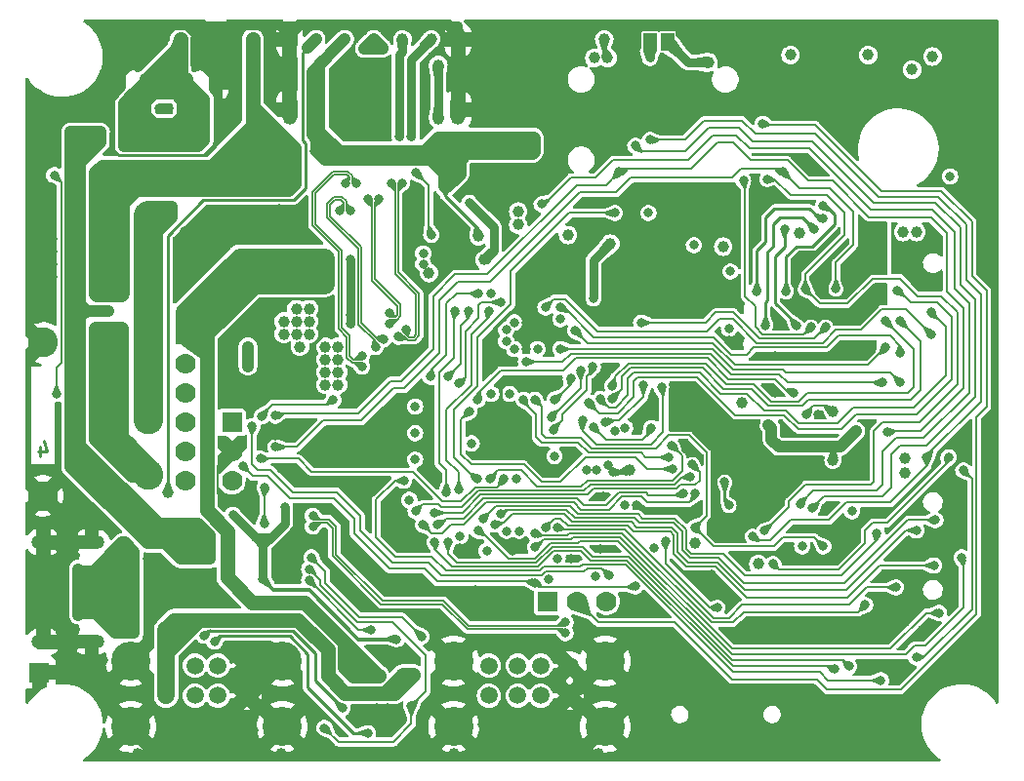
<source format=gbr>
%TF.GenerationSoftware,KiCad,Pcbnew,7.0.9-7.0.9~ubuntu22.04.1*%
%TF.CreationDate,2025-04-18T14:33:25+03:00*%
%TF.ProjectId,RP2350pc_Rev_A,52503233-3530-4706-935f-5265765f412e,A*%
%TF.SameCoordinates,PX68e7780PY7735940*%
%TF.FileFunction,Copper,L4,Bot*%
%TF.FilePolarity,Positive*%
%FSLAX46Y46*%
G04 Gerber Fmt 4.6, Leading zero omitted, Abs format (unit mm)*
G04 Created by KiCad (PCBNEW 7.0.9-7.0.9~ubuntu22.04.1) date 2025-04-18 14:33:25*
%MOMM*%
%LPD*%
G01*
G04 APERTURE LIST*
%ADD10C,0.254000*%
%TA.AperFunction,NonConductor*%
%ADD11C,0.254000*%
%TD*%
%TA.AperFunction,ComponentPad*%
%ADD12R,1.778000X1.778000*%
%TD*%
%TA.AperFunction,ComponentPad*%
%ADD13C,1.778000*%
%TD*%
%TA.AperFunction,ComponentPad*%
%ADD14O,1.300000X2.300000*%
%TD*%
%TA.AperFunction,ComponentPad*%
%ADD15O,1.300000X2.700000*%
%TD*%
%TA.AperFunction,ComponentPad*%
%ADD16C,3.400000*%
%TD*%
%TA.AperFunction,ComponentPad*%
%ADD17C,1.500000*%
%TD*%
%TA.AperFunction,ComponentPad*%
%ADD18O,2.200000X1.200000*%
%TD*%
%TA.AperFunction,ComponentPad*%
%ADD19O,2.000000X1.300000*%
%TD*%
%TA.AperFunction,ComponentPad*%
%ADD20C,2.600000*%
%TD*%
%TA.AperFunction,ComponentPad*%
%ADD21O,1.200000X2.200000*%
%TD*%
%TA.AperFunction,ComponentPad*%
%ADD22O,1.300000X2.000000*%
%TD*%
%TA.AperFunction,HeatsinkPad*%
%ADD23R,1.400000X1.400000*%
%TD*%
%TA.AperFunction,HeatsinkPad*%
%ADD24C,1.000000*%
%TD*%
%TA.AperFunction,HeatsinkPad*%
%ADD25C,1.800000*%
%TD*%
%TA.AperFunction,SMDPad,CuDef*%
%ADD26C,1.000000*%
%TD*%
%TA.AperFunction,SMDPad,CuDef*%
%ADD27R,1.168400X1.600200*%
%TD*%
%TA.AperFunction,ViaPad*%
%ADD28C,1.000000*%
%TD*%
%TA.AperFunction,ViaPad*%
%ADD29C,0.800000*%
%TD*%
%TA.AperFunction,Conductor*%
%ADD30C,0.200000*%
%TD*%
%TA.AperFunction,Conductor*%
%ADD31C,0.254000*%
%TD*%
%TA.AperFunction,Conductor*%
%ADD32C,0.127000*%
%TD*%
%TA.AperFunction,Conductor*%
%ADD33C,1.524000*%
%TD*%
%TA.AperFunction,Conductor*%
%ADD34C,0.250000*%
%TD*%
%TA.AperFunction,Conductor*%
%ADD35C,0.762000*%
%TD*%
%TA.AperFunction,Conductor*%
%ADD36C,1.016000*%
%TD*%
%TA.AperFunction,Conductor*%
%ADD37C,1.270000*%
%TD*%
%TA.AperFunction,Conductor*%
%ADD38C,0.508000*%
%TD*%
%TA.AperFunction,Conductor*%
%ADD39C,0.165100*%
%TD*%
%TA.AperFunction,Conductor*%
%ADD40C,1.778000*%
%TD*%
%TA.AperFunction,Conductor*%
%ADD41C,2.540000*%
%TD*%
%TA.AperFunction,Conductor*%
%ADD42C,0.355600*%
%TD*%
G04 APERTURE END LIST*
D10*
D11*
X1579962Y27615299D02*
X1579962Y26768632D01*
X1882343Y28099108D02*
X2184724Y27191966D01*
X2184724Y27191966D02*
X1398533Y27191966D01*
D12*
%TO.P,SWD1,1*%
%TO.N,/SWCLK*%
X18200000Y29740000D03*
D13*
%TO.P,SWD1,2*%
%TO.N,GND*%
X18200000Y27200000D03*
%TO.P,SWD1,3*%
%TO.N,/SWDIO*%
X18200000Y24660000D03*
%TD*%
D14*
%TO.P,DVI1,0,23*%
%TO.N,GND*%
X23200000Y62950000D03*
D15*
X23200000Y56900000D03*
D14*
X37800000Y62950000D03*
D15*
X37800000Y56900000D03*
%TD*%
D16*
%TO.P,USB_HOST1-2,0*%
%TO.N,GND*%
X9430000Y9000000D03*
X9430000Y3300000D03*
X22570000Y9000000D03*
X22570000Y3300000D03*
D17*
%TO.P,USB_HOST1-2,1.1*%
%TO.N,/+5V_USB_HOST*%
X12500000Y8620000D03*
%TO.P,USB_HOST1-2,1.2*%
%TO.N,/USB_D1-*%
X15000000Y8620000D03*
%TO.P,USB_HOST1-2,1.3*%
%TO.N,/USB_D1+*%
X17000000Y8620000D03*
%TO.P,USB_HOST1-2,1.4*%
%TO.N,GND*%
X19500000Y8620000D03*
%TO.P,USB_HOST1-2,2.1*%
%TO.N,/+5V_USB_HOST*%
X12500000Y6000000D03*
%TO.P,USB_HOST1-2,2.2*%
%TO.N,/USB_D2-*%
X15000000Y6000000D03*
%TO.P,USB_HOST1-2,2.3*%
%TO.N,/USB_D2+*%
X17000000Y6000000D03*
%TO.P,USB_HOST1-2,2.4*%
%TO.N,GND*%
X19500000Y6000000D03*
%TD*%
D16*
%TO.P,USB_HOST3-4,0*%
%TO.N,GND*%
X37430000Y9000000D03*
X37430000Y3300000D03*
X50570000Y9000000D03*
X50570000Y3300000D03*
D17*
%TO.P,USB_HOST3-4,1.1*%
%TO.N,/+5V_USB_HOST*%
X40500000Y8620000D03*
%TO.P,USB_HOST3-4,1.2*%
%TO.N,/USB_D3-*%
X43000000Y8620000D03*
%TO.P,USB_HOST3-4,1.3*%
%TO.N,/USB_D3+*%
X45000000Y8620000D03*
%TO.P,USB_HOST3-4,1.4*%
%TO.N,GND*%
X47500000Y8620000D03*
%TO.P,USB_HOST3-4,2.1*%
%TO.N,/+5V_USB_HOST*%
X40500000Y6000000D03*
%TO.P,USB_HOST3-4,2.2*%
%TO.N,/USB_D4-*%
X43000000Y6000000D03*
%TO.P,USB_HOST3-4,2.3*%
%TO.N,/USB_D4+*%
X45000000Y6000000D03*
%TO.P,USB_HOST3-4,2.4*%
%TO.N,GND*%
X47500000Y6000000D03*
%TD*%
D12*
%TO.P,POT1,1*%
%TO.N,+5VA*%
X45600000Y14200000D03*
D13*
%TO.P,POT1,2*%
%TO.N,/AMP-VOL*%
X48140000Y14200000D03*
%TO.P,POT1,3*%
%TO.N,GNDA*%
X50680000Y14200000D03*
%TD*%
D12*
%TO.P,GND1,1,Pad*%
%TO.N,GND*%
X1500000Y8000000D03*
%TD*%
%TO.P,EXT1,1*%
%TO.N,+5V*%
X14200000Y37350000D03*
D13*
%TO.P,EXT1,2*%
%TO.N,+3.3V*%
X14200000Y34810000D03*
%TO.P,EXT1,3*%
%TO.N,GND*%
X14200000Y32270000D03*
%TO.P,EXT1,4*%
%TO.N,/ADC_VREF*%
X14200000Y29730000D03*
%TO.P,EXT1,5*%
%TO.N,/GPIO40\u005CADC0*%
X14200000Y27190000D03*
%TO.P,EXT1,6*%
%TO.N,/GPIO41\u005CADC1\u005CSD_CD#*%
X14200000Y24650000D03*
%TD*%
D18*
%TO.P,USB-PGM1,0,SHELL*%
%TO.N,GND*%
X6030000Y10680000D03*
X6030000Y19320000D03*
D19*
X1850000Y10680000D03*
X1850000Y19320000D03*
%TD*%
D20*
%TO.P,PWR_ON/OFF1,0*%
%TO.N,GND*%
X1800000Y23350000D03*
X1800000Y36650000D03*
%TO.P,PWR_ON/OFF1,1,SW1*%
%TO.N,/DCDC_VIN*%
X11000000Y25200000D03*
%TO.P,PWR_ON/OFF1,2,SW2*%
%TO.N,/PWR_SW*%
X11000000Y30000000D03*
%TO.P,PWR_ON/OFF1,3,SW3*%
X11000000Y34800000D03*
%TD*%
D21*
%TO.P,USB-PWR1,0,SHELL*%
%TO.N,GND*%
X8180000Y59220000D03*
X16820000Y59220000D03*
D22*
X8180000Y63400000D03*
X16820000Y63400000D03*
%TD*%
D23*
%TO.P,U8,21,GND_EP*%
%TO.N,GNDA*%
X64100000Y23300000D03*
%TD*%
D24*
%TO.P,U3,81,GND(EPAD)*%
%TO.N,GND*%
X43700000Y27300000D03*
X43700000Y29700000D03*
D25*
X42500000Y28500000D03*
D24*
X41300000Y27300000D03*
X41230000Y29700000D03*
%TD*%
D26*
%TO.P,HSDA1,1,Pad*%
%TO.N,/HSDA*%
X35500000Y63000000D03*
%TD*%
%TO.P,HSCL1,1,Pad*%
%TO.N,/HSCL*%
X33000000Y63000000D03*
%TD*%
D27*
%TO.P,AMP_SHDN_E1,1,1*%
%TO.N,/AMP-SHDN#*%
X54465000Y62770000D03*
%TO.P,AMP_SHDN_E1,2,2*%
%TO.N,GNDA*%
X55989000Y62770000D03*
%TD*%
D26*
%TO.P,+5V_USB1,1,Pad*%
%TO.N,+5V_USB*%
X13750000Y63000000D03*
%TD*%
%TO.P,GNDA1,1,Pad*%
%TO.N,GNDA*%
X50500000Y63000000D03*
%TD*%
%TO.P,GND2,1,Pad*%
%TO.N,GND*%
X11250000Y63000000D03*
%TD*%
%TO.P,VBUS1,1,Pad*%
%TO.N,VBUS*%
X25500000Y63000000D03*
%TD*%
%TO.P,+5V1,1,Pad*%
%TO.N,+5V*%
X28000000Y63000000D03*
%TD*%
%TO.P,+5VA1,1,Pad*%
%TO.N,+5VA*%
X70340000Y30639000D03*
%TD*%
%TO.P,+1V1,1,Pad*%
%TO.N,/+1V1*%
X52687000Y25559000D03*
%TD*%
%TO.P,+3.3VA1,1,Pad*%
%TO.N,+3.3VA*%
X70340000Y26448000D03*
%TD*%
%TO.P,VBAT1,1,Pad*%
%TO.N,VBAT*%
X20000000Y63000000D03*
%TD*%
%TO.P,+3.3V1,1,Pad*%
%TO.N,+3.3V*%
X30500000Y63000000D03*
%TD*%
D28*
%TO.N,GND*%
X78976000Y45244000D03*
X68943000Y59214000D03*
X59672000Y57436000D03*
X48496000Y55531000D03*
X42146000Y63786000D03*
X29319000Y64040000D03*
X1125000Y56928000D03*
X48115000Y63786000D03*
X60688000Y63532000D03*
X72880000Y63659000D03*
X80627000Y63659000D03*
X83675000Y59595000D03*
X66911000Y11335000D03*
X76563000Y12478000D03*
X82913000Y10700000D03*
X78087000Y11589000D03*
X75674000Y8541000D03*
D29*
X54846000Y13113000D03*
X69324000Y20352000D03*
D28*
X1000000Y21000000D03*
X3400000Y22200000D03*
X28000000Y57700000D03*
X4400000Y19800000D03*
X31000000Y57700000D03*
D29*
X17000000Y15200000D03*
X31700000Y4965000D03*
D28*
X42500000Y1000000D03*
X65000000Y1000000D03*
X47500000Y1000000D03*
D29*
X21300000Y47150000D03*
D28*
X7500000Y1000000D03*
D29*
X22300000Y48300000D03*
D28*
X17600000Y60850000D03*
X5800000Y7900000D03*
X24100000Y34500000D03*
D29*
X11800000Y17900000D03*
X23400000Y25700000D03*
X24100000Y33500000D03*
D28*
X1000000Y16150000D03*
X5600000Y21000000D03*
D29*
X22500000Y25700000D03*
D28*
X7000000Y7900000D03*
D29*
X61323000Y36862000D03*
X31800000Y26500000D03*
X21300000Y46300000D03*
D28*
X1000000Y13900000D03*
X10000000Y60850000D03*
X3400000Y11500000D03*
D29*
X59799000Y16542000D03*
X43700000Y38400000D03*
X27000000Y26400000D03*
D28*
X25000000Y33500000D03*
D29*
X12754011Y57000000D03*
X25000000Y900000D03*
D28*
X16400000Y60850000D03*
X9500000Y6000000D03*
X70000000Y3000000D03*
X2200000Y13900000D03*
X4600000Y7900000D03*
X67500000Y1000000D03*
X54084000Y40037000D03*
X4400000Y10300000D03*
X3400000Y18650000D03*
X62500000Y1000000D03*
X67500000Y3000000D03*
D29*
X11300000Y12700000D03*
D28*
X35000000Y1000000D03*
X2600000Y42350000D03*
X65000000Y3000000D03*
D29*
X43700000Y36100000D03*
X17800000Y10400000D03*
D28*
X6700000Y21000000D03*
X1400000Y38800000D03*
D29*
X24500000Y46300000D03*
D28*
X60000000Y3000000D03*
X2600000Y45650000D03*
X7550000Y60850000D03*
D29*
X32500000Y31700000D03*
X37000000Y11700000D03*
X58750000Y16361010D03*
X11300000Y14300000D03*
D28*
X5600000Y22200000D03*
X3400000Y21000000D03*
D29*
X30798586Y4965000D03*
X53322000Y22511000D03*
D28*
X83675000Y25305000D03*
X40000000Y1000000D03*
X15150000Y60850000D03*
D29*
X37015996Y15115996D03*
D28*
X1400000Y46800000D03*
X8800000Y61850000D03*
X1000000Y12650000D03*
X1400000Y45650000D03*
X55000000Y1000000D03*
X45000000Y3500000D03*
X22500000Y1000000D03*
D29*
X31700000Y4000000D03*
X43700000Y37300000D03*
D28*
X2200000Y12650000D03*
D29*
X32700000Y21500000D03*
D28*
X7550000Y61850000D03*
D29*
X11900008Y57000000D03*
D28*
X47500000Y3500000D03*
D29*
X32700000Y20300000D03*
D28*
X55000000Y3000000D03*
X1400000Y41200000D03*
X4500000Y21000000D03*
X16400000Y61850000D03*
D29*
X32000000Y22400000D03*
D28*
X74500000Y1000000D03*
X39350000Y15100000D03*
X18400000Y32400000D03*
X2200000Y15000000D03*
X3400000Y9100000D03*
X7000000Y9100000D03*
D29*
X12100000Y15000000D03*
D28*
X1400000Y44550000D03*
X1400000Y40000000D03*
X60000000Y1000000D03*
D29*
X23650000Y46300000D03*
D28*
X17500000Y33000000D03*
X1000000Y15000000D03*
X70000000Y1000000D03*
X8800000Y60850000D03*
D29*
X15000000Y46600000D03*
D28*
X1400000Y42350000D03*
D29*
X30000000Y900000D03*
D28*
X1400000Y50400000D03*
D29*
X27500000Y900000D03*
D28*
X34200000Y48900000D03*
X3400000Y7900000D03*
X12500000Y1000000D03*
X50000000Y1000000D03*
D29*
X32700000Y19100000D03*
D28*
X50147000Y33560000D03*
X12500000Y3000000D03*
X4600000Y9100000D03*
D29*
X50147000Y18751800D03*
D28*
X34200000Y50100000D03*
X10000000Y63000000D03*
X17500000Y34600000D03*
X1400000Y48000000D03*
X45000000Y1000000D03*
X57500000Y3000000D03*
X4400000Y18650000D03*
X3400000Y15000000D03*
X3400000Y13900000D03*
X4400000Y11500000D03*
X15150000Y61850000D03*
D29*
X27000000Y28900000D03*
D28*
X17000000Y47200000D03*
X17500000Y3000000D03*
X2600000Y43450000D03*
X15150000Y63000000D03*
D29*
X12000000Y13500000D03*
D28*
X17500000Y1000000D03*
D29*
X10900000Y17900000D03*
X22050000Y36000000D03*
X31800000Y28800000D03*
D28*
X83675000Y46006000D03*
X18400000Y33600000D03*
X57500000Y1000000D03*
D29*
X37988827Y18791073D03*
X22050000Y34200000D03*
D28*
X78000000Y1000000D03*
X2600000Y44550000D03*
X2200000Y17400000D03*
X3400000Y17400000D03*
D29*
X22050000Y35100000D03*
D28*
X32500000Y9500000D03*
D29*
X46210000Y25432000D03*
D28*
X29500000Y57700000D03*
D29*
X42550000Y18600000D03*
D28*
X3400000Y19800000D03*
X2200000Y21000000D03*
D29*
X50401000Y23273000D03*
D28*
X23200000Y33500000D03*
D29*
X28938000Y33179000D03*
D28*
X4500000Y22200000D03*
D29*
X23400000Y28600000D03*
X14100000Y46345847D03*
D28*
X37500000Y1000000D03*
D29*
X29900000Y28600000D03*
X47600000Y17900000D03*
D28*
X42500000Y3500000D03*
D29*
X14600000Y15200000D03*
D28*
X62500000Y3000000D03*
D29*
X13750000Y44000000D03*
D28*
X1400000Y49200000D03*
X1000000Y17400000D03*
D29*
X44700000Y38400000D03*
D28*
X15000000Y1000000D03*
X5800000Y9100000D03*
D29*
X32500000Y900000D03*
X60561000Y41688000D03*
D28*
X20000000Y1000000D03*
X3400000Y10300000D03*
X2200000Y16150000D03*
X3400000Y12650000D03*
D29*
X13400000Y16300000D03*
X22000000Y28600000D03*
X21300000Y48000000D03*
D28*
X10000000Y1000000D03*
D29*
X15800000Y16300000D03*
D28*
X40000000Y3500000D03*
D29*
X14600000Y16300000D03*
X53449000Y29242000D03*
D28*
X10000000Y61850000D03*
X20000000Y3000000D03*
X17600000Y61850000D03*
X3400000Y16150000D03*
X20500000Y7500000D03*
X83675000Y26575000D03*
X1400000Y43450000D03*
D29*
X14600000Y44000000D03*
D28*
X15000000Y3000000D03*
X83675000Y47276000D03*
X52500000Y1000000D03*
%TO.N,+5VA*%
X43035000Y48038000D03*
X62466000Y31401000D03*
D29*
X68054000Y30385000D03*
D28*
X60815000Y44990000D03*
D29*
X58275000Y45117000D03*
D28*
X67419000Y46133000D03*
X43035000Y46895000D03*
D29*
%TO.N,/USB_D-*%
X47141275Y12368275D03*
X25238051Y21623500D03*
%TO.N,/USB_D+*%
X25238051Y20696500D03*
X47141275Y11441275D03*
D28*
%TO.N,+3.3V*%
X31250000Y62200000D03*
D29*
X33600000Y23000002D03*
D28*
X77579000Y46260000D03*
X22700000Y38500000D03*
X23800000Y37400000D03*
X76563000Y26575000D03*
D29*
X51421364Y28988131D03*
D28*
X24900000Y37400000D03*
D29*
X34100000Y28800000D03*
X40300000Y18600000D03*
X49000000Y25600000D03*
D28*
X23800000Y39600000D03*
D29*
X49800000Y25600000D03*
D28*
X27400000Y36300000D03*
X24900000Y39600000D03*
D29*
X34100000Y31100000D03*
D28*
X27400000Y33000000D03*
X76436000Y46260000D03*
D29*
X42000000Y20300000D03*
D28*
X58402000Y19209000D03*
D29*
X42700000Y38400000D03*
D28*
X27400000Y34100000D03*
X76563000Y25305000D03*
D29*
X52306000Y29242000D03*
X67673000Y18955000D03*
D28*
X35300000Y42700000D03*
X26300000Y36300000D03*
X24100000Y36300000D03*
D29*
X40684500Y40926000D03*
X38000000Y19844000D03*
X42000000Y37800000D03*
D28*
X22700000Y37400000D03*
D29*
X49562800Y40500000D03*
X40700000Y32200000D03*
D28*
X26300000Y34100000D03*
D29*
X44700000Y36100000D03*
X54846000Y18828000D03*
D28*
X26300000Y35200000D03*
X51036000Y45244000D03*
D29*
X46464000Y17900000D03*
X52306000Y22511000D03*
D28*
X27400000Y35200000D03*
D29*
X61450000Y42831000D03*
D28*
X29700000Y62200000D03*
D29*
X61323000Y37878000D03*
D28*
X26300000Y33000000D03*
D29*
X34800000Y43500000D03*
D28*
X24900000Y38500000D03*
X23800000Y38500000D03*
D29*
X46700000Y38700000D03*
X34800000Y44400000D03*
%TO.N,/+1V1*%
X46184921Y26809524D03*
X42902500Y24802500D03*
X50800000Y26000000D03*
X42000000Y36800000D03*
X42700000Y36100000D03*
X34100000Y26500000D03*
X42300000Y32200000D03*
X39000000Y27900000D03*
X43100000Y20300000D03*
X51300000Y25400000D03*
%TO.N,+5V*%
X25350000Y53300000D03*
D28*
X26189000Y42900000D03*
D29*
X17800000Y17800000D03*
X25174998Y55500000D03*
X25350000Y54200000D03*
D28*
X36700000Y50300000D03*
X25100000Y41800000D03*
X44300000Y54400000D03*
X28750000Y7750000D03*
X26189000Y44000000D03*
X36700000Y51400000D03*
X43200000Y53300000D03*
X25100000Y42900000D03*
X25100000Y44000000D03*
X30900000Y7750000D03*
X29800000Y7750000D03*
D29*
X25174998Y56400000D03*
D28*
X39600000Y45900000D03*
D29*
X17800000Y18900000D03*
D28*
X44300000Y53300000D03*
X43200000Y54400000D03*
D29*
%TO.N,/AMP-SHDN#*%
X68435000Y38005000D03*
X62593000Y50705000D03*
X54465000Y61373000D03*
%TO.N,/RUN*%
X33129000Y24670000D03*
X74500000Y7325000D03*
%TO.N,/BOOTSEL#*%
X81643000Y25559000D03*
X53703000Y38386000D03*
X77579000Y9303000D03*
X69705000Y38005000D03*
D28*
%TO.N,VBAT*%
X13100000Y50000000D03*
X12100000Y51000000D03*
D29*
X49766000Y16389600D03*
D28*
X12100000Y50000000D03*
X7500000Y40900000D03*
X23600000Y53500000D03*
X6400000Y42000000D03*
X22500000Y52500000D03*
X8600000Y42000000D03*
X22500000Y50500000D03*
X8900000Y50000000D03*
X7500000Y42000000D03*
X13100000Y51000000D03*
X23600000Y50500000D03*
X22500000Y53500000D03*
X6400000Y40900000D03*
X8600000Y40900000D03*
X8900000Y51000000D03*
X23600000Y52500000D03*
%TO.N,/+5V_USB_HOST*%
X12500000Y11900000D03*
X33900000Y7800000D03*
D29*
X33400000Y7000000D03*
D28*
X13600000Y10800000D03*
X12500000Y10800000D03*
X14700000Y11900000D03*
X13600000Y11900000D03*
X32900000Y7800000D03*
%TO.N,/DCDC_VIN*%
X6400000Y35700000D03*
X7500000Y36800000D03*
X8600000Y37900000D03*
X6400000Y36800000D03*
D29*
X19600000Y36300000D03*
D28*
X7500000Y35700000D03*
X7500000Y37900000D03*
X6400000Y37900000D03*
D29*
X19600000Y34600000D03*
D28*
X8600000Y35700000D03*
X8600000Y36800000D03*
D29*
%TO.N,/HDMI_D2+*%
X31327744Y36927744D03*
X27558571Y48092404D03*
%TO.N,/HDMI_D2-*%
X28485571Y48092404D03*
X30672256Y36272256D03*
%TO.N,/HDMI_D1+*%
X28036500Y50463501D03*
X29500000Y35490501D03*
%TO.N,/HDMI_D1-*%
X29500000Y34563501D03*
X28963500Y50463501D03*
%TO.N,/HDMI_D0+*%
X30036500Y49100000D03*
X31863501Y39236499D03*
%TO.N,/HDMI_D0-*%
X31863501Y38309499D03*
X30963500Y49100000D03*
%TO.N,/HDMI_CK+*%
X33327744Y37827744D03*
X32036500Y50500000D03*
%TO.N,/HDMI_CK-*%
X32672256Y37172256D03*
X32963500Y50500000D03*
%TO.N,/HSDA*%
X33773343Y54550000D03*
%TO.N,/HUB_RST#*%
X21000000Y20900000D03*
X21064000Y24099500D03*
%TO.N,/OVCUR#*%
X25100000Y18000000D03*
X34649998Y11150002D03*
%TO.N,/PWREN#*%
X30300000Y11700000D03*
X24900000Y16000000D03*
D28*
%TO.N,+5V_USB*%
X14300000Y17900000D03*
X8850000Y54800000D03*
D29*
X6800000Y54050000D03*
X4100000Y54050000D03*
D28*
X13500000Y59600000D03*
X9850000Y55900000D03*
D29*
X5000000Y54950000D03*
X5000000Y54050000D03*
D28*
X14300000Y20900000D03*
X15300000Y17900000D03*
D29*
X5900000Y54950000D03*
D28*
X14300000Y19900000D03*
D29*
X45702000Y16084800D03*
D28*
X15800000Y56100000D03*
X8850000Y55900000D03*
D29*
X6800000Y54950000D03*
D28*
X12500000Y59600000D03*
X14300000Y18900000D03*
X14800000Y56100000D03*
D29*
X4100000Y54950000D03*
D28*
X8850000Y53750000D03*
D29*
X10600000Y59600000D03*
D28*
X14800000Y57100000D03*
X9850000Y56900000D03*
X15300000Y20900000D03*
X11500000Y59600000D03*
D29*
X14400000Y59600000D03*
D28*
X7500000Y39400000D03*
X16300000Y17900000D03*
X6400000Y39400000D03*
D29*
X5900000Y54050000D03*
D28*
%TO.N,/PWR_SW*%
X11000000Y48500000D03*
X12000000Y47500000D03*
X13000000Y47500000D03*
X12000000Y48500000D03*
X11000000Y47500000D03*
X13000000Y48500000D03*
D29*
%TO.N,/AUD-L*%
X75039000Y28861000D03*
X22000000Y30300000D03*
X51798000Y51467000D03*
%TO.N,/AUD-R*%
X22000000Y27600000D03*
X66022000Y51467000D03*
X70594000Y41307000D03*
%TO.N,+3.3VA*%
X71991000Y22003000D03*
D28*
X72372000Y28988000D03*
X64752000Y29496000D03*
X47353000Y46006000D03*
D29*
%TO.N,/HSCL*%
X32750000Y54560382D03*
%TO.N,/VD33_O*%
X32500000Y10900000D03*
X18300000Y21700000D03*
X20900000Y19076705D03*
X22800000Y22400000D03*
X20900000Y16100000D03*
D28*
%TO.N,GNDA*%
X78976000Y61500000D03*
X77198000Y60357000D03*
D29*
X65345000Y32290000D03*
D28*
X49639000Y61373000D03*
X71610000Y35973000D03*
X63863000Y17431000D03*
D29*
X63609000Y28734000D03*
X66427312Y28836688D03*
X80500000Y51086000D03*
D28*
X40114000Y43847000D03*
D29*
X62212000Y21749000D03*
D28*
X59545000Y60992000D03*
X66657000Y61627000D03*
X65717200Y38182800D03*
D29*
X69705000Y22257000D03*
X38800000Y48800000D03*
D28*
X36100000Y60770000D03*
D29*
X67927000Y43974000D03*
X68943000Y51594000D03*
X54338000Y47911000D03*
X58275000Y32798000D03*
X63609000Y45879000D03*
X58148000Y27083000D03*
X62593000Y25940000D03*
X40150000Y47450000D03*
D28*
X73388000Y61627000D03*
D29*
X74023000Y43593000D03*
X69070000Y30385000D03*
D28*
X50782000Y61373000D03*
D29*
X65345000Y35465000D03*
X58275000Y31909000D03*
D28*
X36100000Y56100000D03*
D29*
X69578000Y25178000D03*
%TO.N,Net-(U8-MIC1N)*%
X53195000Y53753000D03*
X68562000Y22257000D03*
%TO.N,/AMP-VOL*%
X64244000Y55658000D03*
D28*
%TO.N,VBUS*%
X9200000Y17400000D03*
X9700000Y18500000D03*
X4900000Y15000000D03*
X8700000Y18300000D03*
X9700000Y11500000D03*
X12660627Y23616000D03*
X8700000Y11500000D03*
X4900000Y13000000D03*
X8200000Y17400000D03*
X4900000Y14000000D03*
X8200000Y12400000D03*
X8700000Y19300000D03*
X9200000Y12400000D03*
X4900000Y16000000D03*
X4900000Y17000000D03*
D29*
%TO.N,/HPWR_I2C*%
X28500000Y43900000D03*
X28500000Y38300000D03*
X28500000Y39100000D03*
%TO.N,Net-(U11-+OUTL)*%
X67165000Y38132000D03*
X66149000Y46514000D03*
%TO.N,/HCEC*%
X35500000Y46011947D03*
X34200000Y51400000D03*
%TO.N,/HHPD*%
X39577975Y40903141D03*
X35415000Y33687000D03*
%TO.N,/GPIO41\u005CADC1\u005CSD_CD#*%
X19159000Y25940000D03*
X44500000Y15800000D03*
X53200012Y15500000D03*
%TO.N,/GPIO40\u005CADC0*%
X41765000Y24797000D03*
X20683000Y26575000D03*
%TO.N,/ADC_VREF*%
X19975463Y29414781D03*
X50909000Y16415000D03*
%TO.N,Net-(U11--OUTL)*%
X64498000Y38132000D03*
X68689000Y46514000D03*
%TO.N,Net-(U11-+OUTR)*%
X66276000Y41053000D03*
X69451000Y48546000D03*
%TO.N,Net-(U11--OUTR)*%
X63736924Y41067519D03*
X69451000Y47403000D03*
%TO.N,/GPIO32\u005CI2C0_SDA*%
X37574000Y39402000D03*
X36812000Y23654000D03*
X70467000Y8287000D03*
X35796000Y19336000D03*
%TO.N,/GPIO33\u005CI2C0_SCL*%
X71737000Y8541000D03*
X37867999Y23868001D03*
X40495000Y39402000D03*
X36939000Y19336000D03*
%TO.N,/GPIO20\u005CHDMI_CEC*%
X38717000Y39402000D03*
X36939000Y33687000D03*
%TO.N,Net-(LED_HOST1-K)*%
X27800000Y4900000D03*
X15800000Y11200000D03*
%TO.N,/HUB_DRV*%
X33762000Y5100000D03*
X26238000Y3200000D03*
X24900000Y17000000D03*
%TO.N,Net-(LED_HOST2-K)*%
X16700000Y10700000D03*
X30000000Y2750000D03*
%TO.N,Net-(MICRO_SD1-CLK{slash}SCLK)*%
X60307000Y13621000D03*
X55811200Y19412200D03*
%TO.N,/GPIO2\u005CI2C1_SDA*%
X51200000Y31800000D03*
X76182000Y38513000D03*
%TO.N,/GPIO3\u005CI2C1_SCL*%
X51200002Y32900000D03*
X74912000Y38513000D03*
%TO.N,/GPIO36\u005CI2C0_SDA*%
X39553308Y20318146D03*
X81516000Y18000000D03*
%TO.N,/GPIO37\u005CI2C0_SCL*%
X74150000Y20098000D03*
X39987000Y21368000D03*
%TO.N,/QSPI_CSn*%
X47600000Y33560000D03*
X46200000Y31700000D03*
%TO.N,/GPIO22\u005CCODEC_PWR_DIS#*%
X41511000Y40164000D03*
X37900000Y33100000D03*
%TO.N,Net-(U8-DSDIN)*%
X60942000Y24543000D03*
X61323000Y22511000D03*
%TO.N,/GPIO23\u005CGPOUT1\u005CCODEC_MCLK*%
X66911000Y32290000D03*
X39500000Y31700000D03*
%TO.N,/GPIO25\u005CUser_Led*%
X3000000Y32200000D03*
X2800000Y51200000D03*
X27000000Y31700002D03*
X20810000Y30258000D03*
%TO.N,/GPIO9\u005CSPI1_CSn\u005CSD_DAT0*%
X44500000Y31700000D03*
X58351200Y20580600D03*
X69500000Y18955000D03*
%TO.N,/GPIO11\u005CSPI1_TX\u005CSD_CMD*%
X43699996Y35000000D03*
X80373000Y26702000D03*
X74658000Y33179000D03*
X65133000Y17431000D03*
%TO.N,/GPIO10\u005CSPI1_SCK\u005CSD_CLK*%
X56116000Y26702000D03*
X43500000Y31700000D03*
%TO.N,/GPIO24\u005CSPI1_RX\u005CSD_DAT0*%
X38800000Y30700000D03*
X56398000Y25686000D03*
%TO.N,/GPIO5\u005CSPI0_CSn(CS#)*%
X46700000Y36100000D03*
X76182000Y33179000D03*
%TO.N,/GPIO45\u005CSPI1_CSn*%
X44482800Y18878800D03*
X79547500Y13176500D03*
%TO.N,/GPIO31\u005CSPI1_TX\u005CCODEC_DSDIN*%
X57386000Y23527000D03*
X36050000Y20860000D03*
%TO.N,/GPIO29\u005CSPI1_CSn\u005CCODEC_LRCK*%
X34780000Y20860000D03*
X58402000Y23527000D03*
%TO.N,/GPIO28\u005CSPI1_RX\u005CCODEC_ASDOUT*%
X34145000Y22003000D03*
X57970200Y25000200D03*
%TO.N,/GPIO30\u005CSPI1_SCK\u005CCODEC_SCLK*%
X35796000Y21876000D03*
X58148000Y26067000D03*
%TO.N,/GPIO34\u005CPWM9_A\u005CAMP_VOL*%
X51417000Y47911000D03*
X39479000Y24847800D03*
%TO.N,/GPIO35\u005CAMP_SHDN*%
X56370000Y27718000D03*
X40622000Y24797000D03*
%TO.N,/QSPI_SD1*%
X45905025Y30205025D03*
X48445200Y34220400D03*
%TO.N,/QSPI_SD2*%
X49512000Y34554500D03*
X46057600Y29089600D03*
%TO.N,/QSPI_SD0*%
X55481000Y32798000D03*
X48600000Y29902400D03*
%TO.N,/QSPI_CLK*%
X49537400Y29343600D03*
X54592000Y29242000D03*
%TO.N,/QSPI_SD3*%
X50578800Y29775400D03*
X53900000Y32925000D03*
%TO.N,/GPIO4\u005CSPI0_RX(MISO)*%
X48000000Y37700000D03*
X74912000Y36227000D03*
%TO.N,/GPIO6\u005CSPI0_SCK(SCK)*%
X46700004Y39700000D03*
X76182000Y35719000D03*
%TO.N,/GPIO7\u005CSPI0_TX(MOSI)*%
X78849000Y37370000D03*
X45399996Y39700000D03*
%TO.N,/GPIO38\u005CUART1_TX*%
X41003000Y20860000D03*
X77579000Y20352000D03*
%TO.N,/GPIO39\u005CUART1_RX*%
X79230000Y21241000D03*
X41511000Y21749000D03*
%TO.N,/GPIO42\u005CSPI1_SCK*%
X44482800Y20072600D03*
X73134000Y13875000D03*
%TO.N,/GPIO43\u005CSPI1_TX*%
X79100006Y17300000D03*
X45400000Y20600000D03*
%TO.N,/GPIO44\u005CSPI1_RX*%
X75801000Y15399000D03*
X46400000Y20600000D03*
%TO.N,/GPIO0\u005CUART0_TX*%
X75928000Y41180000D03*
X49156400Y31426400D03*
%TO.N,/GPIO1\u005CUART0_RX*%
X50147000Y31754000D03*
X78849000Y39275000D03*
%TO.N,Net-(U8-MIC1P{slash}DMIC_SDA)*%
X45067000Y48673000D03*
X67516313Y22650723D03*
%TO.N,Net-(U8-OUTP)*%
X63355000Y19844000D03*
X78468000Y26702000D03*
X54465000Y54261000D03*
%TO.N,Net-(U8-OUTN)*%
X64371000Y20352000D03*
X67927000Y41307000D03*
X64625000Y50832000D03*
%TD*%
D30*
%TO.N,/HCEC*%
X35500000Y46011947D02*
X35288000Y46223947D01*
X35288000Y46223947D02*
X35288000Y50312000D01*
X35288000Y50312000D02*
X34200000Y51400000D01*
D31*
%TO.N,+5V*%
X36700000Y50300000D02*
X36700000Y49420000D01*
X36700000Y49420000D02*
X39600000Y46520000D01*
X39600000Y46520000D02*
X39600000Y45900000D01*
D30*
%TO.N,/GPIO2\u005CI2C1_SDA*%
X76182000Y38513000D02*
X77960000Y36735000D01*
X77960000Y36735000D02*
X77960000Y32544000D01*
X64752000Y31147000D02*
X63259800Y32639200D01*
X77960000Y32544000D02*
X77071000Y31655000D01*
X52052000Y33687000D02*
X52052000Y32652000D01*
X77071000Y31655000D02*
X68181000Y31655000D01*
X63259800Y32639200D02*
X60846800Y32639200D01*
X68181000Y31655000D02*
X67673000Y31147000D01*
X67673000Y31147000D02*
X64752000Y31147000D01*
X60846800Y32639200D02*
X59032000Y34454000D01*
X59032000Y34454000D02*
X52819000Y34454000D01*
X52819000Y34454000D02*
X52052000Y33687000D01*
X52052000Y32652000D02*
X51200000Y31800000D01*
%TO.N,/GPIO3\u005CI2C1_SCL*%
X74912000Y38513000D02*
X77325000Y36100000D01*
X52584000Y34854000D02*
X51417000Y33687000D01*
X77325000Y36100000D02*
X77325000Y32798000D01*
X77325000Y32798000D02*
X76817000Y32290000D01*
X76817000Y32290000D02*
X68069875Y32290000D01*
X61069000Y33052000D02*
X59267000Y34854000D01*
X68069875Y32290000D02*
X67333275Y31553400D01*
X67333275Y31553400D02*
X64980600Y31553400D01*
X63482000Y33052000D02*
X61069000Y33052000D01*
X64980600Y31553400D02*
X63482000Y33052000D01*
X51417000Y33687000D02*
X51417000Y33116998D01*
X59267000Y34854000D02*
X52584000Y34854000D01*
X51417000Y33116998D02*
X51200002Y32900000D01*
%TO.N,/GPIO1\u005CUART0_RX*%
X53054000Y34054000D02*
X52560000Y33560000D01*
X77325000Y31020000D02*
X72118000Y31020000D01*
X58797000Y34054000D02*
X53054000Y34054000D01*
X64396400Y30740600D02*
X62897800Y32239200D01*
X66251900Y30740600D02*
X64396400Y30740600D01*
X60611800Y32239200D02*
X58797000Y34054000D01*
X70721000Y29623000D02*
X67369500Y29623000D01*
X72118000Y31020000D02*
X70721000Y29623000D01*
X80119000Y33814000D02*
X77325000Y31020000D01*
X80119000Y38005000D02*
X80119000Y33814000D01*
X62897800Y32239200D02*
X60611800Y32239200D01*
X67369500Y29623000D02*
X66251900Y30740600D01*
X78849000Y39275000D02*
X80119000Y38005000D01*
X52560000Y33560000D02*
X52560000Y32085999D01*
X52560000Y32085999D02*
X51494001Y31020000D01*
X51494001Y31020000D02*
X50881000Y31020000D01*
X50881000Y31020000D02*
X50147000Y31754000D01*
%TO.N,/GPIO0\u005CUART0_TX*%
X61881800Y30334200D02*
X58562000Y33654000D01*
X66092614Y30334200D02*
X61881800Y30334200D01*
X58562000Y33654000D02*
X53416000Y33654000D01*
X67311814Y29115000D02*
X66092614Y30334200D01*
X72372000Y30385000D02*
X71102000Y29115000D01*
X80627000Y38894000D02*
X80627000Y33433000D01*
X80627000Y33433000D02*
X77579000Y30385000D01*
X71102000Y29115000D02*
X67311814Y29115000D01*
X79357000Y40164000D02*
X80627000Y38894000D01*
X77579000Y30385000D02*
X72372000Y30385000D01*
X77071000Y40164000D02*
X79357000Y40164000D01*
X53068000Y33306000D02*
X53068000Y31909000D01*
X76055000Y41180000D02*
X77071000Y40164000D01*
X75928000Y41180000D02*
X76055000Y41180000D01*
X53416000Y33654000D02*
X53068000Y33306000D01*
X53068000Y31909000D02*
X51671000Y30512000D01*
X51671000Y30512000D02*
X50070800Y30512000D01*
X50070800Y30512000D02*
X49156400Y31426400D01*
D31*
%TO.N,GND*%
X22050000Y36000000D02*
X21013200Y37036800D01*
X21013200Y37036800D02*
X21013200Y38513000D01*
X21013200Y38513000D02*
X22994400Y40494200D01*
X22994400Y40494200D02*
X25737600Y40494200D01*
X25737600Y40494200D02*
X26194800Y40037000D01*
X25000000Y33500000D02*
X25000000Y35133800D01*
X25000000Y35133800D02*
X25102600Y35236400D01*
X25102600Y35236400D02*
X25102600Y36354000D01*
X25102600Y36354000D02*
X26042400Y37293800D01*
D30*
X18200000Y27200000D02*
X16974600Y25974600D01*
X16974600Y25974600D02*
X16974600Y23552400D01*
X16974600Y23552400D02*
X17381000Y23146000D01*
%TO.N,/GPIO41\u005CADC1\u005CSD_CD#*%
X19159000Y25940000D02*
X20048000Y25051000D01*
X20048000Y25051000D02*
X21318000Y25051000D01*
X21318000Y25051000D02*
X23223000Y23146000D01*
X44393000Y15907000D02*
X44500000Y15800000D01*
X23223000Y23146000D02*
X27033000Y23146000D01*
X27033000Y23146000D02*
X28811000Y21368000D01*
X28811000Y21368000D02*
X28811000Y20098000D01*
X34907000Y17050000D02*
X36050000Y15907000D01*
X28811000Y20098000D02*
X31859000Y17050000D01*
X31859000Y17050000D02*
X34907000Y17050000D01*
X36050000Y15907000D02*
X44393000Y15907000D01*
%TO.N,/ADC_VREF*%
X19975463Y29414781D02*
X19921000Y29360318D01*
X29319000Y20352000D02*
X32113000Y17558000D01*
X19921000Y29360318D02*
X19921000Y26067000D01*
X19921000Y26067000D02*
X20429000Y25559000D01*
X23477000Y23654000D02*
X27287000Y23654000D01*
X20429000Y25559000D02*
X21572000Y25559000D01*
X21572000Y25559000D02*
X23477000Y23654000D01*
X27287000Y23654000D02*
X29319000Y21622000D01*
X29319000Y21622000D02*
X29319000Y20352000D01*
%TO.N,/AUD-R*%
X36227800Y35769800D02*
X33129000Y32671000D01*
X33129000Y32671000D02*
X32240000Y32671000D01*
X29446000Y29877000D02*
X26144000Y29877000D01*
X37828000Y41942000D02*
X36227800Y40341800D01*
X40622000Y41942000D02*
X37828000Y41942000D01*
X32240000Y32671000D02*
X29446000Y29877000D01*
X65768000Y51721000D02*
X62339000Y51721000D01*
X48369000Y49689000D02*
X40622000Y41942000D01*
X52814000Y50959000D02*
X51544000Y49689000D01*
X61577000Y50959000D02*
X52814000Y50959000D01*
X62339000Y51721000D02*
X61577000Y50959000D01*
X23867000Y27600000D02*
X22000000Y27600000D01*
X36227800Y40341800D02*
X36227800Y35769800D01*
X51544000Y49689000D02*
X48369000Y49689000D01*
X66022000Y51467000D02*
X65768000Y51721000D01*
X26144000Y29877000D02*
X23867000Y27600000D01*
%TO.N,/AUD-L*%
X51798000Y51467000D02*
X50655000Y50324000D01*
X31986000Y33306000D02*
X29192000Y30512000D01*
X50655000Y50324000D02*
X48115000Y50324000D01*
X48115000Y50324000D02*
X40368000Y42577000D01*
X37574000Y42577000D02*
X35669000Y40672000D01*
X40368000Y42577000D02*
X37574000Y42577000D01*
X35669000Y40672000D02*
X35669000Y36100000D01*
X35669000Y36100000D02*
X32875000Y33306000D01*
X32875000Y33306000D02*
X31986000Y33306000D01*
X29192000Y30512000D02*
X22212000Y30512000D01*
X22212000Y30512000D02*
X22000000Y30300000D01*
%TO.N,Net-(U8-MIC1P{slash}DMIC_SDA)*%
X80881000Y46260000D02*
X80881000Y41307000D01*
X78214000Y28353000D02*
X75801000Y28353000D01*
X63101000Y53499000D02*
X68308000Y53499000D01*
X45321000Y48673000D02*
X47607000Y50959000D01*
X59926000Y54642000D02*
X61958000Y54642000D01*
X57767000Y52483000D02*
X59926000Y54642000D01*
X68308000Y53499000D02*
X73642000Y48165000D01*
X51290000Y52483000D02*
X57767000Y52483000D01*
X78976000Y48165000D02*
X80881000Y46260000D01*
X82151000Y40037000D02*
X82151000Y32290000D01*
X82151000Y32290000D02*
X78214000Y28353000D01*
X47607000Y50959000D02*
X49766000Y50959000D01*
X49766000Y50959000D02*
X51290000Y52483000D01*
X73642000Y48165000D02*
X78976000Y48165000D01*
X45067000Y48673000D02*
X45321000Y48673000D01*
X61958000Y54642000D02*
X63101000Y53499000D01*
X80881000Y41307000D02*
X82151000Y40037000D01*
X75801000Y28353000D02*
X74658000Y27210000D01*
X74658000Y27210000D02*
X74658000Y24289000D01*
X74658000Y24289000D02*
X74150000Y23781000D01*
X74150000Y23781000D02*
X68646590Y23781000D01*
X68646590Y23781000D02*
X67516313Y22650723D01*
D32*
%TO.N,/GPIO24\u005CSPI1_RX\u005CSD_DAT0*%
X56398000Y25686000D02*
X54211000Y25686000D01*
X54211000Y25686000D02*
X53195000Y26702000D01*
X53195000Y26702000D02*
X48877000Y26702000D01*
X45067000Y24543000D02*
X43543000Y26067000D01*
X48877000Y26702000D02*
X46718000Y24543000D01*
X46718000Y24543000D02*
X45067000Y24543000D01*
X43543000Y26067000D02*
X38971000Y26067000D01*
X38971000Y26067000D02*
X38082000Y26956000D01*
X38082000Y26956000D02*
X38082000Y29982000D01*
X38082000Y29982000D02*
X38800000Y30700000D01*
D30*
%TO.N,/GPIO34\u005CPWM9_A\u005CAMP_VOL*%
X51417000Y47911000D02*
X47480000Y47911000D01*
X39479000Y32879000D02*
X37447000Y30847000D01*
X47480000Y47911000D02*
X42400000Y42831000D01*
X37447000Y26702000D02*
X39301200Y24847800D01*
X42400000Y42831000D02*
X42400000Y40011600D01*
X37447000Y30847000D02*
X37447000Y26702000D01*
X42400000Y40011600D02*
X39479000Y37090600D01*
X39479000Y37090600D02*
X39479000Y32879000D01*
X39301200Y24847800D02*
X39479000Y24847800D01*
%TO.N,/GPIO32\u005CI2C0_SDA*%
X36812000Y23654000D02*
X36812000Y25559000D01*
X36177000Y26194000D02*
X36177000Y34068000D01*
X36177000Y34068000D02*
X37447000Y35338000D01*
X36812000Y25559000D02*
X36177000Y26194000D01*
X37447000Y35338000D02*
X37447000Y39275000D01*
X37447000Y39275000D02*
X37574000Y39402000D01*
%TO.N,/GPIO33\u005CI2C0_SCL*%
X37867999Y23868001D02*
X37867999Y25392001D01*
X40495000Y38894000D02*
X40495000Y39402000D01*
X37867999Y25392001D02*
X36812000Y26448000D01*
X36812000Y26448000D02*
X36812000Y30812000D01*
X36812000Y30812000D02*
X38971000Y32971000D01*
X38971000Y32971000D02*
X38971000Y37370000D01*
X38971000Y37370000D02*
X40495000Y38894000D01*
D32*
%TO.N,/GPIO10\u005CSPI1_SCK\u005CSD_CLK*%
X56116000Y26702000D02*
X54084000Y26702000D01*
X54084000Y26702000D02*
X53703000Y27083000D01*
X44600000Y30408500D02*
X43500000Y31508500D01*
X53703000Y27083000D02*
X49131000Y27083000D01*
X49131000Y27083000D02*
X48242000Y27972000D01*
X43500000Y31508500D02*
X43500000Y31700000D01*
X48242000Y27972000D02*
X45067000Y27972000D01*
X45067000Y27972000D02*
X44600000Y28439000D01*
X44600000Y28439000D02*
X44600000Y30408500D01*
%TO.N,/ADC_VREF*%
X32113000Y17558000D02*
X35256250Y17558000D01*
X35256250Y17558000D02*
X36323050Y16491200D01*
X45397200Y16796000D02*
X48750000Y16796000D01*
X36323050Y16491200D02*
X45092400Y16491200D01*
X45092400Y16491200D02*
X45397200Y16796000D01*
X48750000Y16796000D02*
X49029400Y17075400D01*
X49029400Y17075400D02*
X50248600Y17075400D01*
X50248600Y17075400D02*
X50909000Y16415000D01*
%TO.N,/RUN*%
X48597600Y17405600D02*
X52331400Y17405600D01*
X36761200Y16846800D02*
X44889200Y16846800D01*
X35542000Y18066000D02*
X36761200Y16846800D01*
X61704000Y8033000D02*
X69197000Y8033000D01*
X69905000Y7325000D02*
X74500000Y7325000D01*
X32367000Y18066000D02*
X35542000Y18066000D01*
X45219400Y17177000D02*
X48369000Y17177000D01*
X44889200Y16846800D02*
X45219400Y17177000D01*
X30716000Y19717000D02*
X32367000Y18066000D01*
X52331400Y17405600D02*
X61704000Y8033000D01*
X32367000Y24670000D02*
X30716000Y23019000D01*
X30716000Y23019000D02*
X30716000Y19717000D01*
X48369000Y17177000D02*
X48597600Y17405600D01*
X33129000Y24670000D02*
X32367000Y24670000D01*
X69197000Y8033000D02*
X69905000Y7325000D01*
%TO.N,/GPIO37\u005CI2C0_SCL*%
X62720000Y16415000D02*
X71102000Y16415000D01*
X71102000Y16415000D02*
X74150000Y19463000D01*
X58021000Y18320000D02*
X60815000Y18320000D01*
X57589200Y18751800D02*
X58021000Y18320000D01*
X41079200Y22460200D02*
X47530800Y22460200D01*
X57589200Y20402800D02*
X57589200Y18751800D01*
X48242000Y21749000D02*
X53449000Y21749000D01*
X56624000Y21368000D02*
X57589200Y20402800D01*
X53449000Y21749000D02*
X53830000Y21368000D01*
X47530800Y22460200D02*
X48242000Y21749000D01*
X60815000Y18320000D02*
X62720000Y16415000D01*
X53830000Y21368000D02*
X56624000Y21368000D01*
X39987000Y21368000D02*
X41079200Y22460200D01*
X74150000Y19463000D02*
X74150000Y20098000D01*
%TO.N,/GPIO39\u005CUART1_RX*%
X62593000Y15780000D02*
X71356000Y15780000D01*
X57939552Y17939000D02*
X60434000Y17939000D01*
X57233600Y20250400D02*
X57233600Y18644952D01*
X56497000Y20987000D02*
X57233600Y20250400D01*
X60434000Y17939000D02*
X62593000Y15780000D01*
X53576000Y20987000D02*
X56497000Y20987000D01*
X53144200Y21418800D02*
X53576000Y20987000D01*
X57233600Y18644952D02*
X57939552Y17939000D01*
X47937200Y21418800D02*
X53144200Y21418800D01*
X41892000Y22130000D02*
X47226000Y22130000D01*
X71356000Y15780000D02*
X76817000Y21241000D01*
X47226000Y22130000D02*
X47937200Y21418800D01*
X41511000Y21749000D02*
X41892000Y22130000D01*
X76817000Y21241000D02*
X79230000Y21241000D01*
%TO.N,/GPIO38\u005CUART1_TX*%
X47677952Y21088600D02*
X47017552Y21749000D01*
X47017552Y21749000D02*
X42527000Y21749000D01*
X71483000Y15145000D02*
X62720000Y15145000D01*
X52839400Y21088600D02*
X47677952Y21088600D01*
X53322000Y20606000D02*
X52839400Y21088600D01*
X56370000Y20606000D02*
X53322000Y20606000D01*
X76690000Y20352000D02*
X71483000Y15145000D01*
X56878000Y18447000D02*
X56878000Y20098000D01*
X57741600Y17583400D02*
X56878000Y18447000D01*
X60281600Y17583400D02*
X57741600Y17583400D01*
X56878000Y20098000D02*
X56370000Y20606000D01*
X77579000Y20352000D02*
X76690000Y20352000D01*
X62720000Y15145000D02*
X60281600Y17583400D01*
X41765000Y20987000D02*
X41130000Y20987000D01*
X42527000Y21749000D02*
X41765000Y20987000D01*
X41130000Y20987000D02*
X41003000Y20860000D01*
%TO.N,/GPIO43\u005CSPI1_TX*%
X57589200Y17227800D02*
X60129200Y17227800D01*
X56243000Y20225000D02*
X56522400Y19945600D01*
X60129200Y17227800D02*
X62847000Y14510000D01*
X53068000Y20225000D02*
X56243000Y20225000D01*
X62847000Y14510000D02*
X71610000Y14510000D01*
X56522400Y19945600D02*
X56522400Y18294600D01*
X52534600Y20758400D02*
X53068000Y20225000D01*
X47327600Y20758400D02*
X52534600Y20758400D01*
X45400000Y20600000D02*
X46157665Y21357665D01*
X71610000Y14510000D02*
X74400000Y17300000D01*
X56522400Y18294600D02*
X57589200Y17227800D01*
X46728335Y21357665D02*
X47327600Y20758400D01*
X46157665Y21357665D02*
X46728335Y21357665D01*
X74400000Y17300000D02*
X79100006Y17300000D01*
D30*
%TO.N,/QSPI_CSn*%
X47600000Y33560000D02*
X47600000Y33045000D01*
X47600000Y33045000D02*
X46255000Y31700000D01*
X46255000Y31700000D02*
X46200000Y31700000D01*
%TO.N,/QSPI_SD3*%
X53900000Y32925000D02*
X53900000Y31979000D01*
X53900000Y31979000D02*
X51798000Y29877000D01*
X51798000Y29877000D02*
X50680400Y29877000D01*
X50680400Y29877000D02*
X50578800Y29775400D01*
%TO.N,/QSPI_SD0*%
X55481000Y32798000D02*
X55608000Y32671000D01*
X55608000Y32671000D02*
X55608000Y28861000D01*
X55608000Y28861000D02*
X54547000Y27800000D01*
X54547000Y27800000D02*
X49811000Y27800000D01*
X49811000Y27800000D02*
X48600000Y29011000D01*
X48600000Y29011000D02*
X48600000Y29902400D01*
%TO.N,/QSPI_SD1*%
X48445200Y34220400D02*
X48445200Y32745200D01*
X48445200Y32745200D02*
X45905025Y30205025D01*
%TO.N,/GPIO23\u005CGPOUT1\u005CCODEC_MCLK*%
X66911000Y32290000D02*
X66707800Y32493200D01*
X66707800Y32493200D02*
X66326800Y32493200D01*
X66326800Y32493200D02*
X65336200Y33483800D01*
X41511000Y34195000D02*
X39500000Y32184000D01*
X65336200Y33483800D02*
X61272200Y33483800D01*
X61272200Y33483800D02*
X59462400Y35293600D01*
X59462400Y35293600D02*
X48070600Y35293600D01*
X48070600Y35293600D02*
X46972000Y34195000D01*
X46972000Y34195000D02*
X41511000Y34195000D01*
X39500000Y32184000D02*
X39500000Y31700000D01*
D31*
%TO.N,GND*%
X43700000Y38400000D02*
X43700000Y38864000D01*
X43700000Y38864000D02*
X43289000Y39275000D01*
X43289000Y39275000D02*
X42349200Y39275000D01*
X42349200Y39275000D02*
X40876000Y37801800D01*
X40876000Y37801800D02*
X40876000Y37751000D01*
X41230000Y29700000D02*
X41511000Y29981000D01*
X41511000Y29981000D02*
X41511000Y32798000D01*
X41511000Y32798000D02*
X42019000Y33306000D01*
D30*
%TO.N,/AUD-L*%
X80246000Y46133000D02*
X80246000Y41053000D01*
X68181000Y50705000D02*
X70276500Y50705000D01*
X80246000Y41053000D02*
X81643000Y39656000D01*
X63228000Y52483000D02*
X66403000Y52483000D01*
X70276500Y50705000D02*
X73451500Y47530000D01*
X61704000Y54007000D02*
X63228000Y52483000D01*
X73451500Y47530000D02*
X78849000Y47530000D01*
X66403000Y52483000D02*
X68181000Y50705000D01*
X60307000Y54007000D02*
X61704000Y54007000D01*
X78849000Y47530000D02*
X80246000Y46133000D01*
X58021000Y51721000D02*
X60307000Y54007000D01*
X52052000Y51721000D02*
X58021000Y51721000D01*
X51798000Y51467000D02*
X52052000Y51721000D01*
X81643000Y39656000D02*
X81643000Y32671000D01*
X81643000Y32671000D02*
X77960000Y28988000D01*
X77960000Y28988000D02*
X75166000Y28988000D01*
X75166000Y28988000D02*
X75039000Y28861000D01*
%TO.N,Net-(U8-OUTN)*%
X64625000Y50832000D02*
X65260000Y50832000D01*
X71356000Y46006000D02*
X67927000Y42577000D01*
X67927000Y42577000D02*
X67927000Y41307000D01*
X65260000Y50832000D02*
X66657000Y49435000D01*
X71356000Y47911000D02*
X71356000Y46006000D01*
X66657000Y49435000D02*
X69832000Y49435000D01*
X69832000Y49435000D02*
X71356000Y47911000D01*
%TO.N,Net-(U8-MIC1N)*%
X81389000Y41688000D02*
X82659000Y40418000D01*
X76182000Y27718000D02*
X75420000Y26956000D01*
X79230000Y48800000D02*
X81389000Y46641000D01*
X81389000Y46641000D02*
X81389000Y41688000D01*
X73896000Y48800000D02*
X79230000Y48800000D01*
X68562000Y54134000D02*
X73896000Y48800000D01*
X63355000Y54134000D02*
X68562000Y54134000D01*
X62212000Y55277000D02*
X63355000Y54134000D01*
X59545000Y55277000D02*
X62212000Y55277000D01*
X57513000Y53245000D02*
X59545000Y55277000D01*
X78468000Y27718000D02*
X76182000Y27718000D01*
X82659000Y40418000D02*
X82659000Y31909000D01*
X53703000Y53245000D02*
X57513000Y53245000D01*
X82659000Y31909000D02*
X78468000Y27718000D01*
X53195000Y53753000D02*
X53703000Y53245000D01*
X75420000Y26956000D02*
X75420000Y24035000D01*
X75420000Y24035000D02*
X74658000Y23273000D01*
X74658000Y23273000D02*
X69578000Y23273000D01*
X69578000Y23273000D02*
X68562000Y22257000D01*
%TO.N,Net-(U8-OUTP)*%
X78468000Y26702000D02*
X78468000Y26829000D01*
X78468000Y26829000D02*
X83167000Y31528000D01*
X79484000Y49308000D02*
X74277000Y49308000D01*
X83167000Y31528000D02*
X83167000Y40799000D01*
X74277000Y49308000D02*
X68816000Y54769000D01*
X83167000Y40799000D02*
X81897000Y42069000D01*
X57513000Y54261000D02*
X54465000Y54261000D01*
X81897000Y42069000D02*
X81897000Y46895000D01*
X68816000Y54769000D02*
X63609000Y54769000D01*
X81897000Y46895000D02*
X79484000Y49308000D01*
X63609000Y54769000D02*
X62466000Y55912000D01*
X62466000Y55912000D02*
X59164000Y55912000D01*
X59164000Y55912000D02*
X57513000Y54261000D01*
D32*
%TO.N,/AMP-VOL*%
X83675000Y41180000D02*
X82405000Y42450000D01*
X76245500Y6509000D02*
X82786000Y13049500D01*
X61577000Y7398000D02*
X68943000Y7398000D01*
X69832000Y6509000D02*
X76245500Y6509000D01*
X83675000Y31083500D02*
X83675000Y41180000D01*
X82405000Y42450000D02*
X82405000Y47149000D01*
X68943000Y7398000D02*
X69832000Y6509000D01*
X49989000Y12351000D02*
X56624000Y12351000D01*
X82786000Y30194500D02*
X83675000Y31083500D01*
X82786000Y13049500D02*
X82786000Y30194500D01*
X82405000Y47149000D02*
X79738000Y49816000D01*
X56624000Y12351000D02*
X61577000Y7398000D01*
X48140000Y14200000D02*
X49989000Y12351000D01*
X79738000Y49816000D02*
X74531000Y49816000D01*
X74531000Y49816000D02*
X68816000Y55531000D01*
X68816000Y55531000D02*
X64371000Y55531000D01*
X64371000Y55531000D02*
X64244000Y55658000D01*
D31*
%TO.N,Net-(U11--OUTR)*%
X63736924Y41067519D02*
X63736000Y41068443D01*
X63736000Y44609000D02*
X64498000Y45371000D01*
X63736000Y41068443D02*
X63736000Y44609000D01*
X64498000Y45371000D02*
X64498000Y47530000D01*
X69197000Y47403000D02*
X69451000Y47403000D01*
X64498000Y47530000D02*
X65260000Y48292000D01*
X65260000Y48292000D02*
X68308000Y48292000D01*
X68308000Y48292000D02*
X69197000Y47403000D01*
%TO.N,Net-(U11--OUTL)*%
X68689000Y46514000D02*
X67673000Y47530000D01*
X65133000Y44990000D02*
X64675800Y44532800D01*
X64675800Y44532800D02*
X64675800Y40341800D01*
X67673000Y47530000D02*
X65768000Y47530000D01*
X65768000Y47530000D02*
X65133000Y46895000D01*
X65133000Y46895000D02*
X65133000Y44990000D01*
X64675800Y40341800D02*
X64498000Y40164000D01*
X64498000Y40164000D02*
X64498000Y38132000D01*
D30*
%TO.N,Net-(U8-OUTN)*%
X74658000Y29750000D02*
X73896000Y28988000D01*
X81135000Y33052000D02*
X77833000Y29750000D01*
X77833000Y29750000D02*
X74658000Y29750000D01*
X81135000Y39275000D02*
X81135000Y33052000D01*
X79738000Y40672000D02*
X81135000Y39275000D01*
X69197000Y40037000D02*
X71610000Y40037000D01*
X77658375Y40672000D02*
X79738000Y40672000D01*
X76134375Y42196000D02*
X77658375Y40672000D01*
X73896000Y24543000D02*
X73642000Y24289000D01*
X67927000Y24289000D02*
X66530000Y22892000D01*
X73769000Y42196000D02*
X76134375Y42196000D01*
X71610000Y40037000D02*
X73769000Y42196000D01*
X73896000Y28988000D02*
X73896000Y24543000D01*
X67927000Y41307000D02*
X69197000Y40037000D01*
X73642000Y24289000D02*
X67927000Y24289000D01*
X66530000Y22892000D02*
X66530000Y22384000D01*
X66530000Y22384000D02*
X64498000Y20352000D01*
X64498000Y20352000D02*
X64371000Y20352000D01*
%TO.N,/GPIO7\u005CSPI0_TX(MOSI)*%
X78849000Y37370000D02*
X76690000Y39529000D01*
X72753000Y37751000D02*
X70594000Y37751000D01*
X76690000Y39529000D02*
X74531000Y39529000D01*
X74531000Y39529000D02*
X72753000Y37751000D01*
X70594000Y37751000D02*
X69470000Y36627000D01*
X69470000Y36627000D02*
X63717000Y36627000D01*
X63717000Y36627000D02*
X61639000Y38705000D01*
X59418000Y37624000D02*
X49930000Y37624000D01*
X61639000Y38705000D02*
X60499000Y38705000D01*
X49930000Y37624000D02*
X47154000Y40400000D01*
X60499000Y38705000D02*
X59418000Y37624000D01*
X47154000Y40400000D02*
X46099996Y40400000D01*
X46099996Y40400000D02*
X45399996Y39700000D01*
D32*
%TO.N,/AMP-SHDN#*%
X62593000Y50705000D02*
X62720000Y50578000D01*
X62720000Y50578000D02*
X62720000Y40672000D01*
X63609000Y39783000D02*
X63609000Y38005000D01*
X62720000Y40672000D02*
X63609000Y39783000D01*
X63609000Y38005000D02*
X64244000Y37370000D01*
X64244000Y37370000D02*
X67800000Y37370000D01*
X67800000Y37370000D02*
X68435000Y38005000D01*
%TO.N,/BOOTSEL#*%
X69705000Y38005000D02*
X68690500Y36990500D01*
X68690500Y36990500D02*
X63988500Y36990500D01*
X63988500Y36990500D02*
X61704000Y39275000D01*
X61704000Y39275000D02*
X60180000Y39275000D01*
X60180000Y39275000D02*
X59291000Y38386000D01*
X59291000Y38386000D02*
X53703000Y38386000D01*
D30*
%TO.N,/GPIO6\u005CSPI0_SCK(SCK)*%
X76182000Y35719000D02*
X76182000Y36354000D01*
X76182000Y36354000D02*
X75293000Y37243000D01*
X75293000Y37243000D02*
X70784500Y37243000D01*
X69768500Y36227000D02*
X63482000Y36227000D01*
X70784500Y37243000D02*
X69768500Y36227000D01*
X63482000Y36227000D02*
X62847000Y35592000D01*
X61496058Y35592000D02*
X59972058Y37116000D01*
X62847000Y35592000D02*
X61496058Y35592000D01*
X59972058Y37116000D02*
X49573950Y37116000D01*
X49573950Y37116000D02*
X46989950Y39700000D01*
X46989950Y39700000D02*
X46700004Y39700000D01*
%TO.N,Net-(U8-OUTP)*%
X63355000Y19844000D02*
X63736000Y19463000D01*
X66657000Y21241000D02*
X69959000Y21241000D01*
X63736000Y19463000D02*
X64879000Y19463000D01*
X71483000Y22765000D02*
X75293000Y22765000D01*
X64879000Y19463000D02*
X66657000Y21241000D01*
X69959000Y21241000D02*
X71483000Y22765000D01*
X75293000Y22765000D02*
X78468000Y25940000D01*
X78468000Y25940000D02*
X78468000Y26702000D01*
D32*
%TO.N,/GPIO11\u005CSPI1_TX\u005CSD_CMD*%
X80373000Y26702000D02*
X80373000Y26328938D01*
X75031062Y20987000D02*
X73769000Y20987000D01*
X80373000Y26328938D02*
X75031062Y20987000D01*
X73769000Y20987000D02*
X73134000Y20352000D01*
X73134000Y20352000D02*
X73134000Y19209000D01*
X73134000Y19209000D02*
X70848000Y16923000D01*
X65641000Y16923000D02*
X65133000Y17431000D01*
X70848000Y16923000D02*
X65641000Y16923000D01*
%TO.N,/GPIO36\u005CI2C0_SDA*%
X44482800Y17913600D02*
X42171400Y17913600D01*
X45829000Y19259800D02*
X44482800Y17913600D01*
X48216600Y19259800D02*
X45829000Y19259800D01*
X51693200Y19440800D02*
X48397600Y19440800D01*
X61577000Y9557000D02*
X51693200Y19440800D01*
X76626500Y9557000D02*
X61577000Y9557000D01*
X81643000Y13621000D02*
X78341000Y10319000D01*
X77388500Y10319000D02*
X76626500Y9557000D01*
X48397600Y19440800D02*
X48216600Y19259800D01*
X78341000Y10319000D02*
X77388500Y10319000D01*
X42171400Y17913600D02*
X39766854Y20318146D01*
X81643000Y17873000D02*
X81643000Y13621000D01*
X39766854Y20318146D02*
X39553308Y20318146D01*
X81516000Y18000000D02*
X81643000Y17873000D01*
%TO.N,/GPIO42\u005CSPI1_SCK*%
X73134000Y13875000D02*
X72499000Y13240000D01*
X72499000Y13240000D02*
X62593000Y13240000D01*
X47480000Y20098000D02*
X47302200Y19920200D01*
X62593000Y13240000D02*
X61704000Y12351000D01*
X61704000Y12351000D02*
X59799000Y12351000D01*
X44635200Y19920200D02*
X44482800Y20072600D01*
X59799000Y12351000D02*
X52052000Y20098000D01*
X52052000Y20098000D02*
X47480000Y20098000D01*
X47302200Y19920200D02*
X44635200Y19920200D01*
%TO.N,Net-(MICRO_SD1-CLK{slash}SCLK)*%
X60307000Y13621000D02*
X59672000Y13621000D01*
X59672000Y13621000D02*
X55811200Y17481800D01*
X55811200Y17481800D02*
X55811200Y19412200D01*
%TO.N,/GPIO9\u005CSPI1_CSn\u005CSD_DAT0*%
X69500000Y18955000D02*
X68738000Y19717000D01*
X68738000Y19717000D02*
X65958500Y19717000D01*
X65958500Y19717000D02*
X65196500Y18955000D01*
X65196500Y18955000D02*
X59976800Y18955000D01*
X59976800Y18955000D02*
X58351200Y20580600D01*
%TO.N,/GPIO44\u005CSPI1_RX*%
X75801000Y15399000D02*
X73261000Y15399000D01*
X73261000Y15399000D02*
X71737000Y13875000D01*
X62466000Y13875000D02*
X61323000Y12732000D01*
X71737000Y13875000D02*
X62466000Y13875000D01*
X61323000Y12732000D02*
X59976800Y12732000D01*
X59976800Y12732000D02*
X52280600Y20428200D01*
X46571800Y20428200D02*
X46400000Y20600000D01*
X52280600Y20428200D02*
X46571800Y20428200D01*
%TO.N,/BOOTSEL#*%
X81643000Y25559000D02*
X82405000Y24797000D01*
X82405000Y24797000D02*
X82405000Y13494000D01*
X82405000Y13494000D02*
X78214000Y9303000D01*
X78214000Y9303000D02*
X77579000Y9303000D01*
%TO.N,/GPIO45\u005CSPI1_CSn*%
X44482800Y18878800D02*
X44575828Y18878800D01*
X44575828Y18878800D02*
X45287028Y19590000D01*
X45287028Y19590000D02*
X47607000Y19590000D01*
X47607000Y19590000D02*
X47784800Y19767800D01*
X47784800Y19767800D02*
X51874200Y19767800D01*
X51874200Y19767800D02*
X61577000Y10065000D01*
X61577000Y10065000D02*
X75293000Y10065000D01*
X75293000Y10065000D02*
X78404500Y13176500D01*
X78404500Y13176500D02*
X79547500Y13176500D01*
%TO.N,/GPIO32\u005CI2C0_SDA*%
X70467000Y8287000D02*
X70213000Y8541000D01*
X70213000Y8541000D02*
X61658448Y8541000D01*
X46133800Y18599400D02*
X44736800Y17202400D01*
X61658448Y8541000D02*
X52463648Y17735800D01*
X52463648Y17735800D02*
X49334200Y17735800D01*
X49334200Y17735800D02*
X48470600Y18599400D01*
X37294600Y17202400D02*
X35796000Y18701000D01*
X35796000Y18701000D02*
X35796000Y19336000D01*
X48470600Y18599400D02*
X46133800Y18599400D01*
X44736800Y17202400D02*
X37294600Y17202400D01*
D30*
%TO.N,/GPIO5\u005CSPI0_CSn(CS#)*%
X76182000Y33179000D02*
X75293000Y34068000D01*
X66028400Y34315600D02*
X61641086Y34315600D01*
X75293000Y34068000D02*
X66276000Y34068000D01*
X66276000Y34068000D02*
X66028400Y34315600D01*
X61641086Y34315600D02*
X59856686Y36100000D01*
X59856686Y36100000D02*
X46700000Y36100000D01*
%TO.N,/GPIO4\u005CSPI0_RX(MISO)*%
X74912000Y36227000D02*
X73400600Y34715600D01*
X61806772Y34715600D02*
X59914372Y36608000D01*
X73400600Y34715600D02*
X61806772Y34715600D01*
X49092000Y36608000D02*
X48000000Y37700000D01*
X59914372Y36608000D02*
X49092000Y36608000D01*
D31*
%TO.N,GND*%
X84310000Y45371000D02*
X83675000Y46006000D01*
D33*
X20500000Y7500000D02*
X20500000Y9000000D01*
D34*
X7000000Y57100000D02*
X7000000Y57300000D01*
D35*
X17600000Y64216000D02*
X19000000Y64216000D01*
X37800000Y62950000D02*
X37800000Y63316000D01*
D36*
X10775000Y61625000D02*
X11250000Y62100000D01*
X17600000Y62620000D02*
X17600000Y63300000D01*
X15150000Y63000000D02*
X15150000Y60850000D01*
D37*
X8180000Y61500000D02*
X9680000Y63000000D01*
D36*
X16820000Y59791895D02*
X16820000Y59220000D01*
D35*
X7550000Y64216000D02*
X7550000Y61850000D01*
D36*
X15530000Y62620000D02*
X17600000Y62620000D01*
D38*
X21170000Y10290000D02*
X21170000Y10400000D01*
D37*
X11250000Y63000000D02*
X8580000Y63000000D01*
D38*
X19500000Y8620000D02*
X20190000Y9310000D01*
D35*
X21170000Y10400000D02*
X22570000Y9000000D01*
D38*
X20900000Y8620000D02*
X22190000Y8620000D01*
D36*
X7550000Y57877789D02*
X8504250Y58832039D01*
D35*
X16610158Y63609842D02*
X16820000Y63400000D01*
D36*
X8800000Y60850000D02*
X10000000Y60850000D01*
D34*
X7700000Y56900000D02*
X7900000Y56700000D01*
D38*
X19500000Y8620000D02*
X19500000Y9300000D01*
X21100000Y9000000D02*
X22570000Y9000000D01*
D33*
X19500000Y6000000D02*
X19570000Y6000000D01*
D35*
X12242000Y63358000D02*
X13100000Y64216000D01*
D34*
X7700000Y56500000D02*
X7900000Y56700000D01*
D37*
X8180000Y59220000D02*
X8180000Y61500000D01*
D38*
X20100000Y10400000D02*
X20700000Y10400000D01*
D37*
X11208500Y63000000D02*
X8504250Y60295750D01*
D35*
X14859842Y63609842D02*
X16610158Y63609842D01*
X16820000Y63400000D02*
X16004000Y64216000D01*
X15150000Y63319684D02*
X14859842Y63609842D01*
X17600000Y64216000D02*
X17600000Y61850000D01*
D38*
X19920000Y8620000D02*
X20400000Y9100000D01*
D34*
X7900000Y55700000D02*
X7900000Y56000000D01*
D35*
X36900000Y64216000D02*
X37800000Y64216000D01*
D36*
X8180000Y59220000D02*
X7550000Y58590000D01*
D34*
X7900000Y56200000D02*
X7600000Y56500000D01*
D36*
X10000000Y60850000D02*
X10775000Y61625000D01*
D33*
X19570000Y6000000D02*
X22570000Y9000000D01*
D34*
X16820000Y53820000D02*
X16820000Y59220000D01*
D35*
X23200000Y63316000D02*
X22300000Y64216000D01*
D34*
X7900000Y56700000D02*
X7900000Y55700000D01*
D36*
X7550000Y62770000D02*
X8180000Y63400000D01*
D38*
X20190000Y9310000D02*
X20400000Y9100000D01*
D34*
X7550000Y57850000D02*
X7550000Y57050000D01*
D36*
X12242000Y63092000D02*
X12242000Y63358000D01*
X7550000Y62770000D02*
X7550000Y64187200D01*
D35*
X8996000Y64216000D02*
X8180000Y63400000D01*
D38*
X20490000Y9610000D02*
X21100000Y9000000D01*
X19500000Y10400000D02*
X20100000Y10400000D01*
X20880000Y8620000D02*
X20900000Y8620000D01*
D35*
X14859842Y63609842D02*
X14253684Y64216000D01*
D33*
X19500000Y8620000D02*
X19500000Y6000000D01*
D35*
X23200000Y62950000D02*
X23200000Y64216000D01*
D34*
X7600000Y56500000D02*
X7000000Y57100000D01*
D36*
X16420000Y63000000D02*
X16820000Y63400000D01*
D35*
X24100000Y64216000D02*
X36900000Y64216000D01*
D38*
X19500000Y8620000D02*
X20900000Y8620000D01*
D35*
X11875000Y63625000D02*
X12466000Y64216000D01*
X13100000Y64216000D02*
X13500000Y64216000D01*
X11250000Y63000000D02*
X11884000Y63000000D01*
D38*
X19500000Y9200000D02*
X20700000Y10400000D01*
X20490000Y9610000D02*
X20690000Y9810000D01*
D36*
X7550000Y58590000D02*
X7550000Y57850000D01*
D35*
X11250000Y63000000D02*
X11875000Y63625000D01*
D38*
X21500000Y9000000D02*
X22570000Y9000000D01*
X21900000Y9000000D02*
X20890000Y10010000D01*
D37*
X11250000Y63000000D02*
X11208500Y63000000D01*
D35*
X8405000Y63625000D02*
X8180000Y63400000D01*
D38*
X18400000Y10400000D02*
X18800000Y10400000D01*
D34*
X7900000Y53400000D02*
X8383000Y52917000D01*
D35*
X16004000Y64216000D02*
X17600000Y64216000D01*
D36*
X7550000Y61850000D02*
X7550000Y60850000D01*
D35*
X14253684Y64216000D02*
X13500000Y64216000D01*
D37*
X9680000Y63000000D02*
X11208500Y63000000D01*
D35*
X17800000Y10400000D02*
X19500000Y8700000D01*
X23200000Y63316000D02*
X24100000Y64216000D01*
D31*
X83675000Y26575000D02*
X83675000Y28734000D01*
D38*
X19500000Y8700000D02*
X19500000Y8620000D01*
X19500000Y8620000D02*
X19500000Y9700000D01*
X22190000Y8620000D02*
X22570000Y9000000D01*
D34*
X7000000Y60300000D02*
X7550000Y60850000D01*
D35*
X13500000Y64216000D02*
X9250000Y64216000D01*
D36*
X15150000Y60850000D02*
X15761895Y60850000D01*
X17600000Y63300000D02*
X17600000Y63800000D01*
D35*
X19000000Y64216000D02*
X18516000Y64216000D01*
D36*
X7550000Y60850000D02*
X7550000Y59850000D01*
D38*
X20190000Y9310000D02*
X20490000Y9610000D01*
D34*
X8180000Y59220000D02*
X7900000Y58940000D01*
D31*
X83675000Y28734000D02*
X84310000Y29369000D01*
D35*
X9250000Y64216000D02*
X8996000Y64216000D01*
X16004000Y64216000D02*
X13500000Y64216000D01*
D34*
X7900000Y56700000D02*
X7900000Y57500000D01*
D35*
X17800000Y10400000D02*
X21170000Y10400000D01*
D36*
X17600000Y61850000D02*
X15150000Y61850000D01*
D38*
X20890000Y10010000D02*
X21170000Y10290000D01*
X19500000Y8620000D02*
X19920000Y8620000D01*
D34*
X7900000Y57500000D02*
X7550000Y57850000D01*
D35*
X23200000Y64216000D02*
X24100000Y64216000D01*
X37800000Y63316000D02*
X36900000Y64216000D01*
X11875000Y63625000D02*
X8405000Y63625000D01*
D34*
X7900000Y58940000D02*
X7900000Y56700000D01*
D35*
X11884000Y63000000D02*
X12242000Y63358000D01*
D36*
X7550000Y59850000D02*
X8180000Y59220000D01*
D35*
X37800000Y64216000D02*
X37800000Y62950000D01*
D38*
X20500000Y9000000D02*
X20880000Y8620000D01*
X18800000Y10400000D02*
X19500000Y10400000D01*
D36*
X17600000Y60000000D02*
X16820000Y59220000D01*
D38*
X20700000Y10400000D02*
X21170000Y10400000D01*
D36*
X7550000Y61850000D02*
X7550000Y62770000D01*
X8800000Y61850000D02*
X7550000Y61850000D01*
X17600000Y60850000D02*
X17600000Y60000000D01*
X7550000Y58590000D02*
X7550000Y59850000D01*
D31*
X84310000Y29369000D02*
X84310000Y45371000D01*
D38*
X19500000Y9300000D02*
X18400000Y10400000D01*
D35*
X12466000Y64216000D02*
X13100000Y64216000D01*
D36*
X15150000Y60850000D02*
X17600000Y60850000D01*
D34*
X7600000Y56500000D02*
X7700000Y56500000D01*
D38*
X22570000Y9000000D02*
X21900000Y9000000D01*
D37*
X8580000Y63000000D02*
X8180000Y63400000D01*
D34*
X15917000Y52917000D02*
X16820000Y53820000D01*
D37*
X16820000Y63400000D02*
X16820000Y59220000D01*
D35*
X9250000Y64216000D02*
X7550000Y64216000D01*
X23200000Y62950000D02*
X23200000Y63316000D01*
D36*
X11250000Y62100000D02*
X12242000Y63092000D01*
X11250000Y62100000D02*
X11250000Y63000000D01*
D34*
X7000000Y56900000D02*
X7000000Y57100000D01*
X7900000Y55700000D02*
X7900000Y53400000D01*
D35*
X10775000Y61891000D02*
X10775000Y61625000D01*
X15150000Y63000000D02*
X15150000Y63319684D01*
D38*
X20400000Y9100000D02*
X20500000Y9000000D01*
D34*
X8383000Y52917000D02*
X15917000Y52917000D01*
D38*
X20690000Y9810000D02*
X21500000Y9000000D01*
X20690000Y9810000D02*
X20890000Y10010000D01*
D36*
X15150000Y63000000D02*
X16420000Y63000000D01*
D35*
X11884000Y63000000D02*
X10775000Y61891000D01*
D34*
X7700000Y56900000D02*
X7700000Y57700000D01*
D35*
X22300000Y64216000D02*
X23200000Y64216000D01*
D36*
X7550000Y57850000D02*
X7550000Y57877789D01*
D38*
X19500000Y9800000D02*
X20100000Y10400000D01*
D36*
X7550000Y58590000D02*
X7550000Y57050000D01*
X6480968Y64187200D02*
X7550000Y64187200D01*
D34*
X7550000Y57050000D02*
X7700000Y56900000D01*
D35*
X18516000Y64216000D02*
X17600000Y63300000D01*
D38*
X19500000Y9700000D02*
X18800000Y10400000D01*
D34*
X7900000Y56000000D02*
X7000000Y56900000D01*
D35*
X19000000Y64216000D02*
X22300000Y64216000D01*
D38*
X19500000Y8620000D02*
X19500000Y9200000D01*
D36*
X6480968Y64187200D02*
X12466000Y64187200D01*
D38*
X19500000Y8620000D02*
X19500000Y9800000D01*
D37*
X8180000Y59971500D02*
X8180000Y59220000D01*
D38*
X19500000Y8620000D02*
X19500000Y10400000D01*
D36*
X15150000Y63000000D02*
X15530000Y62620000D01*
X8504250Y58832039D02*
X8504250Y60295750D01*
D34*
X7900000Y56000000D02*
X7900000Y56200000D01*
D36*
X7550000Y63118168D02*
X7550000Y62770000D01*
D37*
X8180000Y61500000D02*
X8180000Y63400000D01*
D34*
X7700000Y57700000D02*
X7550000Y57850000D01*
D36*
X17600000Y60850000D02*
X17600000Y62620000D01*
X17600000Y62620000D02*
X16820000Y63400000D01*
X6480968Y64187200D02*
X7550000Y63118168D01*
X15761895Y60850000D02*
X16820000Y59791895D01*
D34*
X7000000Y57300000D02*
X7000000Y60300000D01*
D38*
X17800000Y10400000D02*
X18400000Y10400000D01*
D37*
X8504250Y60295750D02*
X8180000Y59971500D01*
D30*
%TO.N,+5VA*%
X69832000Y31147000D02*
X70340000Y30639000D01*
X68625500Y31147000D02*
X69832000Y31147000D01*
X68054000Y30385000D02*
X68054000Y30575500D01*
X68054000Y30575500D02*
X68625500Y31147000D01*
D39*
%TO.N,/USB_D-*%
X25555501Y21306050D02*
X26600496Y21306050D01*
X38755721Y12050825D02*
X46823825Y12050825D01*
X27246050Y18260496D02*
X31260496Y14246050D01*
X46823825Y12050825D02*
X47141275Y12368275D01*
X31260496Y14246050D02*
X36560496Y14246050D01*
X25238051Y21623500D02*
X25555501Y21306050D01*
X26600496Y21306050D02*
X27246050Y20660496D01*
X27246050Y20660496D02*
X27246050Y18260496D01*
X36560496Y14246050D02*
X38755721Y12050825D01*
%TO.N,/USB_D+*%
X31139504Y13953950D02*
X36439504Y13953950D01*
X26953950Y20539504D02*
X26953950Y18139504D01*
X38634729Y11758725D02*
X46823825Y11758725D01*
X25238051Y20696500D02*
X25555501Y21013950D01*
X46823825Y11758725D02*
X47141275Y11441275D01*
X25555501Y21013950D02*
X26479504Y21013950D01*
X26953950Y18139504D02*
X31139504Y13953950D01*
X36439504Y13953950D02*
X38634729Y11758725D01*
X26479504Y21013950D02*
X26953950Y20539504D01*
D36*
%TO.N,+3.3V*%
X30500000Y63000000D02*
X29700000Y62200000D01*
X30500000Y63000000D02*
X31250000Y62250000D01*
X31250000Y62200000D02*
X29700000Y62200000D01*
D35*
X51036000Y45244000D02*
X49562800Y43770800D01*
X49562800Y43770800D02*
X49562800Y40637200D01*
D36*
X31250000Y62250000D02*
X31250000Y62200000D01*
D31*
%TO.N,/+1V1*%
X51300000Y25400000D02*
X52528000Y25400000D01*
X52528000Y25400000D02*
X52687000Y25559000D01*
D40*
%TO.N,+5V*%
X26189000Y41811000D02*
X26200000Y41800000D01*
D36*
X25174998Y55500000D02*
X25174998Y56400000D01*
D37*
X26750000Y53200000D02*
X25800000Y53200000D01*
D36*
X25800000Y53200000D02*
X25800000Y55000000D01*
D37*
X38900000Y53200000D02*
X41500000Y53200000D01*
D36*
X25800000Y55000000D02*
X27600000Y53200000D01*
D37*
X37850000Y52550000D02*
X37850000Y51362000D01*
D40*
X15650000Y37350000D02*
X16250000Y37950000D01*
X25100000Y41800000D02*
X20800000Y41800000D01*
D37*
X35675000Y52425000D02*
X34900000Y53200000D01*
X44300000Y53300000D02*
X43200000Y53300000D01*
X42000000Y53200000D02*
X41500000Y53200000D01*
D40*
X18900000Y44000000D02*
X20850000Y44000000D01*
D37*
X43200000Y54400000D02*
X42000000Y53200000D01*
X44300000Y54400000D02*
X44300000Y53300000D01*
D35*
X26150000Y61150000D02*
X28000000Y63000000D01*
D36*
X25174998Y54700000D02*
X25174998Y60174998D01*
D37*
X36700000Y51400000D02*
X37850000Y52550000D01*
X17800000Y18900000D02*
X17800000Y17800000D01*
X28750000Y7750000D02*
X30900000Y7750000D01*
D36*
X25174998Y56400000D02*
X25174998Y55625002D01*
X25800000Y55000000D02*
X25800000Y60800000D01*
D37*
X34900000Y53200000D02*
X36800000Y53200000D01*
X36800000Y53200000D02*
X38900000Y53200000D01*
X16000000Y35550000D02*
X16000000Y22100000D01*
X28000000Y8500000D02*
X28000000Y10600000D01*
X43100000Y53200000D02*
X43200000Y53300000D01*
D35*
X25350000Y54200000D02*
X25350000Y53300000D01*
D37*
X17800000Y16264863D02*
X19964863Y14100000D01*
X34900000Y53200000D02*
X27800000Y53200000D01*
D36*
X25800000Y55000000D02*
X25800000Y54150000D01*
D37*
X41500000Y53200000D02*
X43100000Y53200000D01*
X36700000Y51400000D02*
X36700000Y53100000D01*
X28000000Y10600000D02*
X28750000Y9850000D01*
X36700000Y50300000D02*
X36700000Y51400000D01*
X30850000Y7750000D02*
X28750000Y9850000D01*
X28750000Y9850000D02*
X28750000Y7750000D01*
D36*
X27600000Y53200000D02*
X27800000Y53200000D01*
D40*
X14200000Y37350000D02*
X15650000Y37350000D01*
X19750000Y42900000D02*
X26189000Y42900000D01*
X14200000Y37350000D02*
X18625000Y41775000D01*
D36*
X25800000Y54074998D02*
X25174998Y54700000D01*
D37*
X16000000Y35550000D02*
X16000000Y37700000D01*
X30900000Y7750000D02*
X30850000Y7750000D01*
D40*
X26200000Y41800000D02*
X25100000Y41800000D01*
X20800000Y41800000D02*
X18650000Y41800000D01*
D37*
X36700000Y51400000D02*
X35675000Y52425000D01*
D35*
X26225000Y52425000D02*
X35675000Y52425000D01*
D37*
X19964863Y14100000D02*
X24500000Y14100000D01*
X24500000Y14100000D02*
X28000000Y10600000D01*
X43200000Y54400000D02*
X44300000Y54400000D01*
X27800000Y53200000D02*
X26750000Y53200000D01*
X17800000Y20300000D02*
X17800000Y18900000D01*
D36*
X25174998Y55625002D02*
X25800000Y55000000D01*
D37*
X16000000Y22100000D02*
X17800000Y20300000D01*
X37850000Y52550000D02*
X38500000Y53200000D01*
D35*
X25350000Y60350000D02*
X26150000Y61150000D01*
X26350000Y53200000D02*
X26750000Y53200000D01*
D36*
X25800000Y60800000D02*
X26150000Y61150000D01*
D40*
X14200000Y37350000D02*
X14200000Y39300000D01*
D37*
X36700000Y53100000D02*
X36800000Y53200000D01*
X44200000Y53200000D02*
X44300000Y53300000D01*
X37850000Y51362000D02*
X36788000Y50300000D01*
D35*
X25350000Y54200000D02*
X26350000Y53200000D01*
D37*
X14200000Y37350000D02*
X16000000Y35550000D01*
D40*
X19750000Y42900000D02*
X20850000Y44000000D01*
D37*
X28750000Y7750000D02*
X28000000Y8500000D01*
X43200000Y53300000D02*
X43200000Y54400000D01*
X43200000Y54400000D02*
X36100000Y54400000D01*
D40*
X18625000Y41775000D02*
X19750000Y42900000D01*
X14200000Y39300000D02*
X18900000Y44000000D01*
D37*
X17800000Y17800000D02*
X17800000Y16264863D01*
D40*
X20850000Y44000000D02*
X26189000Y44000000D01*
D35*
X25350000Y53300000D02*
X26225000Y52425000D01*
X25350000Y54200000D02*
X25350000Y60350000D01*
D37*
X43100000Y53200000D02*
X44200000Y53200000D01*
D36*
X25174998Y60174998D02*
X28000000Y63000000D01*
D40*
X20100000Y41800000D02*
X20800000Y41800000D01*
D36*
X25800000Y54150000D02*
X26750000Y53200000D01*
D40*
X18650000Y41800000D02*
X18625000Y41775000D01*
D37*
X36788000Y50300000D02*
X36700000Y50300000D01*
X36100000Y54400000D02*
X34900000Y53200000D01*
D40*
X26189000Y44000000D02*
X26189000Y41811000D01*
D37*
X38500000Y53200000D02*
X38900000Y53200000D01*
D40*
X16250000Y37950000D02*
X20100000Y41800000D01*
D37*
X16000000Y37700000D02*
X16250000Y37950000D01*
D35*
%TO.N,/AMP-SHDN#*%
X54465000Y62770000D02*
X54465000Y61373000D01*
%TO.N,VBAT*%
X19000000Y53000000D02*
X21000000Y53000000D01*
D36*
X20000000Y54000000D02*
X19500000Y53500000D01*
D37*
X6957000Y51957000D02*
X15000000Y51957000D01*
D36*
X8900000Y51000000D02*
X19300000Y51000000D01*
X18500000Y52500000D02*
X18000000Y52000000D01*
X7500000Y52000000D02*
X7000000Y52000000D01*
X10900000Y50000000D02*
X12100000Y50000000D01*
X21000000Y52000000D02*
X21200000Y52200000D01*
X10100000Y50000000D02*
X10900000Y50000000D01*
D37*
X6400000Y40900000D02*
X6400000Y51399998D01*
X23600000Y53500000D02*
X20000000Y57100000D01*
D36*
X9900000Y52000000D02*
X17000000Y52000000D01*
X8600000Y52000000D02*
X9900000Y52000000D01*
X19000000Y53000000D02*
X18500000Y52500000D01*
D37*
X16957000Y51957000D02*
X17500000Y52500000D01*
D35*
X21000000Y53000000D02*
X23500000Y50500000D01*
D36*
X22500000Y53500000D02*
X21200000Y52200000D01*
X8100000Y40900000D02*
X8100000Y52000000D01*
D37*
X6399999Y51399999D02*
X6957000Y51957000D01*
X15000000Y51957000D02*
X16957000Y51957000D01*
D36*
X7500000Y40900000D02*
X8100000Y40900000D01*
X23600000Y52500000D02*
X18500000Y52500000D01*
X8900000Y51000000D02*
X9900000Y52000000D01*
X12100000Y50000000D02*
X23100000Y50000000D01*
D33*
X8600000Y42000000D02*
X8600000Y50700000D01*
X8600000Y50700000D02*
X8900000Y51000000D01*
D36*
X8900000Y50000000D02*
X10900000Y50000000D01*
X8600000Y48500000D02*
X8600000Y52000000D01*
D37*
X22500000Y53500000D02*
X23600000Y53500000D01*
D36*
X23600000Y52500000D02*
X23600000Y50500000D01*
X20000000Y55500000D02*
X20000000Y55000000D01*
D37*
X20000000Y57100000D02*
X20000000Y55000000D01*
D36*
X7500000Y50299998D02*
X6399999Y51399999D01*
X20000000Y56000000D02*
X20000000Y55500000D01*
X7500000Y52000000D02*
X8100000Y52000000D01*
D35*
X20500000Y53500000D02*
X21000000Y53000000D01*
D36*
X7500000Y40900000D02*
X7500000Y50299998D01*
D33*
X8600000Y42000000D02*
X8600000Y40900000D01*
D36*
X20000000Y55000000D02*
X20000000Y54000000D01*
D37*
X23600000Y53500000D02*
X23600000Y50500000D01*
D36*
X21000000Y51000000D02*
X22500000Y52500000D01*
X22500000Y50500000D02*
X21600000Y50500000D01*
X18000000Y52000000D02*
X21000000Y52000000D01*
D37*
X23100000Y50000000D02*
X8900000Y50000000D01*
D36*
X20000000Y55000000D02*
X22500000Y52500000D01*
D37*
X17500000Y52500000D02*
X17000000Y52000000D01*
D36*
X20000000Y51000000D02*
X19300000Y51000000D01*
X22500000Y52500000D02*
X23600000Y52500000D01*
X19300000Y51000000D02*
X21000000Y51000000D01*
X8100000Y52000000D02*
X8600000Y52000000D01*
D33*
X8600000Y40900000D02*
X6525000Y40900000D01*
D36*
X20000000Y56000000D02*
X22500000Y53500000D01*
X23600000Y50500000D02*
X22500000Y51600000D01*
D37*
X20000000Y63000000D02*
X20000000Y56000000D01*
D36*
X8900000Y50000000D02*
X8900000Y51000000D01*
X23600000Y50500000D02*
X22500000Y50500000D01*
D37*
X20399999Y51399999D02*
X6399999Y51399999D01*
D36*
X22500000Y50500000D02*
X22500000Y52500000D01*
D37*
X15000000Y51957000D02*
X16457000Y51957000D01*
D36*
X19500000Y53500000D02*
X19000000Y53000000D01*
D35*
X20000000Y54000000D02*
X20500000Y53500000D01*
D36*
X7000000Y52000000D02*
X6399999Y51399999D01*
D35*
X23500000Y50500000D02*
X23600000Y50500000D01*
D36*
X19500000Y53500000D02*
X20500000Y53500000D01*
X22500000Y52500000D02*
X22500000Y53500000D01*
D37*
X16457000Y51957000D02*
X20000000Y55500000D01*
D36*
X8600000Y48500000D02*
X10100000Y50000000D01*
D37*
X6400000Y51399998D02*
X6399999Y51399999D01*
D36*
X7500000Y40900000D02*
X7500000Y52000000D01*
X22500000Y51600000D02*
X22500000Y52500000D01*
X9400000Y50500000D02*
X8900000Y50000000D01*
X21600000Y50500000D02*
X9400000Y50500000D01*
D37*
X21000000Y52000000D02*
X20399999Y51399999D01*
D36*
X23600000Y53500000D02*
X23600000Y52500000D01*
X8600000Y40900000D02*
X8600000Y48500000D01*
D37*
X21000000Y52000000D02*
X22500000Y53500000D01*
D36*
X17000000Y52000000D02*
X18000000Y52000000D01*
X21200000Y52200000D02*
X20000000Y51000000D01*
D37*
X20000000Y55000000D02*
X17500000Y52500000D01*
X23600000Y50500000D02*
X23100000Y50000000D01*
D36*
X21600000Y50500000D02*
X23600000Y52500000D01*
D33*
%TO.N,/+5V_USB_HOST*%
X12500000Y8620000D02*
X12500000Y10800000D01*
D37*
X33100000Y7800000D02*
X32350000Y7050000D01*
X32300000Y6200000D02*
X33900000Y7800000D01*
D33*
X12500000Y10800000D02*
X12500000Y11700000D01*
D37*
X12500000Y11900000D02*
X14700000Y11900000D01*
X33900000Y7800000D02*
X33100000Y7800000D01*
X26500000Y7700000D02*
X28000000Y6200000D01*
D33*
X12500000Y8620000D02*
X12500000Y6000000D01*
D37*
X12500000Y11900000D02*
X13200000Y12600000D01*
X28000000Y6200000D02*
X32300000Y6200000D01*
X12500000Y9700000D02*
X15400000Y12600000D01*
X12500000Y8620000D02*
X12500000Y9700000D01*
X13200000Y12600000D02*
X15400000Y12600000D01*
X33050000Y7800000D02*
X31450000Y6200000D01*
X15400000Y12600000D02*
X23900000Y12600000D01*
X12500000Y9700000D02*
X12500000Y11900000D01*
X33900000Y7800000D02*
X33050000Y7800000D01*
X26500000Y10000000D02*
X26500000Y7700000D01*
X12500000Y10800000D02*
X13600000Y11900000D01*
X23900000Y12600000D02*
X26500000Y10000000D01*
X12500000Y10300000D02*
X12500000Y10800000D01*
%TO.N,/DCDC_VIN*%
X6400000Y35700000D02*
X6400000Y28300000D01*
X8600000Y27600000D02*
X8600000Y37900000D01*
D36*
X19600000Y36300000D02*
X19600000Y34600000D01*
X7500000Y28700000D02*
X8600000Y27600000D01*
D41*
X11000000Y25200000D02*
X8600000Y27600000D01*
D36*
X7500000Y37900000D02*
X7500000Y28700000D01*
D37*
X6400000Y35700000D02*
X6400000Y37900000D01*
X6400000Y28300000D02*
X9500000Y25200000D01*
X6400000Y37900000D02*
X8600000Y37900000D01*
X9500000Y25200000D02*
X11000000Y25200000D01*
D32*
%TO.N,/HDMI_D2+*%
X29427000Y44952606D02*
X29427000Y38352606D01*
X27647394Y49073000D02*
X27152606Y49073000D01*
X30851862Y36927744D02*
X31327744Y36927744D01*
X29427000Y38352606D02*
X30851862Y36927744D01*
X26727000Y48647394D02*
X26727000Y47652606D01*
X27895071Y48825323D02*
X27647394Y49073000D01*
X27895071Y48428904D02*
X27895071Y48825323D01*
X27558571Y48092404D02*
X27895071Y48428904D01*
X26727000Y47652606D02*
X29427000Y44952606D01*
X27152606Y49073000D02*
X26727000Y48647394D01*
%TO.N,/HDMI_D2-*%
X28149071Y48428904D02*
X28149071Y48930535D01*
X29173000Y44847394D02*
X29173000Y38247394D01*
X26473000Y47547394D02*
X29173000Y44847394D01*
X27752606Y49327000D02*
X27047394Y49327000D01*
X28149071Y48930535D02*
X27752606Y49327000D01*
X29173000Y38247394D02*
X30672256Y36748138D01*
X26473000Y48752606D02*
X26473000Y47547394D01*
X28485571Y48092404D02*
X28149071Y48428904D01*
X27047394Y49327000D02*
X26473000Y48752606D01*
X30672256Y36748138D02*
X30672256Y36272256D01*
%TO.N,/HDMI_D1+*%
X27727000Y37952606D02*
X27727000Y44652606D01*
X27727000Y44652606D02*
X25427000Y46952606D01*
X28752605Y35154002D02*
X28427000Y35479607D01*
X28427000Y35479607D02*
X28427000Y37252606D01*
X25427000Y46952606D02*
X25427000Y49647394D01*
X28372999Y51047395D02*
X28372999Y50800000D01*
X29500000Y35490501D02*
X29163501Y35154002D01*
X25427000Y49647394D02*
X27052606Y51273000D01*
X28427000Y37252606D02*
X27727000Y37952606D01*
X28372999Y50800000D02*
X28036500Y50463501D01*
X29163501Y35154002D02*
X28752605Y35154002D01*
X27052606Y51273000D02*
X28147394Y51273000D01*
X28147394Y51273000D02*
X28372999Y51047395D01*
%TO.N,/HDMI_D1-*%
X27473000Y44547394D02*
X25173000Y46847394D01*
X28252606Y51527000D02*
X28627001Y51152605D01*
X25173000Y49752606D02*
X26947394Y51527000D01*
X28173000Y35374395D02*
X28173000Y37147394D01*
X28647395Y34900000D02*
X28173000Y35374395D01*
X28627001Y51152605D02*
X28627001Y50800000D01*
X28173000Y37147394D02*
X27473000Y37847394D01*
X28627001Y50800000D02*
X28963500Y50463501D01*
X29500000Y34563501D02*
X29163501Y34900000D01*
X29163501Y34900000D02*
X28647395Y34900000D01*
X26947394Y51527000D02*
X28252606Y51527000D01*
X25173000Y46847394D02*
X25173000Y49752606D01*
X27473000Y37847394D02*
X27473000Y44547394D01*
%TO.N,/HDMI_D0+*%
X32200000Y38900000D02*
X32420394Y38900000D01*
X32573000Y39052606D02*
X32573000Y39847394D01*
X31863501Y39236499D02*
X32200000Y38900000D01*
X30372999Y48763501D02*
X30036500Y49100000D01*
X32573000Y39847394D02*
X30372999Y42047395D01*
X30372999Y42047395D02*
X30372999Y48763501D01*
X32420394Y38900000D02*
X32573000Y39052606D01*
%TO.N,/HDMI_D0-*%
X31863501Y38309499D02*
X32200000Y38645998D01*
X32827000Y38947394D02*
X32827000Y39952606D01*
X32827000Y39952606D02*
X30627001Y42152605D01*
X30627001Y42152605D02*
X30627001Y48763501D01*
X30627001Y48763501D02*
X30963500Y49100000D01*
X32525604Y38645998D02*
X32827000Y38947394D01*
X32200000Y38645998D02*
X32525604Y38645998D01*
%TO.N,/HDMI_CK+*%
X33947394Y37127000D02*
X34173000Y37352606D01*
X34173000Y40847394D02*
X32372999Y42647395D01*
X34173000Y37352606D02*
X34173000Y40847394D01*
X32372999Y42647395D02*
X32372999Y50163501D01*
X33327744Y37351862D02*
X33552606Y37127000D01*
X33327744Y37827744D02*
X33327744Y37351862D01*
X33552606Y37127000D02*
X33947394Y37127000D01*
X32372999Y50163501D02*
X32036500Y50500000D01*
%TO.N,/HDMI_CK-*%
X32627001Y50163501D02*
X32963500Y50500000D01*
X33148138Y37172256D02*
X33447394Y36873000D01*
X32627001Y42752605D02*
X32627001Y50163501D01*
X34427000Y40952606D02*
X32627001Y42752605D01*
X34427000Y37247394D02*
X34427000Y40952606D01*
X34052606Y36873000D02*
X34427000Y37247394D01*
X32672256Y37172256D02*
X33148138Y37172256D01*
X33447394Y36873000D02*
X34052606Y36873000D01*
D35*
%TO.N,/HSDA*%
X33773343Y61273343D02*
X35500000Y63000000D01*
X33773343Y54550000D02*
X33773343Y61273343D01*
D30*
%TO.N,/HUB_RST#*%
X21000000Y20900000D02*
X21000000Y24035500D01*
X21000000Y24035500D02*
X21064000Y24099500D01*
%TO.N,/OVCUR#*%
X29265686Y12800000D02*
X33000000Y12800000D01*
X33000000Y12800000D02*
X34649998Y11150002D01*
X26300000Y15765686D02*
X29265686Y12800000D01*
X25100000Y18000000D02*
X26300000Y16800000D01*
X26300000Y16800000D02*
X26300000Y15765686D01*
%TO.N,/PWREN#*%
X29200000Y11700000D02*
X24900000Y16000000D01*
X30300000Y11700000D02*
X29200000Y11700000D01*
D36*
%TO.N,+5V_USB*%
X14800000Y57100000D02*
X15800000Y56100000D01*
X15800000Y55050000D02*
X15800000Y56100000D01*
X14150000Y18100000D02*
X13000000Y19250000D01*
X13950000Y53750000D02*
X14500000Y53750000D01*
X10200000Y20900000D02*
X11200000Y20900000D01*
X10712500Y57487500D02*
X10475000Y57250000D01*
X10475000Y57525000D02*
X11200000Y58250000D01*
X15300000Y20900000D02*
X15550000Y20650000D01*
X11250000Y55400000D02*
X11450000Y55400000D01*
X6800000Y54050000D02*
X5050000Y52300000D01*
X9850000Y55900000D02*
X10350000Y55400000D01*
X4208000Y26700000D02*
X4400000Y26700000D01*
X14075000Y56475000D02*
X13000000Y55400000D01*
X5900000Y54950000D02*
X6800000Y54950000D01*
X13450000Y53750000D02*
X13950000Y53750000D01*
X13450000Y53750000D02*
X14100000Y54400000D01*
X10850000Y19250000D02*
X4208000Y25892000D01*
X16300000Y18100000D02*
X15300000Y18100000D01*
X13500000Y59600000D02*
X14008105Y59600000D01*
X11450000Y55675000D02*
X13525000Y55675000D01*
X8850000Y57458105D02*
X9641895Y58250000D01*
X10991895Y59600000D02*
X13500000Y59600000D01*
X5050000Y38850000D02*
X5050000Y38000000D01*
D35*
X8850000Y55650000D02*
X8850000Y55900000D01*
D36*
X13000000Y19800000D02*
X12500000Y20300000D01*
X10475000Y57250000D02*
X10475000Y56375000D01*
X4208000Y25892000D02*
X5200000Y24900000D01*
X10445947Y59054053D02*
X10991895Y59600000D01*
X10475000Y57250000D02*
X10475000Y56175000D01*
X4208000Y25892000D02*
X4208000Y26700000D01*
X4508000Y53558000D02*
X4208000Y53258000D01*
X15800000Y54250000D02*
X15800000Y55050000D01*
X16300000Y17900000D02*
X14300000Y17900000D01*
X13750000Y17900000D02*
X12400000Y19250000D01*
X6400000Y39400000D02*
X7500000Y39400000D01*
X13925000Y56075000D02*
X13625000Y55775000D01*
X11475000Y58250000D02*
X10712500Y57487500D01*
X9850000Y55900000D02*
X9850000Y58150000D01*
X9500000Y54400000D02*
X11250000Y54400000D01*
X5200000Y24900000D02*
X4508000Y25592000D01*
D37*
X13750000Y62178500D02*
X10535750Y58964250D01*
D36*
X16300000Y19900000D02*
X15300000Y20900000D01*
X16300000Y19000000D02*
X16300000Y19800000D01*
X5050000Y27750712D02*
X5050000Y28200000D01*
X16300000Y18100000D02*
X16300000Y19000000D01*
X9641895Y58250000D02*
X11200000Y58250000D01*
X8850000Y53750000D02*
X9500000Y54400000D01*
D37*
X13750000Y62178500D02*
X13750000Y60850000D01*
D36*
X14100000Y54400000D02*
X15800000Y56100000D01*
X4208000Y54950000D02*
X5000000Y54950000D01*
X9850000Y56900000D02*
X10475000Y57525000D01*
X15300000Y20900000D02*
X13100000Y20900000D01*
X16300000Y19800000D02*
X16300000Y19900000D01*
X15300000Y53750000D02*
X15800000Y54250000D01*
D35*
X10600000Y57650000D02*
X9850000Y56900000D01*
D36*
X11250000Y55400000D02*
X10712500Y55937500D01*
X11750000Y58250000D02*
X11475000Y58250000D01*
X15800000Y56100000D02*
X14800000Y56100000D01*
X5050000Y53250000D02*
X6750000Y54950000D01*
X13550000Y19250000D02*
X13000000Y19800000D01*
X5600000Y39400000D02*
X5050000Y39950000D01*
X5050000Y38000000D02*
X5050000Y28200000D01*
D35*
X14400000Y59600000D02*
X13750000Y60250000D01*
D36*
X11750000Y58250000D02*
X13325000Y58250000D01*
X14075000Y56900000D02*
X14075000Y56225000D01*
X4508000Y25592000D02*
X4508000Y53558000D01*
D35*
X10600000Y59600000D02*
X10600000Y57650000D01*
D36*
X10475000Y56175000D02*
X11250000Y55400000D01*
X13800000Y19000000D02*
X13550000Y19250000D01*
X13000000Y19250000D02*
X13550000Y19250000D01*
X14008105Y59600000D02*
X14800000Y58808105D01*
D37*
X13750000Y63000000D02*
X13750000Y62178500D01*
D36*
X10475000Y56650000D02*
X11450000Y55675000D01*
X9695947Y58304053D02*
X10445947Y59054053D01*
X13925000Y57650000D02*
X13925000Y56075000D01*
X6400000Y39400000D02*
X5600000Y39400000D01*
X12400000Y19250000D02*
X13000000Y19250000D01*
X10475000Y57525000D02*
X10475000Y57250000D01*
X13787500Y57787500D02*
X13925000Y57650000D01*
X5050000Y39950000D02*
X5050000Y38000000D01*
X13250000Y55400000D02*
X14100000Y55400000D01*
D35*
X13750000Y60250000D02*
X13750000Y60850000D01*
D36*
X8850000Y53750000D02*
X9750000Y53750000D01*
X14100000Y20900000D02*
X11900712Y20900000D01*
X4508000Y53558000D02*
X5050000Y54100000D01*
X9850000Y58150000D02*
X9695947Y58304053D01*
X11200000Y58250000D02*
X13650000Y58250000D01*
D35*
X10600000Y59600000D02*
X13750000Y62750000D01*
X14400000Y59600000D02*
X14400000Y59208105D01*
D36*
X11200000Y20900000D02*
X11350000Y20900000D01*
X10350000Y55400000D02*
X11250000Y55400000D01*
X14100000Y20900000D02*
X15300000Y20900000D01*
X14075000Y57500000D02*
X14075000Y56900000D01*
X14700000Y18100000D02*
X14150000Y18100000D01*
X8850000Y54800000D02*
X13500000Y54800000D01*
X10975000Y55675000D02*
X11450000Y55675000D01*
X11200000Y20900000D02*
X11900000Y20900000D01*
D35*
X14400000Y59208105D02*
X14800000Y58808105D01*
D36*
X15300000Y18100000D02*
X14700000Y18100000D01*
D37*
X13750000Y63000000D02*
X13750000Y59678500D01*
D36*
X5050000Y52350000D02*
X5050000Y52300000D01*
X6750000Y54950000D02*
X6800000Y54950000D01*
X13525000Y55675000D02*
X13250000Y55400000D01*
X9850000Y55800000D02*
X11250000Y54400000D01*
X14075000Y56900000D02*
X14075000Y56475000D01*
X6800000Y54100000D02*
X5050000Y52350000D01*
X14800000Y58808105D02*
X14800000Y58250000D01*
X12850000Y20650000D02*
X12500000Y20300000D01*
X14075000Y57825000D02*
X14075000Y57500000D01*
X16300000Y19800000D02*
X13000000Y19800000D01*
X8850000Y53750000D02*
X8850000Y57458105D01*
D37*
X13750000Y60850000D02*
X12500000Y59600000D01*
D36*
X5050000Y54100000D02*
X5900000Y54950000D01*
X10475000Y57250000D02*
X10475000Y56650000D01*
X14800000Y58250000D02*
X14800000Y57100000D01*
X9850000Y56900000D02*
X9850000Y53850000D01*
X13625000Y55775000D02*
X13525000Y55675000D01*
X8850000Y55900000D02*
X9850000Y55900000D01*
X13500000Y54800000D02*
X14100000Y55400000D01*
X6800000Y54950000D02*
X6800000Y54050000D01*
X9850000Y53850000D02*
X9750000Y53750000D01*
X4400000Y26700000D02*
X5050000Y26050000D01*
X13325000Y58250000D02*
X13787500Y57787500D01*
X10712500Y55937500D02*
X10975000Y55675000D01*
X5050000Y28200000D02*
X5050000Y27200000D01*
X10200000Y20900000D02*
X11850000Y19250000D01*
X14800000Y58250000D02*
X13995947Y59054053D01*
X11450000Y55400000D02*
X13000000Y55400000D01*
X15800000Y57808105D02*
X14800000Y58808105D01*
X9850000Y56900000D02*
X9850000Y55800000D01*
X5050000Y28200000D02*
X5050000Y26050000D01*
X13995947Y59054053D02*
X10445947Y59054053D01*
X11200000Y58250000D02*
X11750000Y58250000D01*
X4208000Y53258000D02*
X4208000Y54950000D01*
X5050000Y27200000D02*
X11350000Y20900000D01*
X5050000Y52300000D02*
X5050000Y53250000D01*
X11900000Y20900000D02*
X14100000Y20900000D01*
X13100000Y20900000D02*
X12850000Y20650000D01*
X15550000Y20650000D02*
X12850000Y20650000D01*
X11850000Y19250000D02*
X12400000Y19250000D01*
X5000000Y54950000D02*
X6800000Y54950000D01*
X5050000Y26050000D02*
X10200000Y20900000D01*
D35*
X13750000Y62750000D02*
X13750000Y63000000D01*
D36*
X11900712Y20900000D02*
X5050000Y27750712D01*
X12500000Y20300000D02*
X11900000Y20900000D01*
X13787500Y57787500D02*
X14075000Y57500000D01*
X9750000Y53750000D02*
X13450000Y53750000D01*
X10475000Y56375000D02*
X11450000Y55400000D01*
X13650000Y58250000D02*
X14075000Y57825000D01*
X13950000Y53750000D02*
X15300000Y53750000D01*
X13000000Y55400000D02*
X13250000Y55400000D01*
X14500000Y53750000D02*
X15800000Y55050000D01*
X14100000Y55400000D02*
X14800000Y56100000D01*
X14075000Y56225000D02*
X13925000Y56075000D01*
X5050000Y53250000D02*
X5050000Y54100000D01*
X16300000Y19000000D02*
X13800000Y19000000D01*
X14300000Y17900000D02*
X13750000Y17900000D01*
X11250000Y54400000D02*
X14100000Y54400000D01*
X10712500Y55937500D02*
X10712500Y57487500D01*
X15800000Y56100000D02*
X15800000Y57808105D01*
X11850000Y19250000D02*
X10850000Y19250000D01*
D37*
X13750000Y59678500D02*
X14710198Y58718302D01*
D36*
X4208000Y53258000D02*
X4208000Y25892000D01*
X8850000Y57458105D02*
X9695947Y58304053D01*
X5600000Y39400000D02*
X5050000Y38850000D01*
X14800000Y58808105D02*
X14800000Y56100000D01*
X14700000Y18100000D02*
X13550000Y19250000D01*
X5050000Y39950000D02*
X5050000Y52300000D01*
X11350000Y20900000D02*
X13000000Y19250000D01*
D41*
%TO.N,/PWR_SW*%
X11000000Y34800000D02*
X11000000Y30000000D01*
X11000000Y45400000D02*
X11000000Y34800000D01*
D36*
X11000000Y48500000D02*
X12000000Y48500000D01*
D40*
X11000000Y47500000D02*
X11000000Y47000000D01*
X12100000Y48100000D02*
X11100000Y47100000D01*
D36*
X12000000Y48500000D02*
X13000000Y48500000D01*
X13000000Y47500000D02*
X11000000Y45500000D01*
D40*
X11000000Y48100000D02*
X11000000Y47100000D01*
D36*
X11000000Y48500000D02*
X11000000Y47500000D01*
D40*
X11000000Y48000000D02*
X12000000Y48000000D01*
D36*
X11000000Y45500000D02*
X11000000Y45400000D01*
X13000000Y47500000D02*
X12000000Y47500000D01*
X13000000Y48500000D02*
X13000000Y47500000D01*
D41*
X11000000Y47700000D02*
X11000000Y45400000D01*
D30*
%TO.N,/AUD-R*%
X70594000Y43593000D02*
X70594000Y41307000D01*
X72118000Y48038000D02*
X72118000Y45117000D01*
X72118000Y45117000D02*
X70594000Y43593000D01*
X70086000Y50070000D02*
X72118000Y48038000D01*
X66022000Y51467000D02*
X67419000Y50070000D01*
X67419000Y50070000D02*
X70086000Y50070000D01*
D31*
%TO.N,+3.3VA*%
X70467000Y27591000D02*
X70340000Y27464000D01*
D36*
X70975000Y27591000D02*
X72372000Y28988000D01*
X70467000Y27591000D02*
X70975000Y27591000D01*
X65006000Y28226000D02*
X65641000Y27591000D01*
X65006000Y29242000D02*
X65006000Y28226000D01*
X65641000Y27591000D02*
X70467000Y27591000D01*
X64752000Y29496000D02*
X65006000Y29242000D01*
D31*
X70340000Y27464000D02*
X70340000Y26448000D01*
D35*
%TO.N,/HSCL*%
X32750000Y54560382D02*
X32750000Y61700000D01*
X33000000Y61950000D02*
X32750000Y61700000D01*
X33000000Y63000000D02*
X33000000Y61950000D01*
%TO.N,/VD33_O*%
X21611648Y19788352D02*
X20211648Y19788352D01*
D42*
X24900000Y15200000D02*
X21800000Y15200000D01*
D35*
X20900000Y19100000D02*
X20150000Y19850000D01*
X20900000Y16100000D02*
X20900000Y19100000D01*
D42*
X21800000Y15200000D02*
X20900000Y16100000D01*
X32500000Y10900000D02*
X29200000Y10900000D01*
D35*
X21611648Y19788352D02*
X22800000Y20976705D01*
X20900000Y19076705D02*
X21611648Y19788352D01*
X22800000Y20976705D02*
X22800000Y22400000D01*
X20150000Y19850000D02*
X18300000Y21700000D01*
D42*
X29200000Y10900000D02*
X24900000Y15200000D01*
D35*
X20211648Y19788352D02*
X20150000Y19850000D01*
D31*
%TO.N,GNDA*%
X50500000Y61972500D02*
X50500000Y63000000D01*
D35*
X55989000Y62770000D02*
X57767000Y60992000D01*
X40114000Y43847000D02*
X40900000Y44633000D01*
X38800000Y48800000D02*
X40150000Y47450000D01*
X40900000Y46700000D02*
X40150000Y47450000D01*
D31*
X50782000Y61373000D02*
X50782000Y61690500D01*
D35*
X36100000Y56100000D02*
X36100000Y60770000D01*
D31*
X50782000Y61690500D02*
X50500000Y61972500D01*
D35*
X40900000Y44633000D02*
X40900000Y46700000D01*
X57767000Y60992000D02*
X59545000Y60992000D01*
D36*
%TO.N,VBUS*%
X9700000Y12500000D02*
X9700000Y11500000D01*
X6300000Y16828000D02*
X7628000Y16828000D01*
D31*
X24339998Y54244568D02*
X24600000Y53984566D01*
D36*
X9200000Y17400000D02*
X9700000Y17900000D01*
X8700000Y18300000D02*
X9200000Y17800000D01*
X9200000Y12400000D02*
X9200000Y12000000D01*
X5072000Y16828000D02*
X5700000Y16828000D01*
X4900000Y13000000D02*
X4900000Y17000000D01*
X8072000Y11500000D02*
X6400000Y13172000D01*
X8700000Y18300000D02*
X8700000Y19300000D01*
X8200000Y13900000D02*
X8200000Y12400000D01*
X4900000Y17000000D02*
X5072000Y16828000D01*
X8700000Y11500000D02*
X8072000Y11500000D01*
X9700000Y12500000D02*
X8700000Y11500000D01*
X24800000Y62300000D02*
X25500000Y63000000D01*
X4900000Y16000000D02*
X8200000Y16000000D01*
X8900000Y19300000D02*
X9700000Y18500000D01*
X8200000Y16000000D02*
X8200000Y15000000D01*
X8700000Y11500000D02*
X7028000Y13172000D01*
X4900000Y14000000D02*
X8100000Y14000000D01*
X8200000Y17800000D02*
X8200000Y16000000D01*
X8200000Y12000000D02*
X8700000Y11500000D01*
D31*
X23538000Y49038000D02*
X15738000Y49038000D01*
D36*
X5072000Y13172000D02*
X6400000Y13172000D01*
X8700000Y18300000D02*
X7228000Y16828000D01*
D31*
X24600000Y50100000D02*
X23538000Y49038000D01*
D36*
X9700000Y11500000D02*
X8700000Y11500000D01*
X8700000Y11500000D02*
X8700000Y18300000D01*
X6400000Y13172000D02*
X6800000Y13172000D01*
D31*
X24339998Y61839998D02*
X24339998Y54244568D01*
D36*
X8700000Y19300000D02*
X8900000Y19300000D01*
X9200000Y17800000D02*
X9200000Y12400000D01*
X9700000Y17900000D02*
X9700000Y18500000D01*
X7628000Y16828000D02*
X8200000Y17400000D01*
X6228000Y16828000D02*
X5700000Y16828000D01*
D31*
X24600000Y53984566D02*
X24600000Y50100000D01*
D36*
X9200000Y12000000D02*
X8700000Y11500000D01*
X7228000Y16828000D02*
X6300000Y16828000D01*
D31*
X12660627Y45960627D02*
X12660627Y23616000D01*
D36*
X9700000Y18500000D02*
X9700000Y12500000D01*
X8100000Y14000000D02*
X8200000Y13900000D01*
X4900000Y15000000D02*
X8200000Y15000000D01*
X8700000Y19300000D02*
X6228000Y16828000D01*
X8700000Y18300000D02*
X8200000Y17800000D01*
X4900000Y13000000D02*
X5072000Y13172000D01*
X8200000Y15000000D02*
X8200000Y13900000D01*
D31*
X24800000Y62300000D02*
X24339998Y61839998D01*
X15738000Y49038000D02*
X12660627Y45960627D01*
D36*
X7028000Y13172000D02*
X6800000Y13172000D01*
X7428000Y13172000D02*
X8200000Y12400000D01*
X6800000Y13172000D02*
X7428000Y13172000D01*
X8200000Y12400000D02*
X8200000Y12000000D01*
X5700000Y16828000D02*
X6300000Y16828000D01*
D35*
%TO.N,/HPWR_I2C*%
X28500000Y39100000D02*
X28500000Y38300000D01*
X28500000Y39100000D02*
X28500000Y43900000D01*
D31*
%TO.N,Net-(U11-+OUTL)*%
X66149000Y44990000D02*
X66149000Y46514000D01*
X67165000Y38259000D02*
X65336200Y40087800D01*
X65336200Y44177200D02*
X66149000Y44990000D01*
X65336200Y40087800D02*
X65336200Y44177200D01*
X67165000Y38132000D02*
X67165000Y38259000D01*
D30*
%TO.N,/HHPD*%
X35542000Y34322000D02*
X36812000Y35592000D01*
X37678141Y40903141D02*
X39577975Y40903141D01*
X36812000Y40037000D02*
X37678141Y40903141D01*
X35415000Y33687000D02*
X35542000Y33814000D01*
X36812000Y35592000D02*
X36812000Y40037000D01*
X35542000Y33814000D02*
X35542000Y34322000D01*
D32*
%TO.N,/GPIO41\u005CADC1\u005CSD_CD#*%
X44500000Y15800000D02*
X44901000Y15399000D01*
X44901000Y15399000D02*
X53099012Y15399000D01*
X53099012Y15399000D02*
X53200012Y15500000D01*
%TO.N,/GPIO40\u005CADC0*%
X23985000Y26575000D02*
X20683000Y26575000D01*
X36481800Y22892000D02*
X33941800Y25432000D01*
X39301200Y24111200D02*
X38082000Y22892000D01*
D30*
X41765000Y24797000D02*
X41765000Y24670000D01*
D32*
X41765000Y24670000D02*
X41206200Y24111200D01*
X33941800Y25432000D02*
X25128000Y25432000D01*
X25128000Y25432000D02*
X23985000Y26575000D01*
X41206200Y24111200D02*
X39301200Y24111200D01*
X38082000Y22892000D02*
X36481800Y22892000D01*
D31*
%TO.N,Net-(U11-+OUTR)*%
X70467000Y46895000D02*
X70467000Y47784000D01*
X66276000Y41053000D02*
X66276000Y44101000D01*
X70467000Y47784000D02*
X69705000Y48546000D01*
X66276000Y44101000D02*
X67165000Y44990000D01*
X69705000Y48546000D02*
X69451000Y48546000D01*
X68562000Y44990000D02*
X70467000Y46895000D01*
X67165000Y44990000D02*
X68562000Y44990000D01*
D32*
%TO.N,/GPIO33\u005CI2C0_SCL*%
X49512000Y18066000D02*
X48651600Y18926400D01*
X48651600Y18926400D02*
X45978200Y18926400D01*
X44609800Y17558000D02*
X37701000Y17558000D01*
X37701000Y17558000D02*
X36939000Y18320000D01*
X45978200Y18926400D02*
X44609800Y17558000D01*
X71737000Y8541000D02*
X71229000Y9049000D01*
X36939000Y18320000D02*
X36939000Y19336000D01*
X71229000Y9049000D02*
X61612896Y9049000D01*
X61612896Y9049000D02*
X52595896Y18066000D01*
X52595896Y18066000D02*
X49512000Y18066000D01*
D30*
%TO.N,/GPIO20\u005CHDMI_CEC*%
X38717000Y38767000D02*
X38063000Y38113000D01*
X38063000Y34811000D02*
X36939000Y33687000D01*
X38063000Y38113000D02*
X38063000Y34811000D01*
X38717000Y39402000D02*
X38717000Y38767000D01*
D31*
%TO.N,Net-(LED_HOST1-K)*%
X25400000Y9700000D02*
X23465000Y11635000D01*
X16235000Y11635000D02*
X15800000Y11200000D01*
X25400000Y7300000D02*
X25400000Y9700000D01*
X23465000Y11635000D02*
X16235000Y11635000D01*
X27800000Y4900000D02*
X25400000Y7300000D01*
D30*
%TO.N,/HUB_DRV*%
X25900000Y15600000D02*
X29100000Y12400000D01*
X29100000Y12400000D02*
X32100000Y12400000D01*
X35000000Y6338000D02*
X33762000Y5100000D01*
X33762000Y3562000D02*
X32200000Y2000000D01*
X32200000Y2000000D02*
X27438000Y2000000D01*
X24900000Y17000000D02*
X25900000Y16000000D01*
X27438000Y2000000D02*
X26238000Y3200000D01*
X32100000Y12400000D02*
X35000000Y9500000D01*
X25900000Y16000000D02*
X25900000Y15600000D01*
X35000000Y9500000D02*
X35000000Y6338000D01*
X33762000Y5100000D02*
X33762000Y3562000D01*
D31*
%TO.N,Net-(LED_HOST2-K)*%
X23255611Y11181000D02*
X24800000Y9636611D01*
X16700000Y10700000D02*
X17181000Y11181000D01*
X24800000Y6700000D02*
X28750000Y2750000D01*
X24800000Y9636611D02*
X24800000Y6700000D01*
X17181000Y11181000D02*
X23255611Y11181000D01*
X28750000Y2750000D02*
X30000000Y2750000D01*
D30*
%TO.N,/GPIO22\u005CCODEC_PWR_DIS#*%
X39606000Y38767000D02*
X38463000Y37624000D01*
X38463000Y33663000D02*
X37900000Y33100000D01*
X41511000Y40164000D02*
X39860000Y40164000D01*
X38463000Y37624000D02*
X38463000Y33663000D01*
X39606000Y39910000D02*
X39606000Y38767000D01*
X39860000Y40164000D02*
X39606000Y39910000D01*
D31*
%TO.N,Net-(U8-DSDIN)*%
X60942000Y22892000D02*
X60942000Y24543000D01*
X61323000Y22511000D02*
X60942000Y22892000D01*
D30*
%TO.N,/GPIO25\u005CUser_Led*%
X3400000Y34900000D02*
X3000000Y34500000D01*
X20810000Y30385000D02*
X21699000Y31274000D01*
X26573998Y31274000D02*
X27000000Y31700002D01*
X3400000Y50600000D02*
X3400000Y34900000D01*
X3000000Y34500000D02*
X3000000Y32200000D01*
X21699000Y31274000D02*
X26573998Y31274000D01*
X2800000Y51200000D02*
X3400000Y50600000D01*
X20810000Y30258000D02*
X20810000Y30385000D01*
D32*
%TO.N,/GPIO9\u005CSPI1_CSn\u005CSD_DAT0*%
X45067000Y31133000D02*
X44500000Y31700000D01*
X45067000Y28734000D02*
X45067000Y31133000D01*
X56116000Y28607000D02*
X54945500Y27436500D01*
X59418000Y27083000D02*
X57894000Y28607000D01*
X49412500Y27436500D02*
X48496000Y28353000D01*
X45448000Y28353000D02*
X45067000Y28734000D01*
X57894000Y28607000D02*
X56116000Y28607000D01*
X58351200Y20580600D02*
X59418000Y21647400D01*
X54945500Y27436500D02*
X49412500Y27436500D01*
X59418000Y21647400D02*
X59418000Y27083000D01*
X48496000Y28353000D02*
X45448000Y28353000D01*
D30*
%TO.N,/GPIO11\u005CSPI1_TX\u005CSD_CMD*%
X47581600Y35693600D02*
X46888000Y35000000D01*
X61475400Y33915600D02*
X59697400Y35693600D01*
X59697400Y35693600D02*
X47581600Y35693600D01*
X65666400Y33915600D02*
X61475400Y33915600D01*
X46888000Y35000000D02*
X43699996Y35000000D01*
X74658000Y33179000D02*
X66403000Y33179000D01*
X66403000Y33179000D02*
X65666400Y33915600D01*
D32*
%TO.N,/GPIO31\u005CSPI1_TX\u005CCODEC_DSDIN*%
X48750000Y22511000D02*
X50655000Y22511000D01*
X36050000Y20860000D02*
X36304000Y20860000D01*
X50655000Y22511000D02*
X51772600Y23628600D01*
X54338000Y23400000D02*
X57259000Y23400000D01*
X48146800Y23114200D02*
X48750000Y22511000D01*
X38272500Y21368000D02*
X40018700Y23114200D01*
X36304000Y20860000D02*
X36812000Y21368000D01*
X54109400Y23628600D02*
X54338000Y23400000D01*
X51772600Y23628600D02*
X54109400Y23628600D01*
X57259000Y23400000D02*
X57386000Y23527000D01*
X36812000Y21368000D02*
X38272500Y21368000D01*
X40018700Y23114200D02*
X48146800Y23114200D01*
%TO.N,/GPIO29\u005CSPI1_CSn\u005CCODEC_LRCK*%
X58402000Y23527000D02*
X58402000Y23273000D01*
X58402000Y23273000D02*
X57894000Y22765000D01*
X48496000Y22130000D02*
X47838800Y22787200D01*
X54211000Y22765000D02*
X53703000Y23273000D01*
X37193000Y20860000D02*
X36431000Y20098000D01*
X35542000Y20098000D02*
X34780000Y20860000D01*
X52052000Y23273000D02*
X50909000Y22130000D01*
X53703000Y23273000D02*
X52052000Y23273000D01*
X40263200Y22787200D02*
X38336000Y20860000D01*
X50909000Y22130000D02*
X48496000Y22130000D01*
X36431000Y20098000D02*
X35542000Y20098000D01*
X38336000Y20860000D02*
X37193000Y20860000D01*
X57894000Y22765000D02*
X54211000Y22765000D01*
X47838800Y22787200D02*
X40263200Y22787200D01*
%TO.N,/GPIO28\u005CSPI1_RX\u005CCODEC_ASDOUT*%
X48750000Y23781000D02*
X39555200Y23781000D01*
X49308800Y24339800D02*
X48750000Y23781000D01*
X39555200Y23781000D02*
X38158200Y22384000D01*
X34780000Y22638000D02*
X34145000Y22003000D01*
X36367500Y22384000D02*
X36113500Y22638000D01*
X57970200Y25000200D02*
X57284400Y25000200D01*
X36113500Y22638000D02*
X34780000Y22638000D01*
X38158200Y22384000D02*
X36367500Y22384000D01*
X57284400Y25000200D02*
X56624000Y24339800D01*
X56624000Y24339800D02*
X49308800Y24339800D01*
%TO.N,/GPIO30\u005CSPI1_SCK\u005CCODEC_SCLK*%
X58402000Y24289000D02*
X57106600Y24289000D01*
X56801800Y23984200D02*
X49588200Y23984200D01*
X38209000Y21876000D02*
X35796000Y21876000D01*
X39774200Y23441200D02*
X38209000Y21876000D01*
X49588200Y23984200D02*
X49045200Y23441200D01*
X57106600Y24289000D02*
X56801800Y23984200D01*
X58148000Y26067000D02*
X58783000Y25432000D01*
X58783000Y24670000D02*
X58402000Y24289000D01*
X49045200Y23441200D02*
X39774200Y23441200D01*
X58783000Y25432000D02*
X58783000Y24670000D01*
%TO.N,/GPIO35\u005CAMP_SHDN*%
X56446200Y24695400D02*
X49029400Y24695400D01*
X43289000Y25559000D02*
X41257000Y25559000D01*
D30*
X40622000Y24797000D02*
X40622000Y24924000D01*
D32*
X41257000Y25559000D02*
X40622000Y24924000D01*
X57259000Y26829000D02*
X57259000Y25508200D01*
X57259000Y25508200D02*
X56446200Y24695400D01*
X49029400Y24695400D02*
X48496000Y24162000D01*
X48496000Y24162000D02*
X44686000Y24162000D01*
X44686000Y24162000D02*
X43289000Y25559000D01*
X56370000Y27718000D02*
X57259000Y26829000D01*
D30*
%TO.N,/QSPI_SD2*%
X46057600Y29089600D02*
X46845000Y29877000D01*
X49004000Y32544000D02*
X49004000Y33687000D01*
X49512000Y34195000D02*
X49512000Y34554500D01*
X49004000Y33687000D02*
X49512000Y34195000D01*
X46845000Y29877000D02*
X46845000Y30385000D01*
X46845000Y30385000D02*
X49004000Y32544000D01*
%TO.N,/QSPI_CLK*%
X54592000Y29242000D02*
X54592000Y28988000D01*
X50681000Y28200000D02*
X49537400Y29343600D01*
X54592000Y28988000D02*
X53804000Y28200000D01*
X53804000Y28200000D02*
X50681000Y28200000D01*
%TD*%
%TA.AperFunction,Conductor*%
%TO.N,GND*%
G36*
X7257386Y64674698D02*
G01*
X7303879Y64621042D01*
X7313983Y64550768D01*
X7289816Y64492769D01*
X7191230Y64362219D01*
X7191227Y64362216D01*
X7095573Y64170116D01*
X7095571Y64170112D01*
X7057129Y64035000D01*
X7956398Y64035000D01*
X7941955Y64027641D01*
X7852359Y63938045D01*
X7794835Y63825148D01*
X7780000Y63731481D01*
X7780000Y63068519D01*
X7794835Y62974852D01*
X7852359Y62861955D01*
X7941955Y62772359D01*
X8054852Y62714835D01*
X8180000Y62695014D01*
X8305148Y62714835D01*
X8403602Y62765000D01*
X8815000Y62765000D01*
X8815000Y62081172D01*
X8880841Y62121938D01*
X8880845Y62121941D01*
X9039434Y62266513D01*
X9039436Y62266515D01*
X9168768Y62437780D01*
X9168772Y62437785D01*
X9264426Y62629885D01*
X9264428Y62629889D01*
X9302871Y62765000D01*
X8815000Y62765000D01*
X8403602Y62765000D01*
X8418045Y62772359D01*
X8507641Y62861955D01*
X8565165Y62974852D01*
X8569148Y63000000D01*
X10237123Y63000000D01*
X10256583Y62802404D01*
X10277230Y62734339D01*
X10542893Y63000001D01*
X10539368Y63003526D01*
X11953580Y63003526D01*
X12222768Y62734338D01*
X12222769Y62734339D01*
X12243414Y62802394D01*
X12243416Y62802405D01*
X12262877Y63000000D01*
X12262877Y63000004D01*
X12243416Y63197596D01*
X12243414Y63197607D01*
X12222769Y63265663D01*
X11994009Y63036904D01*
X11965469Y63021321D01*
X11953580Y63003526D01*
X10539368Y63003526D01*
X10277230Y63265663D01*
X10256583Y63197600D01*
X10237123Y63000004D01*
X10237123Y63000000D01*
X8569148Y63000000D01*
X8580000Y63068519D01*
X8580000Y63731481D01*
X8565165Y63825148D01*
X8507641Y63938045D01*
X8472916Y63972770D01*
X10984336Y63972770D01*
X11249999Y63707107D01*
X11515662Y63972770D01*
X11447596Y63993417D01*
X11250003Y64012877D01*
X11249997Y64012877D01*
X11052400Y63993417D01*
X10984336Y63972770D01*
X8472916Y63972770D01*
X8418045Y64027641D01*
X8403602Y64035000D01*
X9302871Y64035000D01*
X9264428Y64170112D01*
X9264426Y64170116D01*
X9168772Y64362216D01*
X9168769Y64362219D01*
X9070184Y64492769D01*
X9045095Y64559184D01*
X9059895Y64628621D01*
X9109886Y64679033D01*
X9170735Y64694700D01*
X15829265Y64694700D01*
X15897386Y64674698D01*
X15943879Y64621042D01*
X15953983Y64550768D01*
X15929816Y64492769D01*
X15831230Y64362219D01*
X15831227Y64362216D01*
X15735573Y64170116D01*
X15735571Y64170112D01*
X15697129Y64035000D01*
X16596398Y64035000D01*
X16581955Y64027641D01*
X16492359Y63938045D01*
X16434835Y63825148D01*
X16420000Y63731481D01*
X16420000Y63068519D01*
X16434835Y62974852D01*
X16492359Y62861955D01*
X16581955Y62772359D01*
X16694852Y62714835D01*
X16820000Y62695014D01*
X16945148Y62714835D01*
X17043602Y62765000D01*
X17455000Y62765000D01*
X17455000Y62081172D01*
X17520841Y62121938D01*
X17520845Y62121941D01*
X17679434Y62266513D01*
X17679436Y62266515D01*
X17808768Y62437780D01*
X17808772Y62437785D01*
X17904426Y62629885D01*
X17904428Y62629889D01*
X17942871Y62765000D01*
X17455000Y62765000D01*
X17043602Y62765000D01*
X17058045Y62772359D01*
X17147641Y62861955D01*
X17205165Y62974852D01*
X17220000Y63068519D01*
X17220000Y63731481D01*
X17205165Y63825148D01*
X17147641Y63938045D01*
X17058045Y64027641D01*
X17043602Y64035000D01*
X17942871Y64035000D01*
X17904428Y64170112D01*
X17904426Y64170116D01*
X17808772Y64362216D01*
X17808769Y64362219D01*
X17710184Y64492769D01*
X17685095Y64559184D01*
X17699895Y64628621D01*
X17749886Y64679033D01*
X17810735Y64694700D01*
X22567702Y64694700D01*
X22635823Y64674698D01*
X22682316Y64621042D01*
X22692420Y64550768D01*
X22662926Y64486188D01*
X22634032Y64461572D01*
X22499156Y64378062D01*
X22340562Y64233484D01*
X22211231Y64062221D01*
X22211227Y64062216D01*
X22115573Y63870116D01*
X22115570Y63870110D01*
X22056840Y63663693D01*
X22056840Y63663689D01*
X22049548Y63585002D01*
X22049549Y63585000D01*
X22819855Y63585000D01*
X22814835Y63575148D01*
X22800000Y63481481D01*
X22800000Y62418519D01*
X22814835Y62324852D01*
X22872359Y62211955D01*
X22961955Y62122359D01*
X23074852Y62064835D01*
X23200000Y62045014D01*
X23325148Y62064835D01*
X23438045Y62122359D01*
X23527641Y62211955D01*
X23585165Y62324852D01*
X23600000Y62418519D01*
X23600000Y63481481D01*
X23585165Y63575148D01*
X23580145Y63585000D01*
X23709000Y63585000D01*
X23777121Y63564998D01*
X23823614Y63511342D01*
X23835000Y63459000D01*
X23835000Y61481172D01*
X23843011Y61476709D01*
X23892789Y61426087D01*
X23907698Y61366633D01*
X23907698Y58683368D01*
X23887696Y58615247D01*
X23843010Y58573291D01*
X23835000Y58568830D01*
X23835000Y56391000D01*
X23814998Y56322879D01*
X23761342Y56276386D01*
X23709000Y56265000D01*
X23600000Y56265000D01*
X23600000Y57631481D01*
X23585165Y57725148D01*
X23527641Y57838045D01*
X23438045Y57927641D01*
X23325148Y57985165D01*
X23200000Y58004986D01*
X23074852Y57985165D01*
X22961955Y57927641D01*
X22872359Y57838045D01*
X22814835Y57725148D01*
X22800000Y57631481D01*
X22800000Y56265000D01*
X22216975Y56265000D01*
X22148854Y56285002D01*
X22127880Y56301905D01*
X20977205Y57452580D01*
X20943179Y57514892D01*
X20941018Y57535000D01*
X22042000Y57535000D01*
X22565000Y57535000D01*
X22565000Y58568830D01*
X22564999Y58568831D01*
X22499160Y58528065D01*
X22499159Y58528064D01*
X22340562Y58383484D01*
X22211231Y58212221D01*
X22211227Y58212216D01*
X22115573Y58020116D01*
X22115570Y58020110D01*
X22056840Y57813693D01*
X22056840Y57813689D01*
X22042000Y57653541D01*
X22042000Y57535000D01*
X20941018Y57535000D01*
X20940300Y57541675D01*
X20940300Y62314999D01*
X22049548Y62314999D01*
X22056840Y62236312D01*
X22056840Y62236308D01*
X22115570Y62029891D01*
X22115573Y62029885D01*
X22211227Y61837785D01*
X22211231Y61837780D01*
X22340563Y61666515D01*
X22340565Y61666513D01*
X22499154Y61521941D01*
X22499158Y61521938D01*
X22565000Y61481172D01*
X22565000Y62315000D01*
X22049549Y62315000D01*
X22049548Y62314999D01*
X20940300Y62314999D01*
X20940300Y63049273D01*
X20940299Y63049281D01*
X20935847Y63091636D01*
X20924818Y63196576D01*
X20924487Y63197596D01*
X20863740Y63384556D01*
X20863738Y63384561D01*
X20834363Y63435440D01*
X20764909Y63555739D01*
X20738562Y63585000D01*
X20632651Y63702627D01*
X20472740Y63818809D01*
X20292169Y63899204D01*
X20098829Y63940300D01*
X19901171Y63940300D01*
X19746499Y63907424D01*
X19707830Y63899204D01*
X19527256Y63818807D01*
X19367348Y63702627D01*
X19235091Y63555740D01*
X19136261Y63384561D01*
X19136259Y63384556D01*
X19075181Y63196577D01*
X19059700Y63049281D01*
X19059700Y57183918D01*
X19058149Y57164207D01*
X19055817Y57149483D01*
X19059614Y57077015D01*
X19059700Y57073742D01*
X19059700Y55941675D01*
X19039698Y55873554D01*
X19022795Y55852580D01*
X16104420Y52934205D01*
X16042108Y52900179D01*
X16015325Y52897300D01*
X15901671Y52897300D01*
X15833550Y52917302D01*
X15787057Y52970958D01*
X15776953Y53041232D01*
X15806447Y53105812D01*
X15812575Y53112395D01*
X15871455Y53171275D01*
X15939887Y53239707D01*
X16407385Y53707205D01*
X16439887Y53739707D01*
X16462469Y53775649D01*
X16466537Y53781382D01*
X16492998Y53814560D01*
X16511408Y53852792D01*
X16514819Y53858963D01*
X16537394Y53894890D01*
X16551411Y53934952D01*
X16554099Y53941441D01*
X16572517Y53979685D01*
X16581957Y54021046D01*
X16583906Y54027817D01*
X16597926Y54067879D01*
X16602675Y54110039D01*
X16603860Y54117007D01*
X16613300Y54158364D01*
X16613300Y56050785D01*
X16613696Y56057844D01*
X16618446Y56100000D01*
X16613695Y56142160D01*
X16613300Y56149216D01*
X16613300Y57899738D01*
X16613300Y57899741D01*
X16603856Y57941112D01*
X16602675Y57948072D01*
X16597927Y57990219D01*
X16597926Y57990221D01*
X16597926Y57990226D01*
X16583911Y58030277D01*
X16581957Y58037062D01*
X16581478Y58039162D01*
X16572517Y58078420D01*
X16554104Y58116655D01*
X16551407Y58123169D01*
X16537394Y58163215D01*
X16537393Y58163217D01*
X16537392Y58163219D01*
X16530890Y58173566D01*
X16514816Y58199147D01*
X16511406Y58205320D01*
X16506093Y58216353D01*
X16492998Y58243545D01*
X16492996Y58243548D01*
X16466544Y58276719D01*
X16462453Y58282484D01*
X16446550Y58307793D01*
X16439887Y58318398D01*
X16310293Y58447992D01*
X16256905Y58501380D01*
X16222879Y58563692D01*
X16220000Y58590475D01*
X16220000Y58738519D01*
X16420000Y58738519D01*
X16434835Y58644852D01*
X16492359Y58531955D01*
X16581955Y58442359D01*
X16694852Y58384835D01*
X16820000Y58365014D01*
X16945148Y58384835D01*
X17058045Y58442359D01*
X17147641Y58531955D01*
X17192502Y58620000D01*
X17420000Y58620000D01*
X17420000Y57787041D01*
X17548880Y57878816D01*
X17548888Y57878823D01*
X17694909Y58031965D01*
X17694910Y58031966D01*
X17809308Y58209976D01*
X17809311Y58209981D01*
X17887952Y58406415D01*
X17887953Y58406421D01*
X17927999Y58614195D01*
X17928000Y58614204D01*
X17928000Y58620000D01*
X17420000Y58620000D01*
X17192502Y58620000D01*
X17205165Y58644852D01*
X17220000Y58738519D01*
X17220000Y59701481D01*
X17205165Y59795148D01*
X17147641Y59908045D01*
X17058045Y59997641D01*
X16945148Y60055165D01*
X16820000Y60074986D01*
X16694852Y60055165D01*
X16581955Y59997641D01*
X16492359Y59908045D01*
X16434835Y59795148D01*
X16420000Y59701481D01*
X16420000Y58738519D01*
X16220000Y58738519D01*
X16220000Y60652961D01*
X16219999Y60652961D01*
X16091118Y60561185D01*
X16091116Y60561183D01*
X15945089Y60408034D01*
X15837516Y60240645D01*
X15783861Y60194152D01*
X15713587Y60184048D01*
X15666052Y60201108D01*
X15612988Y60233376D01*
X15612987Y60233377D01*
X15466220Y60274499D01*
X15466215Y60274500D01*
X15466214Y60274500D01*
X15352073Y60274500D01*
X15352062Y60274500D01*
X15238998Y60258959D01*
X15238990Y60258957D01*
X15099181Y60198230D01*
X15099179Y60198228D01*
X15020134Y60133920D01*
X14954669Y60106446D01*
X14884743Y60118726D01*
X14857065Y60137347D01*
X14803599Y60184714D01*
X14803598Y60184715D01*
X14789253Y60192244D01*
X14783243Y60195398D01*
X14752705Y60217869D01*
X14727205Y60243369D01*
X14693179Y60305681D01*
X14690300Y60332464D01*
X14690300Y60652999D01*
X17420000Y60652999D01*
X17420000Y59820000D01*
X17923491Y59820000D01*
X17923491Y59820002D01*
X17912927Y59930634D01*
X17912924Y59930649D01*
X17853310Y60133678D01*
X17756349Y60321755D01*
X17625544Y60488086D01*
X17625538Y60488093D01*
X17465632Y60626652D01*
X17465624Y60626658D01*
X17420000Y60652999D01*
X14690300Y60652999D01*
X14690300Y60823744D01*
X14690385Y60827016D01*
X14694183Y60899483D01*
X14691851Y60914208D01*
X14690300Y60933918D01*
X14690300Y62152244D01*
X14690385Y62155516D01*
X14694183Y62227983D01*
X14693841Y62230143D01*
X14691851Y62242708D01*
X14690300Y62262418D01*
X14690300Y62765000D01*
X15697129Y62765000D01*
X15735571Y62629889D01*
X15735573Y62629885D01*
X15831227Y62437785D01*
X15831231Y62437780D01*
X15960563Y62266515D01*
X15960565Y62266513D01*
X16119154Y62121941D01*
X16119158Y62121938D01*
X16185000Y62081172D01*
X16185000Y62765000D01*
X15697129Y62765000D01*
X14690300Y62765000D01*
X14690300Y63049273D01*
X14690299Y63049281D01*
X14685847Y63091636D01*
X14674818Y63196576D01*
X14674487Y63197596D01*
X14613740Y63384556D01*
X14613738Y63384561D01*
X14584363Y63435440D01*
X14514909Y63555739D01*
X14488562Y63585000D01*
X14382651Y63702627D01*
X14222740Y63818809D01*
X14042169Y63899204D01*
X13848829Y63940300D01*
X13651171Y63940300D01*
X13496499Y63907424D01*
X13457830Y63899204D01*
X13277256Y63818807D01*
X13117348Y63702627D01*
X12985091Y63555740D01*
X12886261Y63384561D01*
X12886259Y63384556D01*
X12825181Y63196577D01*
X12809700Y63049281D01*
X12809700Y62958366D01*
X12796390Y62902002D01*
X12670405Y62650118D01*
X12646810Y62617387D01*
X10247294Y60217870D01*
X10216758Y60195400D01*
X10196405Y60184718D01*
X10196402Y60184716D01*
X10145061Y60139231D01*
X10080808Y60109031D01*
X10010427Y60118363D01*
X9969422Y60147544D01*
X9963228Y60154176D01*
X9963227Y60154177D01*
X9963226Y60154178D01*
X9832990Y60233375D01*
X9832987Y60233377D01*
X9686220Y60274499D01*
X9686215Y60274500D01*
X9686214Y60274500D01*
X9572073Y60274500D01*
X9572062Y60274500D01*
X9458998Y60258959D01*
X9458987Y60258956D01*
X9313645Y60195826D01*
X9243195Y60187033D01*
X9179175Y60217725D01*
X9151455Y60253659D01*
X9116350Y60321752D01*
X9116350Y60321754D01*
X8985544Y60488086D01*
X8985538Y60488093D01*
X8825632Y60626652D01*
X8825624Y60626658D01*
X8780000Y60652999D01*
X8780000Y58746000D01*
X8759998Y58677879D01*
X8706342Y58631386D01*
X8654000Y58620000D01*
X8552502Y58620000D01*
X8565165Y58644852D01*
X8580000Y58738519D01*
X8580000Y59701481D01*
X8565165Y59795148D01*
X8507641Y59908045D01*
X8418045Y59997641D01*
X8305148Y60055165D01*
X8180000Y60074986D01*
X8054852Y60055165D01*
X7941955Y59997641D01*
X7852359Y59908045D01*
X7794835Y59795148D01*
X7780000Y59701481D01*
X7780000Y58738519D01*
X7794835Y58644852D01*
X7807498Y58620000D01*
X7076509Y58620000D01*
X7076508Y58619999D01*
X7087072Y58509367D01*
X7087075Y58509352D01*
X7146689Y58306323D01*
X7243650Y58118246D01*
X7374455Y57951915D01*
X7374460Y57951909D01*
X7534374Y57813344D01*
X7534375Y57813343D01*
X7717622Y57707546D01*
X7717631Y57707542D01*
X7917584Y57638338D01*
X7917593Y57638336D01*
X7928628Y57636749D01*
X7993210Y57607258D01*
X8031595Y57547533D01*
X8036700Y57512031D01*
X8036700Y55949216D01*
X8036304Y55942160D01*
X8031554Y55900000D01*
X8035670Y55863466D01*
X8036304Y55857844D01*
X8036700Y55850785D01*
X8036700Y54849216D01*
X8036304Y54842160D01*
X8031554Y54800000D01*
X8033293Y54784562D01*
X8036304Y54757844D01*
X8036700Y54750785D01*
X8036700Y53799216D01*
X8036304Y53792157D01*
X8031554Y53750001D01*
X8036304Y53707844D01*
X8036700Y53700785D01*
X8036700Y53658361D01*
X8046137Y53617011D01*
X8047321Y53610044D01*
X8052073Y53567885D01*
X8052075Y53567874D01*
X8060407Y53544063D01*
X8066086Y53527834D01*
X8068041Y53521050D01*
X8077482Y53479688D01*
X8077485Y53479680D01*
X8095889Y53441462D01*
X8098594Y53434931D01*
X8112605Y53394891D01*
X8135172Y53358975D01*
X8138592Y53352788D01*
X8157000Y53314563D01*
X8183455Y53281389D01*
X8187546Y53275623D01*
X8210113Y53239707D01*
X8210114Y53239705D01*
X8240103Y53209717D01*
X8244813Y53204446D01*
X8271267Y53171275D01*
X8271269Y53171274D01*
X8271271Y53171271D01*
X8295319Y53152094D01*
X8304439Y53144821D01*
X8309702Y53140118D01*
X8323952Y53125868D01*
X8337426Y53112394D01*
X8371450Y53050081D01*
X8366384Y52979265D01*
X8323836Y52922430D01*
X8257315Y52897621D01*
X8248329Y52897300D01*
X7101670Y52897300D01*
X7033549Y52917302D01*
X6987056Y52970958D01*
X6976952Y53041232D01*
X7006446Y53105812D01*
X7012575Y53112395D01*
X7203852Y53303672D01*
X7407385Y53507205D01*
X7439887Y53539707D01*
X7462469Y53575649D01*
X7466537Y53581382D01*
X7492998Y53614560D01*
X7511408Y53652792D01*
X7514819Y53658963D01*
X7537394Y53694890D01*
X7551411Y53734952D01*
X7554099Y53741441D01*
X7572517Y53779685D01*
X7581957Y53821046D01*
X7583906Y53827817D01*
X7597926Y53867879D01*
X7602675Y53910039D01*
X7603860Y53917007D01*
X7605235Y53923032D01*
X7613300Y53958363D01*
X7613300Y54141637D01*
X7613300Y54900785D01*
X7613696Y54907844D01*
X7614782Y54917483D01*
X7618446Y54950000D01*
X7597926Y55132121D01*
X7537394Y55305110D01*
X7439887Y55460293D01*
X7439886Y55460294D01*
X7439885Y55460296D01*
X7310295Y55589886D01*
X7155108Y55687395D01*
X7068615Y55717660D01*
X6982121Y55747926D01*
X6845672Y55763300D01*
X6800000Y55768446D01*
X6757841Y55763696D01*
X6750785Y55763300D01*
X4257215Y55763300D01*
X4250158Y55763696D01*
X4208000Y55768446D01*
X4207999Y55768446D01*
X4185164Y55765873D01*
X4162328Y55763300D01*
X4025879Y55747926D01*
X4025876Y55747926D01*
X4025876Y55747925D01*
X3852891Y55687395D01*
X3697704Y55589886D01*
X3568114Y55460296D01*
X3470606Y55305110D01*
X3419699Y55159626D01*
X3410074Y55132121D01*
X3398902Y55032974D01*
X3389991Y54953891D01*
X3389519Y54950003D01*
X3389519Y54950002D01*
X3389870Y54947117D01*
X3389983Y54946189D01*
X3393479Y54915163D01*
X3394304Y54907843D01*
X3394700Y54900784D01*
X3394700Y54096474D01*
X3394240Y54088874D01*
X3389520Y54050000D01*
X3392211Y54027834D01*
X3394240Y54011129D01*
X3394700Y54003528D01*
X3394700Y51892847D01*
X3374698Y51824726D01*
X3321042Y51778233D01*
X3250768Y51768129D01*
X3210146Y51781279D01*
X3051941Y51864310D01*
X2885640Y51905300D01*
X2885639Y51905300D01*
X2714361Y51905300D01*
X2714359Y51905300D01*
X2548060Y51864311D01*
X2396402Y51784715D01*
X2396401Y51784715D01*
X2268198Y51671136D01*
X2170903Y51530181D01*
X2170899Y51530173D01*
X2110165Y51370032D01*
X2110163Y51370025D01*
X2089520Y51200004D01*
X2089520Y51199997D01*
X2110163Y51029976D01*
X2110165Y51029969D01*
X2170899Y50869828D01*
X2170903Y50869820D01*
X2223458Y50793682D01*
X2268198Y50728865D01*
X2396401Y50615286D01*
X2519230Y50550821D01*
X2528424Y50545996D01*
X2533435Y50543064D01*
X2539596Y50539068D01*
X2916678Y50383799D01*
X2972048Y50339369D01*
X2994610Y50272053D01*
X2994700Y50267292D01*
X2994700Y38262101D01*
X2974698Y38193980D01*
X2921042Y38147487D01*
X2850768Y38137383D01*
X2797722Y38157995D01*
X2706537Y38220164D01*
X2706529Y38220169D01*
X2462397Y38337736D01*
X2203452Y38417612D01*
X2203444Y38417613D01*
X1935487Y38458000D01*
X1664513Y38458000D01*
X1396555Y38417613D01*
X1396543Y38417611D01*
X1137618Y38337742D01*
X1137612Y38337740D01*
X1051671Y38296355D01*
X1051670Y38296354D01*
X1817718Y37530306D01*
X1817724Y37530302D01*
X1904768Y37443258D01*
X1844926Y37450000D01*
X1755074Y37450000D01*
X1620857Y37434877D01*
X1450697Y37375336D01*
X1298052Y37279423D01*
X1170577Y37151948D01*
X1074664Y36999303D01*
X1015123Y36829143D01*
X994938Y36650000D01*
X1015123Y36470857D01*
X1074664Y36300697D01*
X1170577Y36148052D01*
X1298052Y36020577D01*
X1450697Y35924664D01*
X1620857Y35865123D01*
X1755074Y35850000D01*
X1844926Y35850000D01*
X1904768Y35856743D01*
X1836906Y35788880D01*
X1836899Y35788877D01*
X1051671Y35003649D01*
X1051671Y35003647D01*
X1137605Y34962264D01*
X1396547Y34882389D01*
X1396555Y34882388D01*
X1607498Y34850594D01*
X1671876Y34820663D01*
X1709853Y34760677D01*
X1709371Y34689682D01*
X1670583Y34630218D01*
X1605803Y34601165D01*
X1588719Y34600001D01*
X800000Y34600001D01*
X800000Y34600000D01*
X800000Y26099999D01*
X2799999Y26100000D01*
X2800000Y31368700D01*
X2820002Y31436821D01*
X2873658Y31483314D01*
X2926000Y31494700D01*
X3085638Y31494700D01*
X3085639Y31494700D01*
X3238547Y31532389D01*
X3309474Y31529270D01*
X3367456Y31488301D01*
X3394085Y31422487D01*
X3394700Y31410050D01*
X3394700Y26749216D01*
X3394304Y26742160D01*
X3389554Y26700000D01*
X3392931Y26670025D01*
X3394304Y26657844D01*
X3394700Y26650785D01*
X3394700Y25800361D01*
X3404137Y25759011D01*
X3405321Y25752044D01*
X3410073Y25709885D01*
X3410075Y25709874D01*
X3417200Y25689514D01*
X3424086Y25669834D01*
X3426041Y25663050D01*
X3430964Y25641482D01*
X3435483Y25621684D01*
X3442479Y25607155D01*
X3453889Y25583462D01*
X3456594Y25576931D01*
X3464933Y25553100D01*
X3470606Y25536890D01*
X3487501Y25510000D01*
X3493173Y25500974D01*
X3496591Y25494788D01*
X3515002Y25456559D01*
X3541451Y25423394D01*
X3545542Y25417628D01*
X3568113Y25381707D01*
X3600615Y25349205D01*
X6119842Y22829978D01*
X8632915Y20316905D01*
X8666941Y20254593D01*
X8661876Y20183778D01*
X8619329Y20126942D01*
X8571891Y20104977D01*
X8570005Y20104546D01*
X8567005Y20103862D01*
X8560046Y20102678D01*
X8518536Y20098000D01*
X8518098Y20097951D01*
X8517878Y20097926D01*
X8517874Y20097925D01*
X8477834Y20083915D01*
X8471043Y20081958D01*
X8429687Y20072518D01*
X8429682Y20072517D01*
X8391454Y20054109D01*
X8384925Y20051405D01*
X8344894Y20037397D01*
X8344888Y20037394D01*
X8308972Y20014827D01*
X8302787Y20011409D01*
X8264562Y19993000D01*
X8264553Y19992995D01*
X8231391Y19966549D01*
X8225628Y19962460D01*
X8189710Y19939890D01*
X8189707Y19939888D01*
X8189707Y19939887D01*
X8157205Y19907385D01*
X8096831Y19847011D01*
X7809200Y19559382D01*
X7746888Y19525357D01*
X7676072Y19530423D01*
X7619236Y19572969D01*
X7597656Y19618773D01*
X7581821Y19684047D01*
X7493922Y19876516D01*
X7493920Y19876520D01*
X7371178Y20048888D01*
X7371177Y20048889D01*
X7218035Y20194910D01*
X7218034Y20194911D01*
X7040024Y20309309D01*
X7040019Y20309312D01*
X6843585Y20387953D01*
X6843579Y20387954D01*
X6635805Y20428000D01*
X6630000Y20428000D01*
X6630000Y19692503D01*
X6605148Y19705165D01*
X6511481Y19720000D01*
X5548519Y19720000D01*
X5454852Y19705165D01*
X5341955Y19647641D01*
X5252359Y19558045D01*
X5194835Y19445148D01*
X5175014Y19320000D01*
X5194835Y19194852D01*
X5252359Y19081955D01*
X5341955Y18992359D01*
X5454852Y18934835D01*
X5548519Y18920000D01*
X6511481Y18920000D01*
X6605148Y18934835D01*
X6630000Y18947498D01*
X6630000Y18846000D01*
X6609998Y18777879D01*
X6556342Y18731386D01*
X6504000Y18720000D01*
X4597040Y18720000D01*
X4688815Y18591120D01*
X4688822Y18591112D01*
X4841964Y18445091D01*
X4841965Y18445090D01*
X5007208Y18338896D01*
X5053701Y18285241D01*
X5063806Y18214967D01*
X5042027Y18160237D01*
X5033039Y18147505D01*
X5033037Y18147501D01*
X4981994Y18003879D01*
X4981993Y18003873D01*
X4977020Y17931160D01*
X4952416Y17864563D01*
X4895713Y17821840D01*
X4865424Y17814551D01*
X4857847Y17813697D01*
X4850786Y17813300D01*
X4808361Y17813300D01*
X4777167Y17806181D01*
X4766998Y17803860D01*
X4760040Y17802678D01*
X4743307Y17800792D01*
X4717882Y17797927D01*
X4677834Y17783915D01*
X4671043Y17781958D01*
X4629687Y17772518D01*
X4629682Y17772517D01*
X4591454Y17754109D01*
X4584925Y17751405D01*
X4544894Y17737397D01*
X4544888Y17737394D01*
X4508972Y17714827D01*
X4502787Y17711409D01*
X4464562Y17693000D01*
X4464558Y17692997D01*
X4431393Y17666549D01*
X4425629Y17662460D01*
X4389709Y17639889D01*
X4389704Y17639886D01*
X4359708Y17609891D01*
X4354439Y17605182D01*
X4321270Y17578730D01*
X4294818Y17545561D01*
X4290109Y17540292D01*
X4260114Y17510296D01*
X4260111Y17510291D01*
X4237540Y17474371D01*
X4233451Y17468607D01*
X4207003Y17435442D01*
X4207000Y17435438D01*
X4188591Y17397213D01*
X4185173Y17391028D01*
X4162606Y17355112D01*
X4162603Y17355106D01*
X4148595Y17315075D01*
X4145891Y17308546D01*
X4127483Y17270318D01*
X4127482Y17270313D01*
X4118042Y17228957D01*
X4116085Y17222166D01*
X4102073Y17182118D01*
X4097324Y17139967D01*
X4096140Y17132999D01*
X4086700Y17091639D01*
X4086700Y16049216D01*
X4086304Y16042160D01*
X4081554Y16000000D01*
X4084923Y15970096D01*
X4086304Y15957844D01*
X4086700Y15950785D01*
X4086700Y15049216D01*
X4086304Y15042160D01*
X4081554Y15000000D01*
X4086055Y14960049D01*
X4086304Y14957844D01*
X4086700Y14950785D01*
X4086700Y14049216D01*
X4086304Y14042157D01*
X4081554Y14000001D01*
X4086304Y13957844D01*
X4086700Y13950785D01*
X4086700Y12908361D01*
X4096137Y12867011D01*
X4097321Y12860044D01*
X4102073Y12817885D01*
X4102075Y12817874D01*
X4109871Y12795597D01*
X4116086Y12777834D01*
X4118041Y12771050D01*
X4127482Y12729688D01*
X4127485Y12729680D01*
X4145889Y12691462D01*
X4148594Y12684931D01*
X4162605Y12644891D01*
X4185172Y12608975D01*
X4188590Y12602791D01*
X4188669Y12602628D01*
X4207000Y12564563D01*
X4207001Y12564562D01*
X4207002Y12564560D01*
X4227944Y12538300D01*
X4233455Y12531389D01*
X4237542Y12525628D01*
X4245986Y12512190D01*
X4260114Y12489705D01*
X4290103Y12459717D01*
X4294813Y12454446D01*
X4321267Y12421275D01*
X4321270Y12421272D01*
X4321271Y12421271D01*
X4354451Y12394811D01*
X4359702Y12390118D01*
X4389707Y12360113D01*
X4425639Y12337536D01*
X4431382Y12333461D01*
X4464560Y12307002D01*
X4502794Y12288590D01*
X4508968Y12285177D01*
X4544890Y12262606D01*
X4567684Y12254630D01*
X4584926Y12248596D01*
X4591458Y12245891D01*
X4621139Y12231598D01*
X4629684Y12227483D01*
X4671052Y12218042D01*
X4677820Y12216092D01*
X4717879Y12202074D01*
X4760041Y12197324D01*
X4766988Y12196144D01*
X4808363Y12186700D01*
X4846057Y12186700D01*
X4914178Y12166698D01*
X4960671Y12113042D01*
X4969031Y12080075D01*
X4969839Y12080242D01*
X4971592Y12071806D01*
X4971592Y12071804D01*
X4987320Y11996117D01*
X5002604Y11922563D01*
X5054058Y11823262D01*
X5067638Y11753576D01*
X5041388Y11687611D01*
X4999921Y11653301D01*
X4928245Y11616350D01*
X4761914Y11485545D01*
X4761907Y11485539D01*
X4623348Y11325633D01*
X4623342Y11325625D01*
X4597001Y11280000D01*
X6504000Y11280000D01*
X6572121Y11259998D01*
X6618614Y11206342D01*
X6630000Y11154000D01*
X6630000Y11052503D01*
X6605148Y11065165D01*
X6511481Y11080000D01*
X5548519Y11080000D01*
X5454852Y11065165D01*
X5341955Y11007641D01*
X5252359Y10918045D01*
X5194835Y10805148D01*
X5175014Y10680000D01*
X5194835Y10554852D01*
X5252359Y10441955D01*
X5341955Y10352359D01*
X5454852Y10294835D01*
X5548519Y10280000D01*
X6511481Y10280000D01*
X6605148Y10294835D01*
X6630000Y10307498D01*
X6630000Y9576510D01*
X6630001Y9576509D01*
X6740633Y9587073D01*
X6740648Y9587076D01*
X6943677Y9646690D01*
X7119778Y9737477D01*
X7189491Y9750914D01*
X7255403Y9724527D01*
X7296585Y9666695D01*
X7299963Y9595779D01*
X7296829Y9584985D01*
X7292661Y9572707D01*
X7292659Y9572701D01*
X7236193Y9288831D01*
X7236191Y9288816D01*
X7217262Y9000004D01*
X7217262Y8999997D01*
X7236191Y8711185D01*
X7236193Y8711170D01*
X7292659Y8427300D01*
X7292660Y8427296D01*
X7385696Y8153226D01*
X7385700Y8153216D01*
X7484612Y7952641D01*
X7484613Y7952640D01*
X8260045Y8728073D01*
X8270864Y8670198D01*
X8351202Y8462822D01*
X8468277Y8273740D01*
X8618102Y8109390D01*
X8795575Y7975368D01*
X8994653Y7876239D01*
X9157834Y7829811D01*
X8382638Y7054615D01*
X8382639Y7054614D01*
X8583222Y6955697D01*
X8857295Y6862661D01*
X8857299Y6862660D01*
X9141169Y6806194D01*
X9141184Y6806192D01*
X9429997Y6787262D01*
X9430003Y6787262D01*
X9718815Y6806192D01*
X9718830Y6806194D01*
X10002700Y6862660D01*
X10002704Y6862661D01*
X10276774Y6955696D01*
X10477360Y7054615D01*
X9702164Y7829811D01*
X9865347Y7876239D01*
X10064425Y7975368D01*
X10241898Y8109390D01*
X10391723Y8273740D01*
X10508798Y8462822D01*
X10589136Y8670198D01*
X10599954Y8728071D01*
X11395795Y7932230D01*
X11429821Y7869918D01*
X11432700Y7843135D01*
X11432700Y5947561D01*
X11448141Y5790781D01*
X11448142Y5790776D01*
X11448143Y5790773D01*
X11485021Y5669202D01*
X11509172Y5589586D01*
X11598387Y5422676D01*
X11608279Y5404171D01*
X11741653Y5241653D01*
X11904171Y5108279D01*
X12089586Y5009172D01*
X12290773Y4948143D01*
X12290777Y4948143D01*
X12290779Y4948142D01*
X12499997Y4927536D01*
X12500000Y4927536D01*
X12500003Y4927536D01*
X12709220Y4948142D01*
X12709221Y4948143D01*
X12709227Y4948143D01*
X12910414Y5009172D01*
X13095829Y5108279D01*
X13258347Y5241653D01*
X13391721Y5404171D01*
X13490828Y5589586D01*
X13551857Y5790773D01*
X13552089Y5793122D01*
X13559578Y5869171D01*
X13567300Y5947569D01*
X13567300Y6000000D01*
X13939594Y6000000D01*
X13959967Y5793133D01*
X13959969Y5793122D01*
X14020308Y5594212D01*
X14020314Y5594197D01*
X14105359Y5435091D01*
X14118305Y5410870D01*
X14250180Y5250180D01*
X14410870Y5118305D01*
X14594200Y5020313D01*
X14594204Y5020312D01*
X14594211Y5020309D01*
X14793121Y4959970D01*
X14793122Y4959970D01*
X14793125Y4959969D01*
X14793128Y4959969D01*
X14793132Y4959968D01*
X14999997Y4939594D01*
X15000000Y4939594D01*
X15000003Y4939594D01*
X15206867Y4959968D01*
X15206869Y4959969D01*
X15206875Y4959969D01*
X15246660Y4972038D01*
X15405788Y5020309D01*
X15405791Y5020311D01*
X15405800Y5020313D01*
X15589130Y5118305D01*
X15749820Y5250180D01*
X15881695Y5410870D01*
X15888878Y5424310D01*
X15938629Y5474957D01*
X16007866Y5490667D01*
X16074605Y5466452D01*
X16111121Y5424311D01*
X16111995Y5422676D01*
X16118306Y5410868D01*
X16172137Y5345276D01*
X16250180Y5250180D01*
X16410870Y5118305D01*
X16594200Y5020313D01*
X16594204Y5020312D01*
X16594211Y5020309D01*
X16793121Y4959970D01*
X16793122Y4959970D01*
X16793125Y4959969D01*
X16793128Y4959969D01*
X16793132Y4959968D01*
X16999997Y4939594D01*
X17000000Y4939594D01*
X17000003Y4939594D01*
X17206867Y4959968D01*
X17206869Y4959969D01*
X17206875Y4959969D01*
X17246660Y4972038D01*
X17405788Y5020309D01*
X17405791Y5020311D01*
X17405800Y5020313D01*
X17589130Y5118305D01*
X17749820Y5250180D01*
X17881695Y5410870D01*
X17979687Y5594200D01*
X18025060Y5743776D01*
X18063974Y5803154D01*
X18128816Y5832070D01*
X18198997Y5821339D01*
X18252235Y5774369D01*
X18267341Y5739808D01*
X18283072Y5681098D01*
X18530085Y5928111D01*
X19000000Y5928111D01*
X19040507Y5790156D01*
X19118239Y5669202D01*
X19226900Y5575048D01*
X19357685Y5515320D01*
X19464237Y5500000D01*
X19535763Y5500000D01*
X19642315Y5515320D01*
X19773100Y5575048D01*
X19881761Y5669202D01*
X19959493Y5790156D01*
X20000000Y5928111D01*
X20000000Y6003526D01*
X20394498Y6003526D01*
X20716926Y5681098D01*
X20743619Y5780718D01*
X20762804Y6000000D01*
X20743619Y6219284D01*
X20716926Y6318904D01*
X20434928Y6036905D01*
X20406388Y6021322D01*
X20394498Y6003526D01*
X20000000Y6003526D01*
X20000000Y6071889D01*
X19959493Y6209844D01*
X19881761Y6330798D01*
X19773100Y6424952D01*
X19642315Y6484680D01*
X19535763Y6500000D01*
X19464237Y6500000D01*
X19357685Y6484680D01*
X19226900Y6424952D01*
X19118239Y6330798D01*
X19040507Y6209844D01*
X19000000Y6071889D01*
X19000000Y5928111D01*
X18530085Y5928111D01*
X18601974Y6000000D01*
X18601974Y6000001D01*
X18601973Y6000003D01*
X18283072Y6318904D01*
X18267341Y6260193D01*
X18230389Y6199570D01*
X18166529Y6168549D01*
X18096034Y6176977D01*
X18041287Y6222180D01*
X18025061Y6256224D01*
X17979687Y6405800D01*
X17881695Y6589130D01*
X17749820Y6749820D01*
X17589130Y6881695D01*
X17527373Y6914705D01*
X17405803Y6979686D01*
X17405788Y6979692D01*
X17206878Y7040031D01*
X17206867Y7040033D01*
X17000003Y7060406D01*
X16999997Y7060406D01*
X16793132Y7040033D01*
X16793121Y7040031D01*
X16594211Y6979692D01*
X16594196Y6979686D01*
X16410869Y6881695D01*
X16250180Y6749820D01*
X16118305Y6589131D01*
X16111121Y6575690D01*
X16061368Y6525043D01*
X15992132Y6509334D01*
X15925393Y6533551D01*
X15888879Y6575690D01*
X15881694Y6589131D01*
X15851371Y6626080D01*
X15749820Y6749820D01*
X15589130Y6881695D01*
X15527373Y6914705D01*
X15405803Y6979686D01*
X15405788Y6979692D01*
X15206878Y7040031D01*
X15206867Y7040033D01*
X15000003Y7060406D01*
X14999997Y7060406D01*
X14793132Y7040033D01*
X14793121Y7040031D01*
X14594211Y6979692D01*
X14594196Y6979686D01*
X14410869Y6881695D01*
X14250180Y6749820D01*
X14118305Y6589131D01*
X14020314Y6405804D01*
X14020308Y6405789D01*
X13959969Y6206879D01*
X13959967Y6206868D01*
X13939594Y6000004D01*
X13939594Y6000000D01*
X13567300Y6000000D01*
X13567300Y7216928D01*
X19181096Y7216928D01*
X19499997Y6898027D01*
X19499999Y6898026D01*
X19500000Y6898026D01*
X19818901Y7216927D01*
X19802701Y7277388D01*
X19802701Y7342611D01*
X19818902Y7403074D01*
X19496474Y7725502D01*
X19483083Y7716554D01*
X19479998Y7706046D01*
X19463095Y7685072D01*
X19181096Y7403074D01*
X19197297Y7342611D01*
X19197297Y7277389D01*
X19181096Y7216928D01*
X13567300Y7216928D01*
X13567300Y8619997D01*
X13939594Y8619997D01*
X13959967Y8413133D01*
X13959969Y8413122D01*
X14020308Y8214212D01*
X14020314Y8214197D01*
X14084050Y8094957D01*
X14118305Y8030870D01*
X14250180Y7870180D01*
X14410870Y7738305D01*
X14594200Y7640313D01*
X14594204Y7640312D01*
X14594211Y7640309D01*
X14793121Y7579970D01*
X14793122Y7579970D01*
X14793125Y7579969D01*
X14793128Y7579969D01*
X14793132Y7579968D01*
X14999997Y7559594D01*
X15000000Y7559594D01*
X15000003Y7559594D01*
X15206867Y7579968D01*
X15206869Y7579969D01*
X15206875Y7579969D01*
X15246660Y7592038D01*
X15405788Y7640309D01*
X15405791Y7640311D01*
X15405800Y7640313D01*
X15589130Y7738305D01*
X15749820Y7870180D01*
X15881695Y8030870D01*
X15888878Y8044310D01*
X15938629Y8094957D01*
X16007866Y8110667D01*
X16074605Y8086452D01*
X16111121Y8044311D01*
X16112266Y8042169D01*
X16118306Y8030868D01*
X16152412Y7989310D01*
X16250180Y7870180D01*
X16410870Y7738305D01*
X16594200Y7640313D01*
X16594204Y7640312D01*
X16594211Y7640309D01*
X16793121Y7579970D01*
X16793122Y7579970D01*
X16793125Y7579969D01*
X16793128Y7579969D01*
X16793132Y7579968D01*
X16999997Y7559594D01*
X17000000Y7559594D01*
X17000003Y7559594D01*
X17206867Y7579968D01*
X17206869Y7579969D01*
X17206875Y7579969D01*
X17246660Y7592038D01*
X17405788Y7640309D01*
X17405791Y7640311D01*
X17405800Y7640313D01*
X17589130Y7738305D01*
X17749820Y7870180D01*
X17881695Y8030870D01*
X17979687Y8214200D01*
X18025060Y8363776D01*
X18063974Y8423154D01*
X18128816Y8452070D01*
X18198997Y8441339D01*
X18252235Y8394369D01*
X18267341Y8359808D01*
X18283072Y8301098D01*
X18530085Y8548111D01*
X19000000Y8548111D01*
X19040507Y8410156D01*
X19118239Y8289202D01*
X19226900Y8195048D01*
X19357685Y8135320D01*
X19464237Y8120000D01*
X19535763Y8120000D01*
X19642315Y8135320D01*
X19773100Y8195048D01*
X19881761Y8289202D01*
X19959493Y8410156D01*
X20000000Y8548111D01*
X20000000Y8691889D01*
X19959493Y8829844D01*
X19881761Y8950798D01*
X19773100Y9044952D01*
X19642315Y9104680D01*
X19535763Y9120000D01*
X19464237Y9120000D01*
X19357685Y9104680D01*
X19226900Y9044952D01*
X19118239Y8950798D01*
X19040507Y8829844D01*
X19000000Y8691889D01*
X19000000Y8548111D01*
X18530085Y8548111D01*
X18601974Y8620000D01*
X18601974Y8620001D01*
X18601973Y8620003D01*
X18283072Y8938904D01*
X18267341Y8880193D01*
X18230389Y8819570D01*
X18166529Y8788549D01*
X18096034Y8796977D01*
X18041287Y8842180D01*
X18025061Y8876224D01*
X17979687Y9025800D01*
X17881695Y9209130D01*
X17749820Y9369820D01*
X17589130Y9501695D01*
X17557191Y9518767D01*
X17405803Y9599686D01*
X17405788Y9599692D01*
X17206878Y9660031D01*
X17206867Y9660033D01*
X17000003Y9680406D01*
X16999997Y9680406D01*
X16793132Y9660033D01*
X16793121Y9660031D01*
X16594211Y9599692D01*
X16594196Y9599686D01*
X16410869Y9501695D01*
X16250180Y9369820D01*
X16118305Y9209131D01*
X16111121Y9195690D01*
X16061368Y9145043D01*
X15992132Y9129334D01*
X15925393Y9153551D01*
X15888879Y9195690D01*
X15886274Y9200563D01*
X15881695Y9209130D01*
X15749820Y9369820D01*
X15589130Y9501695D01*
X15557191Y9518767D01*
X15405803Y9599686D01*
X15405788Y9599692D01*
X15206878Y9660031D01*
X15206867Y9660033D01*
X15000003Y9680406D01*
X14999997Y9680406D01*
X14793132Y9660033D01*
X14793121Y9660031D01*
X14594211Y9599692D01*
X14594196Y9599686D01*
X14410869Y9501695D01*
X14250180Y9369820D01*
X14118305Y9209131D01*
X14020314Y9025804D01*
X14020308Y9025789D01*
X13959969Y8826879D01*
X13959967Y8826868D01*
X13939594Y8620004D01*
X13939594Y8619997D01*
X13567300Y8619997D01*
X13567300Y8672431D01*
X13567300Y9385326D01*
X13587302Y9453447D01*
X13604200Y9474416D01*
X14994045Y10864262D01*
X15056355Y10898285D01*
X15127170Y10893221D01*
X15184006Y10850674D01*
X15186820Y10846760D01*
X15268198Y10728865D01*
X15396401Y10615286D01*
X15548060Y10535690D01*
X15714361Y10494700D01*
X15714362Y10494700D01*
X15885638Y10494700D01*
X15885639Y10494700D01*
X15903367Y10499070D01*
X15974293Y10495954D01*
X16032277Y10454986D01*
X16051334Y10421414D01*
X16070897Y10369831D01*
X16070900Y10369826D01*
X16070901Y10369823D01*
X16168198Y10228865D01*
X16296401Y10115286D01*
X16448060Y10035690D01*
X16614361Y9994700D01*
X16614362Y9994700D01*
X16785638Y9994700D01*
X16785639Y9994700D01*
X16951940Y10035690D01*
X17103599Y10115286D01*
X17231802Y10228865D01*
X17329099Y10369823D01*
X17339585Y10397475D01*
X17354318Y10425257D01*
X17356569Y10428459D01*
X17468974Y10674976D01*
X17515435Y10728658D01*
X17583544Y10748700D01*
X21667136Y10748700D01*
X21735257Y10728698D01*
X21756231Y10711795D01*
X22297835Y10170191D01*
X22134653Y10123761D01*
X21935575Y10024632D01*
X21758102Y9890610D01*
X21608277Y9726260D01*
X21491202Y9537178D01*
X21410864Y9329802D01*
X21400045Y9271930D01*
X20624613Y10047362D01*
X20525700Y9846785D01*
X20525696Y9846775D01*
X20467446Y9675180D01*
X20426608Y9617104D01*
X20360855Y9590326D01*
X20291063Y9603348D01*
X20275862Y9612469D01*
X20131399Y9713623D01*
X19931907Y9806648D01*
X19931903Y9806650D01*
X19719287Y9863620D01*
X19500000Y9882805D01*
X19280712Y9863620D01*
X19181096Y9836928D01*
X19517718Y9500306D01*
X19517724Y9500302D01*
X20338493Y8679533D01*
X20338495Y8679529D01*
X20844998Y8173026D01*
X20844999Y8173026D01*
X21400045Y8728073D01*
X21410864Y8670198D01*
X21491202Y8462822D01*
X21608277Y8273740D01*
X21758102Y8109390D01*
X21935575Y7975368D01*
X22134653Y7876239D01*
X22297834Y7829811D01*
X21522638Y7054615D01*
X21522639Y7054614D01*
X21723222Y6955697D01*
X21997295Y6862661D01*
X21997299Y6862660D01*
X22281169Y6806194D01*
X22281184Y6806192D01*
X22569997Y6787262D01*
X22570003Y6787262D01*
X22858815Y6806192D01*
X22858830Y6806194D01*
X23142700Y6862660D01*
X23142704Y6862661D01*
X23416774Y6955696D01*
X23617360Y7054615D01*
X22842164Y7829811D01*
X23005347Y7876239D01*
X23204425Y7975368D01*
X23381898Y8109390D01*
X23531723Y8273740D01*
X23648798Y8462822D01*
X23729136Y8670198D01*
X23739954Y8728072D01*
X24330795Y8137231D01*
X24364821Y8074919D01*
X24367700Y8048136D01*
X24367700Y6727819D01*
X24367304Y6720760D01*
X24363123Y6683654D01*
X24373733Y6627573D01*
X24382240Y6571137D01*
X24384659Y6563296D01*
X24387348Y6555612D01*
X24414019Y6505147D01*
X24438781Y6453727D01*
X24443397Y6446958D01*
X24448242Y6440394D01*
X24448243Y6440392D01*
X24488607Y6400028D01*
X24524620Y6361215D01*
X24527420Y6358198D01*
X24534806Y6352308D01*
X24534236Y6351594D01*
X24546291Y6342344D01*
X28268240Y2620395D01*
X28302266Y2558083D01*
X28297201Y2487268D01*
X28254654Y2430432D01*
X28188134Y2405621D01*
X28179145Y2405300D01*
X27658071Y2405300D01*
X27589950Y2425302D01*
X27568976Y2442205D01*
X27160461Y2850720D01*
X27133047Y2891841D01*
X26898932Y3460404D01*
X26896132Y3466987D01*
X26896132Y3466988D01*
X26893125Y3471398D01*
X26879413Y3497706D01*
X26879374Y3497809D01*
X26867099Y3530177D01*
X26769802Y3671135D01*
X26749678Y3688964D01*
X26641598Y3784715D01*
X26489939Y3864311D01*
X26323640Y3905300D01*
X26323639Y3905300D01*
X26152361Y3905300D01*
X26152359Y3905300D01*
X25986060Y3864311D01*
X25834402Y3784715D01*
X25834401Y3784715D01*
X25706198Y3671136D01*
X25608903Y3530181D01*
X25608899Y3530173D01*
X25548165Y3370032D01*
X25548163Y3370025D01*
X25527520Y3200004D01*
X25527520Y3199997D01*
X25548163Y3029976D01*
X25548165Y3029969D01*
X25608899Y2869828D01*
X25608901Y2869823D01*
X25706198Y2728865D01*
X25834401Y2615286D01*
X25901700Y2579965D01*
X25966424Y2545996D01*
X25971435Y2543064D01*
X25977596Y2539068D01*
X26546161Y2304952D01*
X26587280Y2277539D01*
X27106018Y1758801D01*
X27172429Y1692390D01*
X27196801Y1668018D01*
X27216744Y1657857D01*
X27233595Y1647531D01*
X27251704Y1634374D01*
X27251706Y1634374D01*
X27251707Y1634373D01*
X27251710Y1634372D01*
X27272984Y1627459D01*
X27291251Y1619893D01*
X27311194Y1609732D01*
X27333298Y1606231D01*
X27352524Y1601615D01*
X27359501Y1599349D01*
X27373807Y1594700D01*
X32264191Y1594700D01*
X32264193Y1594700D01*
X32285487Y1601620D01*
X32304698Y1606232D01*
X32326806Y1609732D01*
X32346751Y1619895D01*
X32365005Y1627456D01*
X32386296Y1634373D01*
X32404399Y1647527D01*
X32421256Y1657857D01*
X32441199Y1668018D01*
X32531982Y1758801D01*
X32549702Y1776521D01*
X32549704Y1776525D01*
X33985474Y3212296D01*
X33985481Y3212300D01*
X34073178Y3299997D01*
X35217262Y3299997D01*
X35236191Y3011185D01*
X35236193Y3011170D01*
X35292659Y2727300D01*
X35292660Y2727296D01*
X35385696Y2453226D01*
X35385700Y2453216D01*
X35484612Y2252641D01*
X35484613Y2252640D01*
X36260045Y3028072D01*
X36270864Y2970198D01*
X36351202Y2762822D01*
X36468277Y2573740D01*
X36618102Y2409390D01*
X36795575Y2275368D01*
X36994653Y2176239D01*
X37157834Y2129811D01*
X36382638Y1354615D01*
X36382639Y1354614D01*
X36583222Y1255697D01*
X36857295Y1162661D01*
X36857299Y1162660D01*
X37141169Y1106194D01*
X37141184Y1106192D01*
X37429997Y1087262D01*
X37430003Y1087262D01*
X37718815Y1106192D01*
X37718830Y1106194D01*
X38002700Y1162660D01*
X38002704Y1162661D01*
X38276774Y1255696D01*
X38477360Y1354615D01*
X37702164Y2129811D01*
X37865347Y2176239D01*
X38064425Y2275368D01*
X38241898Y2409390D01*
X38391723Y2573740D01*
X38508798Y2762822D01*
X38589136Y2970198D01*
X38599954Y3028071D01*
X39375385Y2252640D01*
X39474304Y2453226D01*
X39567339Y2727296D01*
X39567340Y2727300D01*
X39623806Y3011170D01*
X39623808Y3011185D01*
X39642738Y3299997D01*
X48357262Y3299997D01*
X48376191Y3011185D01*
X48376193Y3011170D01*
X48432659Y2727300D01*
X48432660Y2727296D01*
X48525696Y2453226D01*
X48525700Y2453216D01*
X48624612Y2252641D01*
X48624613Y2252640D01*
X49400045Y3028072D01*
X49410864Y2970198D01*
X49491202Y2762822D01*
X49608277Y2573740D01*
X49758102Y2409390D01*
X49935575Y2275368D01*
X50134653Y2176239D01*
X50297834Y2129811D01*
X49522638Y1354615D01*
X49522639Y1354614D01*
X49723222Y1255697D01*
X49997295Y1162661D01*
X49997299Y1162660D01*
X50281169Y1106194D01*
X50281184Y1106192D01*
X50569997Y1087262D01*
X50570003Y1087262D01*
X50858815Y1106192D01*
X50858830Y1106194D01*
X51142700Y1162660D01*
X51142704Y1162661D01*
X51416774Y1255696D01*
X51617360Y1354615D01*
X50842164Y2129811D01*
X51005347Y2176239D01*
X51204425Y2275368D01*
X51381898Y2409390D01*
X51531723Y2573740D01*
X51648798Y2762822D01*
X51729136Y2970198D01*
X51739954Y3028071D01*
X52515385Y2252640D01*
X52614304Y2453226D01*
X52707339Y2727296D01*
X52707340Y2727300D01*
X52763806Y3011170D01*
X52763808Y3011185D01*
X52782738Y3299997D01*
X52782738Y3300004D01*
X52763808Y3588816D01*
X52763806Y3588831D01*
X52707340Y3872701D01*
X52707339Y3872705D01*
X52614303Y4146778D01*
X52527088Y4323631D01*
X56288649Y4323631D01*
X56310318Y4200740D01*
X56319278Y4149930D01*
X56319278Y4149929D01*
X56389134Y3987985D01*
X56389136Y3987981D01*
X56494460Y3846507D01*
X56629571Y3733134D01*
X56629573Y3733133D01*
X56787189Y3653976D01*
X56958812Y3613300D01*
X56958814Y3613300D01*
X57090944Y3613300D01*
X57201257Y3626194D01*
X57222184Y3628640D01*
X57387924Y3688964D01*
X57535285Y3785885D01*
X57656322Y3914177D01*
X57744510Y4066924D01*
X57795095Y4235891D01*
X57800206Y4323631D01*
X64289649Y4323631D01*
X64311318Y4200740D01*
X64320278Y4149930D01*
X64320278Y4149929D01*
X64390134Y3987985D01*
X64390136Y3987981D01*
X64495460Y3846507D01*
X64630571Y3733134D01*
X64630573Y3733133D01*
X64788189Y3653976D01*
X64959812Y3613300D01*
X64959814Y3613300D01*
X65091944Y3613300D01*
X65202257Y3626194D01*
X65223184Y3628640D01*
X65388924Y3688964D01*
X65536285Y3785885D01*
X65657322Y3914177D01*
X65745510Y4066924D01*
X65796095Y4235891D01*
X65806351Y4411969D01*
X65775723Y4585666D01*
X65775721Y4585671D01*
X65775721Y4585672D01*
X65705865Y4747616D01*
X65705863Y4747620D01*
X65600539Y4889094D01*
X65465428Y5002467D01*
X65307811Y5081624D01*
X65289153Y5086046D01*
X65136188Y5122300D01*
X65004059Y5122300D01*
X65004056Y5122300D01*
X64872816Y5106961D01*
X64872814Y5106960D01*
X64707080Y5046638D01*
X64707073Y5046635D01*
X64559714Y4949715D01*
X64438679Y4821425D01*
X64438676Y4821421D01*
X64350492Y4668682D01*
X64350490Y4668676D01*
X64325641Y4585672D01*
X64299905Y4499708D01*
X64290134Y4331953D01*
X64289649Y4323631D01*
X57800206Y4323631D01*
X57805351Y4411969D01*
X57774723Y4585666D01*
X57774721Y4585671D01*
X57774721Y4585672D01*
X57704865Y4747616D01*
X57704863Y4747620D01*
X57599539Y4889094D01*
X57464428Y5002467D01*
X57306811Y5081624D01*
X57288153Y5086046D01*
X57135188Y5122300D01*
X57003059Y5122300D01*
X57003056Y5122300D01*
X56871816Y5106961D01*
X56871814Y5106960D01*
X56706080Y5046638D01*
X56706073Y5046635D01*
X56558714Y4949715D01*
X56437679Y4821425D01*
X56437676Y4821421D01*
X56349492Y4668682D01*
X56349490Y4668676D01*
X56324641Y4585672D01*
X56298905Y4499708D01*
X56289134Y4331953D01*
X56288649Y4323631D01*
X52527088Y4323631D01*
X52515386Y4347361D01*
X52515385Y4347362D01*
X51739953Y3571931D01*
X51729136Y3629802D01*
X51648798Y3837178D01*
X51531723Y4026260D01*
X51381898Y4190610D01*
X51204425Y4324632D01*
X51005347Y4423761D01*
X50842164Y4470190D01*
X51617360Y5245387D01*
X51617359Y5245388D01*
X51416784Y5344300D01*
X51416774Y5344304D01*
X51142704Y5437340D01*
X51142700Y5437341D01*
X50858830Y5493807D01*
X50858815Y5493809D01*
X50570003Y5512738D01*
X50569997Y5512738D01*
X50281184Y5493809D01*
X50281169Y5493807D01*
X49997299Y5437341D01*
X49997295Y5437340D01*
X49723225Y5344304D01*
X49723215Y5344300D01*
X49522638Y5245387D01*
X50297835Y4470190D01*
X50134653Y4423761D01*
X49935575Y4324632D01*
X49758102Y4190610D01*
X49608277Y4026260D01*
X49491202Y3837178D01*
X49410864Y3629802D01*
X49400045Y3571930D01*
X48624613Y4347362D01*
X48525700Y4146785D01*
X48525696Y4146775D01*
X48432660Y3872705D01*
X48432659Y3872701D01*
X48376193Y3588831D01*
X48376191Y3588816D01*
X48357262Y3300004D01*
X48357262Y3299997D01*
X39642738Y3299997D01*
X39642738Y3300004D01*
X39623808Y3588816D01*
X39623806Y3588831D01*
X39567340Y3872701D01*
X39567339Y3872705D01*
X39474303Y4146778D01*
X39375386Y4347361D01*
X39375385Y4347362D01*
X38599953Y3571931D01*
X38589136Y3629802D01*
X38508798Y3837178D01*
X38391723Y4026260D01*
X38241898Y4190610D01*
X38064425Y4324632D01*
X37865347Y4423761D01*
X37702164Y4470190D01*
X38015048Y4783074D01*
X47181096Y4783074D01*
X47280716Y4756381D01*
X47500000Y4737196D01*
X47719282Y4756381D01*
X47818902Y4783074D01*
X47496474Y5105502D01*
X47483083Y5096554D01*
X47479998Y5086046D01*
X47463095Y5065072D01*
X47181096Y4783074D01*
X38015048Y4783074D01*
X38477360Y5245387D01*
X38477359Y5245388D01*
X38276784Y5344300D01*
X38276774Y5344304D01*
X38002704Y5437340D01*
X38002700Y5437341D01*
X37718830Y5493807D01*
X37718815Y5493809D01*
X37430003Y5512738D01*
X37429997Y5512738D01*
X37141184Y5493809D01*
X37141169Y5493807D01*
X36857299Y5437341D01*
X36857295Y5437340D01*
X36583225Y5344304D01*
X36583215Y5344300D01*
X36382638Y5245387D01*
X37157835Y4470190D01*
X36994653Y4423761D01*
X36795575Y4324632D01*
X36618102Y4190610D01*
X36468277Y4026260D01*
X36351202Y3837178D01*
X36270864Y3629802D01*
X36260045Y3571930D01*
X35484613Y4347362D01*
X35385700Y4146785D01*
X35385696Y4146775D01*
X35292660Y3872705D01*
X35292659Y3872701D01*
X35236193Y3588831D01*
X35236191Y3588816D01*
X35217262Y3300004D01*
X35217262Y3299997D01*
X34073178Y3299997D01*
X34093980Y3320799D01*
X34093982Y3320801D01*
X34104143Y3340747D01*
X34114470Y3357598D01*
X34127627Y3375705D01*
X34134545Y3396999D01*
X34142103Y3415247D01*
X34152268Y3435194D01*
X34155770Y3457309D01*
X34160382Y3476517D01*
X34167300Y3497807D01*
X34167300Y3626194D01*
X34167300Y4200740D01*
X34176992Y4249201D01*
X34179242Y4254600D01*
X34413484Y4816784D01*
X34416148Y4823391D01*
X34416148Y4823393D01*
X34418463Y4829133D01*
X34418909Y4828953D01*
X34420987Y4834096D01*
X34420713Y4834208D01*
X34467627Y4948142D01*
X34657048Y5408163D01*
X34684458Y5449279D01*
X35235181Y6000000D01*
X39439594Y6000000D01*
X39459967Y5793133D01*
X39459969Y5793122D01*
X39520308Y5594212D01*
X39520314Y5594197D01*
X39605359Y5435091D01*
X39618305Y5410870D01*
X39750180Y5250180D01*
X39910870Y5118305D01*
X40094200Y5020313D01*
X40094204Y5020312D01*
X40094211Y5020309D01*
X40293121Y4959970D01*
X40293122Y4959970D01*
X40293125Y4959969D01*
X40293128Y4959969D01*
X40293132Y4959968D01*
X40499997Y4939594D01*
X40500000Y4939594D01*
X40500003Y4939594D01*
X40706867Y4959968D01*
X40706869Y4959969D01*
X40706875Y4959969D01*
X40746660Y4972038D01*
X40905788Y5020309D01*
X40905791Y5020311D01*
X40905800Y5020313D01*
X41089130Y5118305D01*
X41249820Y5250180D01*
X41381695Y5410870D01*
X41479687Y5594200D01*
X41507145Y5684714D01*
X41539130Y5790156D01*
X41540031Y5793125D01*
X41560406Y6000000D01*
X41939594Y6000000D01*
X41959967Y5793133D01*
X41959969Y5793122D01*
X42020308Y5594212D01*
X42020314Y5594197D01*
X42105359Y5435091D01*
X42118305Y5410870D01*
X42250180Y5250180D01*
X42410870Y5118305D01*
X42594200Y5020313D01*
X42594204Y5020312D01*
X42594211Y5020309D01*
X42793121Y4959970D01*
X42793122Y4959970D01*
X42793125Y4959969D01*
X42793128Y4959969D01*
X42793132Y4959968D01*
X42999997Y4939594D01*
X43000000Y4939594D01*
X43000003Y4939594D01*
X43206867Y4959968D01*
X43206869Y4959969D01*
X43206875Y4959969D01*
X43246660Y4972038D01*
X43405788Y5020309D01*
X43405791Y5020311D01*
X43405800Y5020313D01*
X43589130Y5118305D01*
X43749820Y5250180D01*
X43881695Y5410870D01*
X43888878Y5424310D01*
X43938629Y5474957D01*
X44007866Y5490667D01*
X44074605Y5466452D01*
X44111121Y5424311D01*
X44111995Y5422676D01*
X44118306Y5410868D01*
X44172137Y5345276D01*
X44250180Y5250180D01*
X44410870Y5118305D01*
X44594200Y5020313D01*
X44594204Y5020312D01*
X44594211Y5020309D01*
X44793121Y4959970D01*
X44793122Y4959970D01*
X44793125Y4959969D01*
X44793128Y4959969D01*
X44793132Y4959968D01*
X44999997Y4939594D01*
X45000000Y4939594D01*
X45000003Y4939594D01*
X45206867Y4959968D01*
X45206869Y4959969D01*
X45206875Y4959969D01*
X45246660Y4972038D01*
X45405788Y5020309D01*
X45405791Y5020311D01*
X45405800Y5020313D01*
X45589130Y5118305D01*
X45749820Y5250180D01*
X45881695Y5410870D01*
X45979687Y5594200D01*
X46025060Y5743776D01*
X46063974Y5803154D01*
X46128816Y5832070D01*
X46198997Y5821339D01*
X46252235Y5774369D01*
X46267341Y5739808D01*
X46283072Y5681098D01*
X46530085Y5928111D01*
X47000000Y5928111D01*
X47040507Y5790156D01*
X47118239Y5669202D01*
X47226900Y5575048D01*
X47357685Y5515320D01*
X47464237Y5500000D01*
X47535763Y5500000D01*
X47642315Y5515320D01*
X47773100Y5575048D01*
X47881761Y5669202D01*
X47959493Y5790156D01*
X48000000Y5928111D01*
X48000000Y6003526D01*
X48394498Y6003526D01*
X48716926Y5681098D01*
X48743619Y5780718D01*
X48762804Y6000000D01*
X48743619Y6219284D01*
X48716926Y6318904D01*
X48434928Y6036905D01*
X48406388Y6021322D01*
X48394498Y6003526D01*
X48000000Y6003526D01*
X48000000Y6071889D01*
X47959493Y6209844D01*
X47881761Y6330798D01*
X47773100Y6424952D01*
X47642315Y6484680D01*
X47535763Y6500000D01*
X47464237Y6500000D01*
X47357685Y6484680D01*
X47226900Y6424952D01*
X47118239Y6330798D01*
X47040507Y6209844D01*
X47000000Y6071889D01*
X47000000Y5928111D01*
X46530085Y5928111D01*
X46601974Y6000000D01*
X46601974Y6000001D01*
X46601973Y6000003D01*
X46283072Y6318904D01*
X46267341Y6260193D01*
X46230389Y6199570D01*
X46166529Y6168549D01*
X46096034Y6176977D01*
X46041287Y6222180D01*
X46025061Y6256224D01*
X45979687Y6405800D01*
X45881695Y6589130D01*
X45749820Y6749820D01*
X45589130Y6881695D01*
X45527373Y6914705D01*
X45405803Y6979686D01*
X45405788Y6979692D01*
X45206878Y7040031D01*
X45206867Y7040033D01*
X45000003Y7060406D01*
X44999997Y7060406D01*
X44793132Y7040033D01*
X44793121Y7040031D01*
X44594211Y6979692D01*
X44594196Y6979686D01*
X44410869Y6881695D01*
X44250180Y6749820D01*
X44118305Y6589131D01*
X44111121Y6575690D01*
X44061368Y6525043D01*
X43992132Y6509334D01*
X43925393Y6533551D01*
X43888879Y6575690D01*
X43881694Y6589131D01*
X43851371Y6626080D01*
X43749820Y6749820D01*
X43589130Y6881695D01*
X43527373Y6914705D01*
X43405803Y6979686D01*
X43405788Y6979692D01*
X43206878Y7040031D01*
X43206867Y7040033D01*
X43000003Y7060406D01*
X42999997Y7060406D01*
X42793132Y7040033D01*
X42793121Y7040031D01*
X42594211Y6979692D01*
X42594196Y6979686D01*
X42410869Y6881695D01*
X42250180Y6749820D01*
X42118305Y6589131D01*
X42020314Y6405804D01*
X42020308Y6405789D01*
X41959969Y6206879D01*
X41959967Y6206868D01*
X41939594Y6000004D01*
X41939594Y6000000D01*
X41560406Y6000000D01*
X41556771Y6036905D01*
X41540032Y6206868D01*
X41540030Y6206879D01*
X41479691Y6405789D01*
X41479688Y6405796D01*
X41479687Y6405800D01*
X41381695Y6589130D01*
X41249820Y6749820D01*
X41089130Y6881695D01*
X41027373Y6914705D01*
X40905803Y6979686D01*
X40905788Y6979692D01*
X40706878Y7040031D01*
X40706867Y7040033D01*
X40500003Y7060406D01*
X40499997Y7060406D01*
X40293132Y7040033D01*
X40293121Y7040031D01*
X40094211Y6979692D01*
X40094196Y6979686D01*
X39910869Y6881695D01*
X39750180Y6749820D01*
X39618305Y6589131D01*
X39520314Y6405804D01*
X39520308Y6405789D01*
X39459969Y6206879D01*
X39459967Y6206868D01*
X39439594Y6000004D01*
X39439594Y6000000D01*
X35235181Y6000000D01*
X35309145Y6073964D01*
X35331982Y6096801D01*
X35342143Y6116747D01*
X35352476Y6133606D01*
X35365626Y6151704D01*
X35372544Y6172999D01*
X35380102Y6191245D01*
X35390268Y6211194D01*
X35393768Y6233301D01*
X35398386Y6252531D01*
X35399588Y6256228D01*
X35405300Y6273806D01*
X35405300Y6402193D01*
X35405300Y7821136D01*
X35425302Y7889257D01*
X35442205Y7910231D01*
X36260045Y8728072D01*
X36270864Y8670198D01*
X36351202Y8462822D01*
X36468277Y8273740D01*
X36618102Y8109390D01*
X36795575Y7975368D01*
X36994653Y7876239D01*
X37157834Y7829811D01*
X36382638Y7054615D01*
X36382639Y7054614D01*
X36583222Y6955697D01*
X36857295Y6862661D01*
X36857299Y6862660D01*
X37141169Y6806194D01*
X37141184Y6806192D01*
X37429997Y6787262D01*
X37430003Y6787262D01*
X37718815Y6806192D01*
X37718830Y6806194D01*
X38002700Y6862660D01*
X38002704Y6862661D01*
X38276774Y6955696D01*
X38477360Y7054615D01*
X38315047Y7216928D01*
X47181096Y7216928D01*
X47499997Y6898027D01*
X47499999Y6898026D01*
X47500000Y6898026D01*
X47818901Y7216927D01*
X47802701Y7277388D01*
X47802701Y7342611D01*
X47818902Y7403074D01*
X47496474Y7725502D01*
X47483083Y7716554D01*
X47479998Y7706046D01*
X47463095Y7685072D01*
X47181096Y7403074D01*
X47197297Y7342611D01*
X47197297Y7277389D01*
X47181096Y7216928D01*
X38315047Y7216928D01*
X37702164Y7829811D01*
X37865347Y7876239D01*
X38064425Y7975368D01*
X38241898Y8109390D01*
X38391723Y8273740D01*
X38508798Y8462822D01*
X38589136Y8670198D01*
X38599954Y8728071D01*
X39375385Y7952640D01*
X39404231Y8011134D01*
X39452299Y8063383D01*
X39520984Y8081350D01*
X39588480Y8059331D01*
X39614636Y8035340D01*
X39652412Y7989310D01*
X39750180Y7870180D01*
X39910870Y7738305D01*
X40094200Y7640313D01*
X40094204Y7640312D01*
X40094211Y7640309D01*
X40293121Y7579970D01*
X40293122Y7579970D01*
X40293125Y7579969D01*
X40293128Y7579969D01*
X40293132Y7579968D01*
X40499997Y7559594D01*
X40500000Y7559594D01*
X40500003Y7559594D01*
X40706867Y7579968D01*
X40706869Y7579969D01*
X40706875Y7579969D01*
X40746660Y7592038D01*
X40905788Y7640309D01*
X40905791Y7640311D01*
X40905800Y7640313D01*
X41089130Y7738305D01*
X41249820Y7870180D01*
X41381695Y8030870D01*
X41479687Y8214200D01*
X41482278Y8222739D01*
X41540030Y8413122D01*
X41540032Y8413133D01*
X41560406Y8619997D01*
X41939594Y8619997D01*
X41959967Y8413133D01*
X41959969Y8413122D01*
X42020308Y8214212D01*
X42020314Y8214197D01*
X42084050Y8094957D01*
X42118305Y8030870D01*
X42250180Y7870180D01*
X42410870Y7738305D01*
X42594200Y7640313D01*
X42594204Y7640312D01*
X42594211Y7640309D01*
X42793121Y7579970D01*
X42793122Y7579970D01*
X42793125Y7579969D01*
X42793128Y7579969D01*
X42793132Y7579968D01*
X42999997Y7559594D01*
X43000000Y7559594D01*
X43000003Y7559594D01*
X43206867Y7579968D01*
X43206869Y7579969D01*
X43206875Y7579969D01*
X43246660Y7592038D01*
X43405788Y7640309D01*
X43405791Y7640311D01*
X43405800Y7640313D01*
X43589130Y7738305D01*
X43749820Y7870180D01*
X43881695Y8030870D01*
X43888878Y8044310D01*
X43938629Y8094957D01*
X44007866Y8110667D01*
X44074605Y8086452D01*
X44111121Y8044311D01*
X44112266Y8042169D01*
X44118306Y8030868D01*
X44152412Y7989310D01*
X44250180Y7870180D01*
X44410870Y7738305D01*
X44594200Y7640313D01*
X44594204Y7640312D01*
X44594211Y7640309D01*
X44793121Y7579970D01*
X44793122Y7579970D01*
X44793125Y7579969D01*
X44793128Y7579969D01*
X44793132Y7579968D01*
X44999997Y7559594D01*
X45000000Y7559594D01*
X45000003Y7559594D01*
X45206867Y7579968D01*
X45206869Y7579969D01*
X45206875Y7579969D01*
X45246660Y7592038D01*
X45405788Y7640309D01*
X45405791Y7640311D01*
X45405800Y7640313D01*
X45589130Y7738305D01*
X45749820Y7870180D01*
X45881695Y8030870D01*
X45979687Y8214200D01*
X46025060Y8363776D01*
X46063974Y8423154D01*
X46128816Y8452070D01*
X46198997Y8441339D01*
X46252235Y8394369D01*
X46267341Y8359808D01*
X46283072Y8301098D01*
X46530085Y8548111D01*
X47000000Y8548111D01*
X47040507Y8410156D01*
X47118239Y8289202D01*
X47226900Y8195048D01*
X47357685Y8135320D01*
X47464237Y8120000D01*
X47535763Y8120000D01*
X47642315Y8135320D01*
X47773100Y8195048D01*
X47881761Y8289202D01*
X47959493Y8410156D01*
X48000000Y8548111D01*
X48000000Y8691889D01*
X47959493Y8829844D01*
X47881761Y8950798D01*
X47773100Y9044952D01*
X47642315Y9104680D01*
X47535763Y9120000D01*
X47464237Y9120000D01*
X47357685Y9104680D01*
X47226900Y9044952D01*
X47118239Y8950798D01*
X47040507Y8829844D01*
X47000000Y8691889D01*
X47000000Y8548111D01*
X46530085Y8548111D01*
X46601974Y8620000D01*
X46601974Y8620001D01*
X46601973Y8620003D01*
X46283072Y8938904D01*
X46267341Y8880193D01*
X46230389Y8819570D01*
X46166529Y8788549D01*
X46096034Y8796977D01*
X46041287Y8842180D01*
X46025061Y8876224D01*
X45979687Y9025800D01*
X45881695Y9209130D01*
X45749820Y9369820D01*
X45589130Y9501695D01*
X45557191Y9518767D01*
X45405803Y9599686D01*
X45405788Y9599692D01*
X45206878Y9660031D01*
X45206867Y9660033D01*
X45000003Y9680406D01*
X44999997Y9680406D01*
X44793132Y9660033D01*
X44793121Y9660031D01*
X44594211Y9599692D01*
X44594196Y9599686D01*
X44410869Y9501695D01*
X44250180Y9369820D01*
X44118305Y9209131D01*
X44111121Y9195690D01*
X44061368Y9145043D01*
X43992132Y9129334D01*
X43925393Y9153551D01*
X43888879Y9195690D01*
X43886274Y9200563D01*
X43881695Y9209130D01*
X43749820Y9369820D01*
X43589130Y9501695D01*
X43557191Y9518767D01*
X43405803Y9599686D01*
X43405788Y9599692D01*
X43206878Y9660031D01*
X43206867Y9660033D01*
X43000003Y9680406D01*
X42999997Y9680406D01*
X42793132Y9660033D01*
X42793121Y9660031D01*
X42594211Y9599692D01*
X42594196Y9599686D01*
X42410869Y9501695D01*
X42250180Y9369820D01*
X42118305Y9209131D01*
X42020314Y9025804D01*
X42020308Y9025789D01*
X41959969Y8826879D01*
X41959967Y8826868D01*
X41939594Y8620004D01*
X41939594Y8619997D01*
X41560406Y8619997D01*
X41560406Y8620004D01*
X41540032Y8826868D01*
X41540030Y8826879D01*
X41479691Y9025789D01*
X41479688Y9025796D01*
X41479687Y9025800D01*
X41381695Y9209130D01*
X41249820Y9369820D01*
X41089130Y9501695D01*
X41057191Y9518767D01*
X40905803Y9599686D01*
X40905788Y9599692D01*
X40706878Y9660031D01*
X40706867Y9660033D01*
X40500003Y9680406D01*
X40499997Y9680406D01*
X40293132Y9660033D01*
X40293121Y9660031D01*
X40094211Y9599692D01*
X40094196Y9599686D01*
X39910870Y9501695D01*
X39790191Y9402657D01*
X39724844Y9374904D01*
X39654866Y9386886D01*
X39602474Y9434799D01*
X39586679Y9475476D01*
X39567340Y9572699D01*
X39567339Y9572705D01*
X39477647Y9836928D01*
X47181096Y9836928D01*
X47517718Y9500306D01*
X47517724Y9500302D01*
X48338493Y8679533D01*
X48338495Y8679529D01*
X48844998Y8173026D01*
X48844999Y8173026D01*
X49400045Y8728073D01*
X49410864Y8670198D01*
X49491202Y8462822D01*
X49608277Y8273740D01*
X49758102Y8109390D01*
X49935575Y7975368D01*
X50134653Y7876239D01*
X50297834Y7829811D01*
X49522638Y7054615D01*
X49522639Y7054614D01*
X49723222Y6955697D01*
X49997295Y6862661D01*
X49997299Y6862660D01*
X50281169Y6806194D01*
X50281184Y6806192D01*
X50569997Y6787262D01*
X50570003Y6787262D01*
X50858815Y6806192D01*
X50858830Y6806194D01*
X51142700Y6862660D01*
X51142704Y6862661D01*
X51416774Y6955696D01*
X51617360Y7054615D01*
X50842164Y7829811D01*
X51005347Y7876239D01*
X51204425Y7975368D01*
X51381898Y8109390D01*
X51531723Y8273740D01*
X51648798Y8462822D01*
X51729136Y8670198D01*
X51739954Y8728071D01*
X52515385Y7952640D01*
X52614304Y8153226D01*
X52707339Y8427296D01*
X52707340Y8427300D01*
X52763806Y8711170D01*
X52763808Y8711185D01*
X52782738Y8999997D01*
X52782738Y9000004D01*
X52763808Y9288816D01*
X52763806Y9288831D01*
X52707340Y9572701D01*
X52707339Y9572705D01*
X52614303Y9846778D01*
X52515386Y10047361D01*
X52515385Y10047362D01*
X51739953Y9271931D01*
X51729136Y9329802D01*
X51648798Y9537178D01*
X51531723Y9726260D01*
X51381898Y9890610D01*
X51204425Y10024632D01*
X51005347Y10123761D01*
X50842164Y10170190D01*
X51617360Y10945387D01*
X51617359Y10945388D01*
X51416784Y11044300D01*
X51416774Y11044304D01*
X51142704Y11137340D01*
X51142700Y11137341D01*
X50858830Y11193807D01*
X50858815Y11193809D01*
X50570003Y11212738D01*
X50569997Y11212738D01*
X50281184Y11193809D01*
X50281169Y11193807D01*
X49997299Y11137341D01*
X49997295Y11137340D01*
X49723225Y11044304D01*
X49723215Y11044300D01*
X49522638Y10945387D01*
X50297835Y10170190D01*
X50134653Y10123761D01*
X49935575Y10024632D01*
X49758102Y9890610D01*
X49608277Y9726260D01*
X49491202Y9537178D01*
X49410864Y9329802D01*
X49400045Y9271930D01*
X48624613Y10047362D01*
X48525700Y9846785D01*
X48525696Y9846775D01*
X48467446Y9675180D01*
X48426608Y9617104D01*
X48360855Y9590326D01*
X48291063Y9603348D01*
X48275862Y9612469D01*
X48131399Y9713623D01*
X47931907Y9806648D01*
X47931903Y9806650D01*
X47719287Y9863620D01*
X47500000Y9882805D01*
X47280712Y9863620D01*
X47181096Y9836928D01*
X39477647Y9836928D01*
X39474303Y9846778D01*
X39375386Y10047361D01*
X39375385Y10047362D01*
X38599953Y9271931D01*
X38589136Y9329802D01*
X38508798Y9537178D01*
X38391723Y9726260D01*
X38241898Y9890610D01*
X38064425Y10024632D01*
X37865347Y10123761D01*
X37702164Y10170190D01*
X38477360Y10945387D01*
X38477359Y10945388D01*
X38276784Y11044300D01*
X38276774Y11044304D01*
X38002704Y11137340D01*
X38002700Y11137341D01*
X37718830Y11193807D01*
X37718815Y11193809D01*
X37430003Y11212738D01*
X37429997Y11212738D01*
X37141184Y11193809D01*
X37141169Y11193807D01*
X36857299Y11137341D01*
X36857295Y11137340D01*
X36583225Y11044304D01*
X36583215Y11044300D01*
X36382638Y10945387D01*
X37157835Y10170190D01*
X36994653Y10123761D01*
X36795575Y10024632D01*
X36618102Y9890610D01*
X36468277Y9726260D01*
X36351202Y9537178D01*
X36270864Y9329802D01*
X36260045Y9271930D01*
X35484613Y10047362D01*
X35484612Y10047361D01*
X35410855Y9897794D01*
X35362787Y9845545D01*
X35294101Y9827578D01*
X35226606Y9849597D01*
X35208754Y9864427D01*
X34807638Y10265543D01*
X34773612Y10327855D01*
X34778677Y10398670D01*
X34821224Y10455506D01*
X34866580Y10476977D01*
X34901938Y10485692D01*
X35053597Y10565288D01*
X35181800Y10678867D01*
X35279097Y10819825D01*
X35339833Y10979973D01*
X35343193Y11007641D01*
X35360478Y11149999D01*
X35360478Y11150006D01*
X35339834Y11320027D01*
X35339832Y11320034D01*
X35312140Y11393052D01*
X35279097Y11480179D01*
X35181800Y11621137D01*
X35053597Y11734716D01*
X35017662Y11753576D01*
X34921567Y11804011D01*
X34916559Y11806941D01*
X34910397Y11810938D01*
X34341835Y12045052D01*
X34300715Y12072466D01*
X33804921Y12568260D01*
X33264036Y13109145D01*
X33241199Y13131982D01*
X33241198Y13131983D01*
X33221258Y13142143D01*
X33204403Y13152472D01*
X33186299Y13165625D01*
X33186293Y13165629D01*
X33165003Y13172547D01*
X33146747Y13180109D01*
X33126805Y13190269D01*
X33126803Y13190270D01*
X33104697Y13193771D01*
X33085477Y13198385D01*
X33064193Y13205300D01*
X33031897Y13205300D01*
X29485757Y13205300D01*
X29417636Y13225302D01*
X29396662Y13242205D01*
X26742205Y15896662D01*
X26708179Y15958974D01*
X26705300Y15985757D01*
X26705300Y16864194D01*
X26698385Y16885476D01*
X26693769Y16904702D01*
X26690268Y16926806D01*
X26680107Y16946749D01*
X26672541Y16965016D01*
X26665628Y16986290D01*
X26665627Y16986293D01*
X26665626Y16986294D01*
X26665626Y16986296D01*
X26652469Y17004405D01*
X26642143Y17021256D01*
X26631982Y17041199D01*
X26587884Y17085297D01*
X26541199Y17131982D01*
X26022461Y17650720D01*
X25995047Y17691841D01*
X25984901Y17716480D01*
X25760932Y18260404D01*
X25758132Y18266988D01*
X25755125Y18271398D01*
X25741413Y18297706D01*
X25733222Y18319305D01*
X25729099Y18330177D01*
X25631802Y18471135D01*
X25580294Y18516768D01*
X25503598Y18584715D01*
X25351939Y18664311D01*
X25185640Y18705300D01*
X25185639Y18705300D01*
X25014361Y18705300D01*
X25014359Y18705300D01*
X24848060Y18664311D01*
X24696402Y18584715D01*
X24696401Y18584715D01*
X24568198Y18471136D01*
X24470903Y18330181D01*
X24470899Y18330173D01*
X24410165Y18170032D01*
X24410163Y18170025D01*
X24389520Y18000004D01*
X24389520Y17999997D01*
X24410163Y17829976D01*
X24410164Y17829972D01*
X24428374Y17781958D01*
X24470634Y17670527D01*
X24476088Y17599743D01*
X24442406Y17537245D01*
X24436376Y17531538D01*
X24368200Y17471139D01*
X24270903Y17330181D01*
X24270899Y17330173D01*
X24210165Y17170032D01*
X24210163Y17170025D01*
X24189520Y17000004D01*
X24189520Y16999997D01*
X24210163Y16829976D01*
X24210165Y16829969D01*
X24270899Y16669828D01*
X24270903Y16669820D01*
X24338716Y16571576D01*
X24360952Y16504151D01*
X24343205Y16435408D01*
X24338716Y16428424D01*
X24270903Y16330181D01*
X24270899Y16330173D01*
X24210165Y16170032D01*
X24210163Y16170025D01*
X24189520Y16000004D01*
X24189520Y15999997D01*
X24210854Y15824287D01*
X24199209Y15754252D01*
X24151548Y15701631D01*
X24085773Y15683100D01*
X22052297Y15683100D01*
X21984176Y15703102D01*
X21963202Y15720005D01*
X21863979Y15819228D01*
X21842332Y15848221D01*
X21601558Y16291858D01*
X21586300Y16351960D01*
X21586300Y18740240D01*
X21606302Y18808361D01*
X21623200Y18829331D01*
X22044740Y19250872D01*
X22062258Y19265470D01*
X22070092Y19270876D01*
X22070097Y19270881D01*
X22086763Y19289696D01*
X22110344Y19316313D01*
X22112930Y19319061D01*
X23269284Y20475417D01*
X23272039Y20478009D01*
X23277646Y20482976D01*
X23317476Y20518261D01*
X23351978Y20568247D01*
X23354174Y20571232D01*
X23391637Y20619048D01*
X23395542Y20627727D01*
X23406748Y20647595D01*
X23412152Y20655423D01*
X23433676Y20712179D01*
X23435122Y20715673D01*
X23460037Y20771029D01*
X23461750Y20780381D01*
X23467879Y20802363D01*
X23471252Y20811255D01*
X23473870Y20832821D01*
X23478570Y20871536D01*
X23479134Y20875238D01*
X23490080Y20934963D01*
X23486414Y20995549D01*
X23486300Y20999351D01*
X23486300Y22200329D01*
X23488979Y22222397D01*
X23488917Y22222404D01*
X23510480Y22399997D01*
X23510480Y22400004D01*
X23489836Y22570025D01*
X23488011Y22577430D01*
X23489244Y22577734D01*
X23484386Y22640808D01*
X23518069Y22703306D01*
X23580194Y22737672D01*
X23607651Y22740700D01*
X26812929Y22740700D01*
X26881050Y22720698D01*
X26902024Y22703795D01*
X28368795Y21237024D01*
X28402821Y21174712D01*
X28405700Y21147929D01*
X28405700Y20162193D01*
X28405700Y20033807D01*
X28407548Y20028120D01*
X28412615Y20012523D01*
X28417229Y19993303D01*
X28420730Y19971197D01*
X28420731Y19971195D01*
X28430891Y19951253D01*
X28438453Y19932997D01*
X28445371Y19911707D01*
X28445375Y19911701D01*
X28458528Y19893597D01*
X28468857Y19876742D01*
X28478286Y19858236D01*
X28479018Y19856801D01*
X28501855Y19833964D01*
X31527018Y16808801D01*
X31617801Y16718018D01*
X31637743Y16707857D01*
X31654600Y16697526D01*
X31672699Y16684376D01*
X31672700Y16684376D01*
X31672704Y16684373D01*
X31693998Y16677455D01*
X31712250Y16669894D01*
X31732194Y16659732D01*
X31754304Y16656231D01*
X31773518Y16651618D01*
X31794807Y16644700D01*
X31827103Y16644700D01*
X34686929Y16644700D01*
X34755050Y16624698D01*
X34776024Y16607795D01*
X35718018Y15665801D01*
X35765260Y15618559D01*
X35808801Y15575018D01*
X35828744Y15564857D01*
X35845595Y15554531D01*
X35863704Y15541374D01*
X35863706Y15541374D01*
X35863707Y15541373D01*
X35863710Y15541372D01*
X35884984Y15534459D01*
X35903251Y15526893D01*
X35923194Y15516732D01*
X35945298Y15513231D01*
X35964524Y15508615D01*
X35971501Y15506349D01*
X35985807Y15501700D01*
X36018103Y15501700D01*
X43591808Y15501700D01*
X43656781Y15483656D01*
X43762626Y15419951D01*
X44073182Y15233039D01*
X44091762Y15219396D01*
X44096401Y15215286D01*
X44096407Y15215282D01*
X44143818Y15190400D01*
X44147021Y15188598D01*
X44180164Y15168650D01*
X44190102Y15163153D01*
X44196699Y15159814D01*
X44212665Y15152679D01*
X44231229Y15144382D01*
X44234803Y15142648D01*
X44248060Y15135690D01*
X44309853Y15120460D01*
X44371207Y15084737D01*
X44403509Y15021515D01*
X44405700Y14998121D01*
X44405700Y13265426D01*
X44405701Y13265422D01*
X44408319Y13242845D01*
X44408662Y13239892D01*
X44408663Y13239888D01*
X44454765Y13135475D01*
X44535472Y13054768D01*
X44535474Y13054767D01*
X44535475Y13054766D01*
X44639891Y13008662D01*
X44665421Y13005700D01*
X46484181Y13005701D01*
X46552302Y12985699D01*
X46598795Y12932043D01*
X46608899Y12861769D01*
X46587879Y12808128D01*
X46580558Y12797521D01*
X46351045Y12489406D01*
X46294311Y12446724D01*
X46249998Y12438675D01*
X38968563Y12438675D01*
X38900442Y12458677D01*
X38879468Y12475580D01*
X37872368Y13482680D01*
X36813162Y14541887D01*
X36791310Y14563739D01*
X36791309Y14563740D01*
X36791308Y14563741D01*
X36772606Y14573271D01*
X36755757Y14583596D01*
X36738771Y14595936D01*
X36738772Y14595936D01*
X36718806Y14602423D01*
X36700541Y14609989D01*
X36681843Y14619516D01*
X36661106Y14622801D01*
X36641890Y14627415D01*
X36621930Y14633900D01*
X36621926Y14633900D01*
X36591023Y14633900D01*
X31473339Y14633900D01*
X31405218Y14653902D01*
X31384244Y14670805D01*
X27670805Y18384244D01*
X27636779Y18446556D01*
X27633900Y18473339D01*
X27633900Y20721925D01*
X27629031Y20736911D01*
X27627412Y20741891D01*
X27622798Y20761117D01*
X27619517Y20781838D01*
X27619516Y20781840D01*
X27619516Y20781842D01*
X27609984Y20800549D01*
X27602424Y20818799D01*
X27595935Y20838772D01*
X27595931Y20838778D01*
X27583595Y20855758D01*
X27573265Y20872615D01*
X27563740Y20891309D01*
X27563739Y20891310D01*
X27524868Y20930181D01*
X27476864Y20978185D01*
X26853162Y21601887D01*
X26831310Y21623739D01*
X26831309Y21623740D01*
X26831308Y21623741D01*
X26812606Y21633271D01*
X26795757Y21643596D01*
X26778771Y21655936D01*
X26778772Y21655936D01*
X26758806Y21662423D01*
X26740541Y21669989D01*
X26721843Y21679516D01*
X26701106Y21682801D01*
X26681890Y21687415D01*
X26661930Y21693900D01*
X26661926Y21693900D01*
X26631023Y21693900D01*
X26129328Y21693900D01*
X26061207Y21713902D01*
X26028281Y21744630D01*
X26026700Y21746752D01*
X25798778Y22052729D01*
X25784274Y22073742D01*
X25769855Y22094633D01*
X25769852Y22094636D01*
X25756519Y22106448D01*
X25752599Y22110236D01*
X25742545Y22120833D01*
X25742540Y22120836D01*
X25742536Y22120840D01*
X25741591Y22121458D01*
X25727014Y22132589D01*
X25641653Y22208212D01*
X25641651Y22208213D01*
X25641650Y22208214D01*
X25570003Y22245817D01*
X25489990Y22287811D01*
X25323691Y22328800D01*
X25323690Y22328800D01*
X25152412Y22328800D01*
X25152410Y22328800D01*
X24986111Y22287811D01*
X24834453Y22208215D01*
X24834452Y22208215D01*
X24706249Y22094636D01*
X24608954Y21953681D01*
X24608950Y21953673D01*
X24548216Y21793532D01*
X24548214Y21793525D01*
X24527571Y21623504D01*
X24527571Y21623497D01*
X24548214Y21453476D01*
X24548215Y21453472D01*
X24566650Y21404865D01*
X24608952Y21293323D01*
X24608953Y21293321D01*
X24608954Y21293320D01*
X24608955Y21293317D01*
X24651572Y21231576D01*
X24673808Y21164151D01*
X24656061Y21095409D01*
X24651572Y21088424D01*
X24608955Y21026684D01*
X24608954Y21026681D01*
X24608953Y21026679D01*
X24608952Y21026677D01*
X24598589Y20999351D01*
X24548215Y20866529D01*
X24548214Y20866525D01*
X24527571Y20696504D01*
X24527571Y20696497D01*
X24548214Y20526476D01*
X24548216Y20526469D01*
X24608950Y20366328D01*
X24608954Y20366320D01*
X24618841Y20351997D01*
X24706249Y20225365D01*
X24834452Y20111786D01*
X24986111Y20032190D01*
X25152412Y19991200D01*
X25152413Y19991200D01*
X25323689Y19991200D01*
X25323690Y19991200D01*
X25489991Y20032190D01*
X25641650Y20111786D01*
X25769853Y20225365D01*
X25790028Y20254593D01*
X25798788Y20267283D01*
X26017743Y20561223D01*
X26028281Y20575371D01*
X26085016Y20618051D01*
X26129328Y20626100D01*
X26266660Y20626100D01*
X26334781Y20606098D01*
X26355755Y20589196D01*
X26529195Y20415757D01*
X26563220Y20353445D01*
X26566100Y20326661D01*
X26566100Y18078070D01*
X26572585Y18058110D01*
X26577199Y18038894D01*
X26580484Y18018157D01*
X26590011Y17999459D01*
X26597577Y17981194D01*
X26604064Y17961229D01*
X26616404Y17944243D01*
X26626729Y17927394D01*
X26636259Y17908692D01*
X26636260Y17908691D01*
X26636261Y17908690D01*
X26658113Y17886838D01*
X30821815Y13723136D01*
X30897315Y13647636D01*
X30908690Y13636261D01*
X30908691Y13636260D01*
X30927385Y13626735D01*
X30944242Y13616405D01*
X30961222Y13604069D01*
X30961228Y13604065D01*
X30981201Y13597576D01*
X30999451Y13590016D01*
X31018158Y13580484D01*
X31018160Y13580484D01*
X31018162Y13580483D01*
X31038883Y13577202D01*
X31058109Y13572588D01*
X31078074Y13566100D01*
X31108977Y13566100D01*
X36226661Y13566100D01*
X36294782Y13546098D01*
X36315756Y13529195D01*
X38317038Y11527913D01*
X38317040Y11527911D01*
X38403915Y11441036D01*
X38422615Y11431509D01*
X38439470Y11421180D01*
X38456453Y11408840D01*
X38463653Y11406501D01*
X38476420Y11402352D01*
X38494680Y11394789D01*
X38513383Y11385259D01*
X38513385Y11385259D01*
X38513387Y11385258D01*
X38534108Y11381977D01*
X38553334Y11377363D01*
X38573299Y11370875D01*
X38604202Y11370875D01*
X46249999Y11370875D01*
X46318120Y11350873D01*
X46351044Y11320147D01*
X46580542Y11012053D01*
X46609473Y10970140D01*
X46622801Y10958332D01*
X46626721Y10954544D01*
X46634968Y10945852D01*
X46636780Y10943943D01*
X46637734Y10943319D01*
X46652303Y10932195D01*
X46737676Y10856561D01*
X46889335Y10776965D01*
X47055636Y10735975D01*
X47055637Y10735975D01*
X47226913Y10735975D01*
X47226914Y10735975D01*
X47393215Y10776965D01*
X47544874Y10856561D01*
X47673077Y10970140D01*
X47770374Y11111098D01*
X47831110Y11271246D01*
X47836773Y11317879D01*
X47851755Y11441272D01*
X47851755Y11441279D01*
X47831111Y11611300D01*
X47831109Y11611307D01*
X47805979Y11677569D01*
X47770374Y11771452D01*
X47727752Y11833200D01*
X47705516Y11900622D01*
X47723263Y11969365D01*
X47727753Y11976352D01*
X47770374Y12038098D01*
X47831110Y12198246D01*
X47833277Y12216088D01*
X47851755Y12368272D01*
X47851755Y12368279D01*
X47831111Y12538300D01*
X47831109Y12538307D01*
X47818331Y12571999D01*
X47770374Y12698452D01*
X47673077Y12839410D01*
X47673076Y12839411D01*
X47673074Y12839414D01*
X47668022Y12845117D01*
X47669610Y12846524D01*
X47637592Y12897572D01*
X47638374Y12968564D01*
X47677413Y13027864D01*
X47742315Y13056644D01*
X47804391Y13049228D01*
X47811764Y13046371D01*
X47838771Y13041324D01*
X47845813Y13039581D01*
X49167670Y12630214D01*
X49219489Y12598949D01*
X49691927Y12126511D01*
X49708314Y12106333D01*
X49713911Y12097767D01*
X49713912Y12097765D01*
X49741327Y12076426D01*
X49747184Y12071254D01*
X49749830Y12068608D01*
X49749833Y12068606D01*
X49768491Y12055284D01*
X49801610Y12029508D01*
X49811043Y12022165D01*
X49811045Y12022165D01*
X49817840Y12018488D01*
X49824781Y12015094D01*
X49824784Y12015092D01*
X49876469Y11999705D01*
X49927458Y11982200D01*
X49927463Y11982200D01*
X49935114Y11980924D01*
X49942750Y11979972D01*
X49942751Y11979971D01*
X49942751Y11979972D01*
X49942752Y11979971D01*
X49969699Y11981086D01*
X49996648Y11982200D01*
X56419048Y11982200D01*
X56487169Y11962198D01*
X56508143Y11945295D01*
X61279927Y7173511D01*
X61296314Y7153333D01*
X61301911Y7144767D01*
X61301912Y7144765D01*
X61329327Y7123426D01*
X61335184Y7118254D01*
X61337830Y7115608D01*
X61349015Y7107622D01*
X61356490Y7102285D01*
X61399038Y7069168D01*
X61399041Y7069166D01*
X61399043Y7069165D01*
X61399044Y7069165D01*
X61405835Y7065490D01*
X61412780Y7062096D01*
X61412785Y7062092D01*
X61437903Y7054614D01*
X61464465Y7046706D01*
X61515454Y7029201D01*
X61515456Y7029201D01*
X61515458Y7029200D01*
X61515460Y7029200D01*
X61523116Y7027923D01*
X61530750Y7026972D01*
X61530751Y7026971D01*
X61530751Y7026972D01*
X61530752Y7026971D01*
X61557699Y7028086D01*
X61584648Y7029200D01*
X68738048Y7029200D01*
X68806169Y7009198D01*
X68827143Y6992295D01*
X69534927Y6284511D01*
X69551314Y6264333D01*
X69556911Y6255767D01*
X69556912Y6255765D01*
X69584327Y6234426D01*
X69590184Y6229254D01*
X69592830Y6226608D01*
X69592833Y6226606D01*
X69611491Y6213284D01*
X69639788Y6191260D01*
X69654043Y6180165D01*
X69654045Y6180165D01*
X69660840Y6176488D01*
X69667781Y6173094D01*
X69667784Y6173092D01*
X69719469Y6157705D01*
X69770458Y6140200D01*
X69770463Y6140200D01*
X69778114Y6138924D01*
X69785750Y6137972D01*
X69785751Y6137971D01*
X69785751Y6137972D01*
X69785752Y6137971D01*
X69812699Y6139086D01*
X69839648Y6140200D01*
X76194181Y6140200D01*
X76220037Y6137519D01*
X76230049Y6135419D01*
X76264525Y6139717D01*
X76272316Y6140200D01*
X76276062Y6140200D01*
X76298677Y6143974D01*
X76305347Y6144806D01*
X76352187Y6150644D01*
X76352190Y6150646D01*
X76359561Y6152840D01*
X76366895Y6155358D01*
X76366905Y6155359D01*
X76414330Y6181025D01*
X76462764Y6204702D01*
X76462766Y6204705D01*
X76469061Y6209200D01*
X76475149Y6213938D01*
X76475154Y6213940D01*
X76511683Y6253622D01*
X83010495Y12752435D01*
X83030668Y12768816D01*
X83039236Y12774413D01*
X83060578Y12801836D01*
X83065736Y12807675D01*
X83068392Y12810330D01*
X83081716Y12828993D01*
X83114835Y12871543D01*
X83114836Y12871549D01*
X83118519Y12878352D01*
X83121908Y12885285D01*
X83128779Y12908363D01*
X83137295Y12936970D01*
X83154800Y12987958D01*
X83154800Y12987960D01*
X83156075Y12995606D01*
X83157029Y13003254D01*
X83154800Y13057149D01*
X83154800Y29989548D01*
X83174802Y30057669D01*
X83191700Y30078639D01*
X83899497Y30786437D01*
X83919670Y30802818D01*
X83928236Y30808413D01*
X83949578Y30835836D01*
X83954736Y30841675D01*
X83957392Y30844330D01*
X83970716Y30862993D01*
X84003835Y30905543D01*
X84003836Y30905549D01*
X84007519Y30912352D01*
X84010908Y30919285D01*
X84014090Y30929971D01*
X84026295Y30970970D01*
X84043800Y31021958D01*
X84043800Y31021960D01*
X84045075Y31029606D01*
X84046029Y31037254D01*
X84043800Y31091149D01*
X84043800Y41128681D01*
X84046482Y41154541D01*
X84048581Y41164549D01*
X84044283Y41199027D01*
X84043800Y41206817D01*
X84043800Y41210563D01*
X84040026Y41233177D01*
X84033357Y41286681D01*
X84033356Y41286683D01*
X84033356Y41286687D01*
X84033353Y41286692D01*
X84031142Y41294119D01*
X84028641Y41301402D01*
X84028641Y41301405D01*
X84002975Y41348831D01*
X83979298Y41397264D01*
X83979296Y41397266D01*
X83979296Y41397267D01*
X83974809Y41403552D01*
X83970058Y41409656D01*
X83930378Y41446184D01*
X82810705Y42565858D01*
X82776679Y42628170D01*
X82773800Y42654953D01*
X82773800Y47097681D01*
X82776482Y47123539D01*
X82778581Y47133549D01*
X82774283Y47168027D01*
X82773800Y47175817D01*
X82773800Y47179563D01*
X82770026Y47202177D01*
X82763357Y47255681D01*
X82763356Y47255683D01*
X82763356Y47255687D01*
X82763353Y47255692D01*
X82761142Y47263119D01*
X82758641Y47270402D01*
X82758641Y47270405D01*
X82732975Y47317831D01*
X82709298Y47366264D01*
X82709296Y47366266D01*
X82709296Y47366267D01*
X82704809Y47372552D01*
X82700058Y47378656D01*
X82660378Y47415184D01*
X80035071Y50040491D01*
X80018684Y50060669D01*
X80013087Y50069236D01*
X79985666Y50090579D01*
X79979821Y50095741D01*
X79977170Y50098392D01*
X79977166Y50098395D01*
X79977164Y50098397D01*
X79977163Y50098398D01*
X79958507Y50111717D01*
X79915961Y50144833D01*
X79909249Y50148466D01*
X79909176Y50148501D01*
X79909103Y50148541D01*
X79902217Y50151907D01*
X79902216Y50151908D01*
X79902213Y50151909D01*
X79902211Y50151910D01*
X79850530Y50167296D01*
X79799542Y50184801D01*
X79791906Y50186075D01*
X79784247Y50187030D01*
X79732335Y50184883D01*
X79730352Y50184800D01*
X77727540Y50184800D01*
X77659419Y50204802D01*
X77612926Y50258458D01*
X77602822Y50328732D01*
X77632316Y50393312D01*
X77669440Y50422606D01*
X77779606Y50479850D01*
X78090547Y50686120D01*
X78377800Y50924273D01*
X78382272Y50928865D01*
X78519759Y51070062D01*
X78535275Y51085997D01*
X79789520Y51085997D01*
X79810163Y50915976D01*
X79810165Y50915969D01*
X79870899Y50755828D01*
X79870903Y50755820D01*
X79932178Y50667048D01*
X79968198Y50614865D01*
X80096401Y50501286D01*
X80248060Y50421690D01*
X80414361Y50380700D01*
X80414362Y50380700D01*
X80585638Y50380700D01*
X80585639Y50380700D01*
X80751940Y50421690D01*
X80903599Y50501286D01*
X81031802Y50614865D01*
X81129099Y50755823D01*
X81189835Y50915971D01*
X81192102Y50934636D01*
X81210480Y51085997D01*
X81210480Y51086004D01*
X81189836Y51256025D01*
X81189834Y51256032D01*
X81159608Y51335731D01*
X81129099Y51416177D01*
X81031802Y51557135D01*
X81014107Y51572812D01*
X80903598Y51670715D01*
X80751939Y51750311D01*
X80585640Y51791300D01*
X80585639Y51791300D01*
X80414361Y51791300D01*
X80414359Y51791300D01*
X80248060Y51750311D01*
X80096402Y51670715D01*
X80096401Y51670715D01*
X79968198Y51557136D01*
X79870903Y51416181D01*
X79870899Y51416173D01*
X79810165Y51256032D01*
X79810163Y51256025D01*
X79789520Y51086004D01*
X79789520Y51085997D01*
X78535275Y51085997D01*
X78638113Y51191609D01*
X78868534Y51485101D01*
X79066454Y51801422D01*
X79229630Y52136989D01*
X79336108Y52432252D01*
X79356210Y52487994D01*
X79356212Y52488000D01*
X79382190Y52594332D01*
X79444768Y52850476D01*
X79494293Y53220312D01*
X79498386Y53373999D01*
X79504226Y53593311D01*
X79504226Y53593317D01*
X79474456Y53965263D01*
X79433719Y54181303D01*
X79405316Y54331941D01*
X79375225Y54431735D01*
X79297599Y54689181D01*
X79297595Y54689190D01*
X79291680Y54703205D01*
X79152510Y55032967D01*
X78971706Y55359374D01*
X78757231Y55664713D01*
X78656454Y55779885D01*
X78511516Y55945526D01*
X78511514Y55945528D01*
X78237344Y56198629D01*
X78015696Y56363300D01*
X77937827Y56421152D01*
X77937827Y56421153D01*
X77761241Y56525205D01*
X77616345Y56610584D01*
X77276553Y56764769D01*
X76922298Y56881963D01*
X76922297Y56881964D01*
X76922288Y56881966D01*
X76557585Y56960840D01*
X76186581Y57000500D01*
X76186569Y57000500D01*
X75906787Y57000500D01*
X75906781Y57000500D01*
X75627404Y56985611D01*
X75627386Y56985609D01*
X75259000Y56926256D01*
X74899012Y56828083D01*
X74899009Y56828082D01*
X74551515Y56692208D01*
X74551508Y56692206D01*
X74551498Y56692201D01*
X74551489Y56692197D01*
X74551486Y56692195D01*
X74220400Y56520154D01*
X74220397Y56520152D01*
X73909452Y56313880D01*
X73909445Y56313875D01*
X73622193Y56075722D01*
X73622192Y56075721D01*
X73361889Y55808394D01*
X73361887Y55808392D01*
X73131465Y55514900D01*
X72933544Y55198575D01*
X72770371Y54863014D01*
X72770370Y54863013D01*
X72643789Y54512007D01*
X72643787Y54512001D01*
X72555233Y54149532D01*
X72555229Y54149509D01*
X72505707Y53779696D01*
X72505706Y53779687D01*
X72495773Y53406690D01*
X72495773Y53406684D01*
X72525543Y53034741D01*
X72594684Y52668057D01*
X72594687Y52668047D01*
X72620145Y52583617D01*
X72620661Y52512622D01*
X72582711Y52452619D01*
X72518346Y52422658D01*
X72448001Y52432252D01*
X72410415Y52458147D01*
X69113071Y55755491D01*
X69096684Y55775669D01*
X69091087Y55784236D01*
X69063666Y55805579D01*
X69057821Y55810741D01*
X69055170Y55813392D01*
X69055166Y55813395D01*
X69055164Y55813397D01*
X69055163Y55813398D01*
X69036507Y55826717D01*
X68993961Y55859833D01*
X68987249Y55863466D01*
X68987176Y55863501D01*
X68987103Y55863541D01*
X68980217Y55866907D01*
X68980216Y55866908D01*
X68980213Y55866909D01*
X68980211Y55866910D01*
X68928530Y55882296D01*
X68877542Y55899801D01*
X68869906Y55901075D01*
X68862247Y55902030D01*
X68810335Y55899883D01*
X68808352Y55899800D01*
X65164028Y55899800D01*
X65095907Y55919802D01*
X65091516Y55922757D01*
X64779913Y56142157D01*
X64713522Y56188903D01*
X64709378Y56191370D01*
X64709758Y56192010D01*
X64689197Y56205861D01*
X64647599Y56242714D01*
X64495939Y56322311D01*
X64329640Y56363300D01*
X64329639Y56363300D01*
X64158361Y56363300D01*
X64158359Y56363300D01*
X63992060Y56322311D01*
X63840402Y56242715D01*
X63840401Y56242715D01*
X63712198Y56129136D01*
X63614903Y55988181D01*
X63614899Y55988173D01*
X63554165Y55828032D01*
X63554163Y55828025D01*
X63538689Y55700576D01*
X63510622Y55635362D01*
X63451754Y55595676D01*
X63380774Y55594116D01*
X63324513Y55626668D01*
X63028405Y55922776D01*
X62730036Y56221145D01*
X62707199Y56243982D01*
X62707198Y56243983D01*
X62687258Y56254143D01*
X62670403Y56264472D01*
X62652299Y56277625D01*
X62652293Y56277629D01*
X62631003Y56284547D01*
X62612747Y56292109D01*
X62592805Y56302269D01*
X62592803Y56302270D01*
X62570697Y56305771D01*
X62551477Y56310385D01*
X62530193Y56317300D01*
X62497897Y56317300D01*
X59228194Y56317300D01*
X59099807Y56317300D01*
X59099806Y56317300D01*
X59078511Y56310382D01*
X59059298Y56305770D01*
X59037193Y56302269D01*
X59037191Y56302268D01*
X59017250Y56292108D01*
X58998993Y56284546D01*
X58977709Y56277630D01*
X58977704Y56277627D01*
X58959593Y56264470D01*
X58942748Y56254147D01*
X58922801Y56243983D01*
X58911383Y56232564D01*
X58899964Y56221145D01*
X58139115Y55460296D01*
X57382024Y54703205D01*
X57319712Y54669179D01*
X57292929Y54666300D01*
X55364261Y54666300D01*
X55315799Y54675992D01*
X54748216Y54912486D01*
X54735839Y54917476D01*
X54735841Y54917483D01*
X54718484Y54924500D01*
X54716941Y54925310D01*
X54550640Y54966300D01*
X54550639Y54966300D01*
X54379361Y54966300D01*
X54379359Y54966300D01*
X54213060Y54925311D01*
X54061402Y54845715D01*
X54061401Y54845715D01*
X53933198Y54732136D01*
X53835903Y54591181D01*
X53835899Y54591173D01*
X53775165Y54431032D01*
X53773341Y54423629D01*
X53770347Y54424367D01*
X53747802Y54372105D01*
X53688900Y54332469D01*
X53617919Y54330969D01*
X53592302Y54341020D01*
X53446941Y54417310D01*
X53280640Y54458300D01*
X53280639Y54458300D01*
X53109361Y54458300D01*
X53109359Y54458300D01*
X52943060Y54417311D01*
X52791402Y54337715D01*
X52791401Y54337715D01*
X52663198Y54224136D01*
X52565903Y54083181D01*
X52565899Y54083173D01*
X52505165Y53923032D01*
X52505163Y53923025D01*
X52484520Y53753004D01*
X52484520Y53752997D01*
X52505163Y53582976D01*
X52505165Y53582969D01*
X52565899Y53422828D01*
X52565903Y53422820D01*
X52663198Y53281865D01*
X52791401Y53168286D01*
X52791405Y53168284D01*
X52872222Y53125868D01*
X52923245Y53076500D01*
X52939478Y53007384D01*
X52915767Y52940464D01*
X52859640Y52896986D01*
X52813668Y52888300D01*
X51225806Y52888300D01*
X51204522Y52881385D01*
X51185302Y52876771D01*
X51163200Y52873271D01*
X51163195Y52873269D01*
X51143247Y52863105D01*
X51124987Y52855542D01*
X51103703Y52848627D01*
X51103703Y52848626D01*
X51085597Y52835472D01*
X51068749Y52825147D01*
X51048800Y52814982D01*
X51040991Y52807172D01*
X51025964Y52792145D01*
X50330427Y52096608D01*
X49635024Y51401205D01*
X49572712Y51367179D01*
X49545929Y51364300D01*
X49254673Y51364300D01*
X49186552Y51384302D01*
X49140059Y51437958D01*
X49129955Y51508232D01*
X49159449Y51572812D01*
X49178741Y51590850D01*
X49281110Y51668156D01*
X49281109Y51668156D01*
X49281114Y51668159D01*
X49425258Y51826278D01*
X49537893Y52008190D01*
X49615185Y52207703D01*
X49654500Y52418020D01*
X49654500Y52631980D01*
X49615185Y52842297D01*
X49612016Y52850476D01*
X49584141Y52922430D01*
X49537893Y53041810D01*
X49528921Y53056300D01*
X49425259Y53223721D01*
X49425258Y53223722D01*
X49352374Y53303672D01*
X49281114Y53381841D01*
X49281112Y53381842D01*
X49281110Y53381845D01*
X49110373Y53510779D01*
X49110371Y53510780D01*
X49110370Y53510781D01*
X48918840Y53606151D01*
X48918836Y53606152D01*
X48918834Y53606153D01*
X48713049Y53664704D01*
X48693088Y53666554D01*
X48553375Y53679500D01*
X48446625Y53679500D01*
X48322434Y53667992D01*
X48286950Y53664704D01*
X48081165Y53606153D01*
X48081160Y53606151D01*
X47889626Y53510779D01*
X47718889Y53381845D01*
X47574741Y53223722D01*
X47574740Y53223721D01*
X47462113Y53041822D01*
X47462105Y53041806D01*
X47384816Y52842303D01*
X47384815Y52842297D01*
X47345500Y52631980D01*
X47345500Y52418020D01*
X47375095Y52259701D01*
X47384816Y52207698D01*
X47462105Y52008195D01*
X47462113Y52008179D01*
X47574740Y51826280D01*
X47574741Y51826279D01*
X47597532Y51801278D01*
X47677490Y51713568D01*
X47718889Y51668156D01*
X47821259Y51590850D01*
X47863566Y51533836D01*
X47868334Y51463000D01*
X47834048Y51400831D01*
X47771593Y51367068D01*
X47745327Y51364300D01*
X47542805Y51364300D01*
X47521519Y51357384D01*
X47502300Y51352770D01*
X47480194Y51349269D01*
X47460245Y51339105D01*
X47441990Y51331544D01*
X47420706Y51324628D01*
X47420703Y51324626D01*
X47402597Y51311472D01*
X47385749Y51301147D01*
X47365800Y51290982D01*
X47354382Y51279564D01*
X47342964Y51268145D01*
X45990930Y49916112D01*
X45548925Y49474107D01*
X45486613Y49440082D01*
X45475844Y49438225D01*
X45037757Y49382091D01*
X45032876Y49381053D01*
X45006680Y49378300D01*
X44981359Y49378300D01*
X44815060Y49337311D01*
X44663402Y49257715D01*
X44663401Y49257715D01*
X44535198Y49144136D01*
X44437903Y49003181D01*
X44437899Y49003173D01*
X44377165Y48843032D01*
X44377163Y48843025D01*
X44356520Y48673004D01*
X44356520Y48672997D01*
X44377163Y48502976D01*
X44377165Y48502969D01*
X44437899Y48342828D01*
X44437903Y48342820D01*
X44486997Y48271695D01*
X44535198Y48201865D01*
X44663401Y48088286D01*
X44815060Y48008690D01*
X44928238Y47980794D01*
X44989591Y47945072D01*
X45021892Y47881849D01*
X45014885Y47811199D01*
X44987178Y47769361D01*
X44057484Y46839667D01*
X43995172Y46805641D01*
X43924357Y46810706D01*
X43867521Y46853253D01*
X43843181Y46914655D01*
X43843008Y46916188D01*
X43825078Y47075330D01*
X43765142Y47246618D01*
X43669101Y47399465D01*
X43649796Y47467785D01*
X43669101Y47533536D01*
X43765142Y47686382D01*
X43825078Y47857670D01*
X43845396Y48038000D01*
X43825078Y48218330D01*
X43765142Y48389618D01*
X43668593Y48543274D01*
X43668589Y48543278D01*
X43668589Y48543279D01*
X43540278Y48671590D01*
X43540275Y48671592D01*
X43540274Y48671593D01*
X43423515Y48744958D01*
X43386617Y48768143D01*
X43215327Y48828079D01*
X43215330Y48828079D01*
X43035000Y48848396D01*
X42854671Y48828079D01*
X42683382Y48768143D01*
X42617281Y48726608D01*
X42529726Y48671593D01*
X42529724Y48671592D01*
X42529722Y48671590D01*
X42529721Y48671590D01*
X42401410Y48543279D01*
X42401410Y48543278D01*
X42401408Y48543276D01*
X42401407Y48543274D01*
X42383822Y48515287D01*
X42304857Y48389618D01*
X42244921Y48218329D01*
X42224604Y48038000D01*
X42244921Y47857672D01*
X42304858Y47686382D01*
X42304859Y47686380D01*
X42400897Y47533536D01*
X42420203Y47465215D01*
X42400897Y47399464D01*
X42304859Y47246621D01*
X42304858Y47246619D01*
X42244921Y47075329D01*
X42224604Y46895000D01*
X42244921Y46714672D01*
X42304857Y46543383D01*
X42327764Y46506928D01*
X42401407Y46389726D01*
X42401410Y46389723D01*
X42401410Y46389722D01*
X42529721Y46261411D01*
X42529723Y46261410D01*
X42529726Y46261407D01*
X42683382Y46164858D01*
X42854670Y46104922D01*
X42854669Y46104922D01*
X42886998Y46101280D01*
X43015346Y46086819D01*
X43080798Y46059316D01*
X43120991Y46000792D01*
X43123164Y45929829D01*
X43090333Y45872516D01*
X41801395Y44583578D01*
X41739083Y44549552D01*
X41668268Y44554617D01*
X41611432Y44597164D01*
X41586621Y44663684D01*
X41586300Y44672673D01*
X41586300Y46677355D01*
X41586415Y46681160D01*
X41586589Y46684029D01*
X41590080Y46741742D01*
X41579139Y46801442D01*
X41578566Y46805207D01*
X41571252Y46865449D01*
X41567876Y46874349D01*
X41561750Y46896327D01*
X41560037Y46905676D01*
X41535130Y46961017D01*
X41533681Y46964512D01*
X41512152Y47021282D01*
X41506746Y47029114D01*
X41495542Y47048981D01*
X41491639Y47057654D01*
X41454202Y47105440D01*
X41451946Y47108505D01*
X41450398Y47110747D01*
X41417476Y47158444D01*
X41417475Y47158445D01*
X41372048Y47198690D01*
X41369276Y47201299D01*
X41067754Y47502821D01*
X40762016Y47808558D01*
X40747416Y47826077D01*
X40725609Y47857670D01*
X40681802Y47921135D01*
X40553599Y48034714D01*
X40533243Y48045398D01*
X40502706Y48067869D01*
X39412019Y49158555D01*
X39397418Y49176074D01*
X39363545Y49225147D01*
X39331802Y49271135D01*
X39309224Y49291138D01*
X39203598Y49384715D01*
X39051939Y49464311D01*
X38885640Y49505300D01*
X38885639Y49505300D01*
X38714361Y49505300D01*
X38714359Y49505300D01*
X38548060Y49464311D01*
X38396402Y49384715D01*
X38396401Y49384715D01*
X38268198Y49271136D01*
X38170903Y49130181D01*
X38170899Y49130173D01*
X38110165Y48970032D01*
X38110163Y48970026D01*
X38103587Y48915861D01*
X38075520Y48850648D01*
X38016651Y48810962D01*
X37945672Y48809402D01*
X37889410Y48841954D01*
X37682523Y49048841D01*
X37360028Y49371337D01*
X37326003Y49433649D01*
X37331068Y49504465D01*
X37364809Y49554064D01*
X37397694Y49583675D01*
X37400144Y49585768D01*
X37418050Y49600265D01*
X37434330Y49616547D01*
X37436688Y49618785D01*
X37490628Y49667351D01*
X37499393Y49679417D01*
X37512227Y49694444D01*
X38455556Y50637773D01*
X38470583Y50650607D01*
X38482649Y50659372D01*
X38531215Y50713312D01*
X38533453Y50715670D01*
X38549735Y50731950D01*
X38564232Y50749856D01*
X38566325Y50752306D01*
X38614909Y50806261D01*
X38622369Y50819185D01*
X38633561Y50835468D01*
X38642945Y50847055D01*
X38675899Y50911733D01*
X38677451Y50914590D01*
X38713738Y50977439D01*
X38718346Y50991625D01*
X38725914Y51009891D01*
X38726232Y51010515D01*
X38732681Y51023171D01*
X38751465Y51093278D01*
X38752386Y51096389D01*
X38774818Y51165424D01*
X38776376Y51180258D01*
X38779979Y51199693D01*
X38783839Y51214095D01*
X38787637Y51286583D01*
X38787894Y51289841D01*
X38790299Y51312715D01*
X38790300Y51312726D01*
X38790300Y51335731D01*
X38790385Y51339003D01*
X38794184Y51411483D01*
X38791851Y51426214D01*
X38790300Y51445924D01*
X38790300Y52108325D01*
X38810302Y52176446D01*
X38827205Y52197420D01*
X38852580Y52222795D01*
X38914892Y52256821D01*
X38941675Y52259700D01*
X41450725Y52259700D01*
X41916083Y52259700D01*
X41935793Y52258150D01*
X41950517Y52255817D01*
X42022985Y52259615D01*
X42026258Y52259700D01*
X43016083Y52259700D01*
X43035793Y52258150D01*
X43050517Y52255817D01*
X43122985Y52259615D01*
X43126258Y52259700D01*
X44116083Y52259700D01*
X44135793Y52258150D01*
X44150517Y52255817D01*
X44222985Y52259615D01*
X44226258Y52259700D01*
X44249267Y52259700D01*
X44249275Y52259700D01*
X44272184Y52262109D01*
X44275420Y52262364D01*
X44347906Y52266161D01*
X44362312Y52270022D01*
X44381759Y52273625D01*
X44386392Y52274112D01*
X44396576Y52275182D01*
X44465611Y52297614D01*
X44468729Y52298537D01*
X44538829Y52317319D01*
X44552109Y52324087D01*
X44570375Y52331654D01*
X44584561Y52336262D01*
X44647422Y52372556D01*
X44650267Y52374101D01*
X44714945Y52407055D01*
X44726532Y52416439D01*
X44742815Y52427631D01*
X44755739Y52435091D01*
X44809694Y52483675D01*
X44812144Y52485768D01*
X44830050Y52500265D01*
X44846330Y52516547D01*
X44848688Y52518785D01*
X44902628Y52567351D01*
X44903523Y52568584D01*
X44905672Y52570733D01*
X44907047Y52572259D01*
X44907127Y52572187D01*
X44927808Y52592868D01*
X44927736Y52592948D01*
X44929272Y52594332D01*
X44931420Y52596480D01*
X44932649Y52597372D01*
X44963599Y52631748D01*
X44968261Y52636408D01*
X44990413Y52656353D01*
X45002628Y52667351D01*
X45029816Y52704775D01*
X45033955Y52709885D01*
X45064909Y52744261D01*
X45072369Y52757185D01*
X45083561Y52773468D01*
X45092945Y52785055D01*
X45099711Y52798337D01*
X45110043Y52815195D01*
X45112750Y52818921D01*
X45118809Y52827260D01*
X45137625Y52869525D01*
X45140611Y52875384D01*
X45163738Y52915439D01*
X45168348Y52929631D01*
X45175916Y52947896D01*
X45178045Y52952074D01*
X45182680Y52961170D01*
X45186539Y52975574D01*
X45193135Y52994202D01*
X45199204Y53007831D01*
X45201113Y53016810D01*
X45208819Y53053069D01*
X45210528Y53059444D01*
X45224817Y53103422D01*
X45224818Y53103424D01*
X45226376Y53118257D01*
X45229979Y53137694D01*
X45233839Y53152094D01*
X45234619Y53166990D01*
X45237200Y53186590D01*
X45240300Y53201173D01*
X45240300Y53273743D01*
X45240385Y53277015D01*
X45244183Y53349482D01*
X45242951Y53357261D01*
X45241851Y53364207D01*
X45240300Y53383917D01*
X45240300Y54498825D01*
X45240300Y54498829D01*
X45230681Y54544081D01*
X45229651Y54550589D01*
X45228621Y54560386D01*
X45224818Y54596576D01*
X45210527Y54640559D01*
X45208819Y54646933D01*
X45199204Y54692169D01*
X45180391Y54734421D01*
X45178030Y54740572D01*
X45163738Y54784561D01*
X45140614Y54824614D01*
X45137619Y54830492D01*
X45118813Y54872731D01*
X45118806Y54872744D01*
X45091629Y54910149D01*
X45088035Y54915683D01*
X45064910Y54955738D01*
X45061459Y54959570D01*
X45033956Y54990115D01*
X45029811Y54995234D01*
X45004273Y55030385D01*
X45002628Y55032649D01*
X44983391Y55049970D01*
X44968259Y55063595D01*
X44963593Y55068261D01*
X44938912Y55095672D01*
X44932649Y55102628D01*
X44932648Y55102629D01*
X44932647Y55102630D01*
X44932646Y55102631D01*
X44895238Y55129809D01*
X44890110Y55133962D01*
X44855740Y55164908D01*
X44855739Y55164909D01*
X44815684Y55188035D01*
X44810153Y55191627D01*
X44772742Y55218808D01*
X44772741Y55218809D01*
X44730485Y55237622D01*
X44724615Y55240613D01*
X44697096Y55256501D01*
X44684565Y55263736D01*
X44684562Y55263737D01*
X44684561Y55263738D01*
X44684558Y55263739D01*
X44640575Y55278031D01*
X44634417Y55280395D01*
X44592175Y55299203D01*
X44592171Y55299204D01*
X44546938Y55308819D01*
X44540566Y55310526D01*
X44496579Y55324818D01*
X44496573Y55324819D01*
X44450577Y55329655D01*
X44444064Y55330686D01*
X44398832Y55340300D01*
X44398829Y55340300D01*
X44349275Y55340300D01*
X43298829Y55340300D01*
X43283916Y55340300D01*
X43264205Y55341851D01*
X43249477Y55344184D01*
X43202322Y55341712D01*
X43177013Y55340386D01*
X43173741Y55340300D01*
X38854923Y55340300D01*
X38786802Y55360302D01*
X38740309Y55413958D01*
X38730205Y55484232D01*
X38754373Y55542232D01*
X38788768Y55587780D01*
X38788772Y55587785D01*
X38884426Y55779885D01*
X38884429Y55779891D01*
X38943159Y55986308D01*
X38943159Y55986312D01*
X38958000Y56146460D01*
X38958000Y56265000D01*
X38200000Y56265000D01*
X38200000Y57631481D01*
X38185165Y57725148D01*
X38127641Y57838045D01*
X38038045Y57927641D01*
X37925148Y57985165D01*
X37800000Y58004986D01*
X37674852Y57985165D01*
X37561955Y57927641D01*
X37472359Y57838045D01*
X37414835Y57725148D01*
X37400000Y57631481D01*
X37400000Y56265000D01*
X37291000Y56265000D01*
X37222879Y56285002D01*
X37176386Y56338658D01*
X37165000Y56391000D01*
X37165000Y58568830D01*
X37164999Y58568831D01*
X38435000Y58568831D01*
X38435000Y57535000D01*
X38958000Y57535000D01*
X38958000Y57653541D01*
X38943159Y57813689D01*
X38943159Y57813693D01*
X38884429Y58020110D01*
X38884426Y58020116D01*
X38788772Y58212216D01*
X38788768Y58212221D01*
X38659437Y58383484D01*
X38500840Y58528064D01*
X38500839Y58528065D01*
X38435000Y58568831D01*
X37164999Y58568831D01*
X37099160Y58528065D01*
X37099159Y58528064D01*
X36997186Y58435103D01*
X36933368Y58403992D01*
X36862862Y58412322D01*
X36808052Y58457448D01*
X36786340Y58525043D01*
X36786300Y58528218D01*
X36786300Y59418020D01*
X47345500Y59418020D01*
X47370212Y59285824D01*
X47384816Y59207698D01*
X47462105Y59008195D01*
X47462113Y59008179D01*
X47574740Y58826280D01*
X47574741Y58826279D01*
X47597532Y58801278D01*
X47702512Y58686120D01*
X47718889Y58668156D01*
X47889626Y58539222D01*
X47889630Y58539219D01*
X48081160Y58443849D01*
X48286952Y58385296D01*
X48446625Y58370500D01*
X48446632Y58370500D01*
X48553368Y58370500D01*
X48553375Y58370500D01*
X48713048Y58385296D01*
X48918840Y58443849D01*
X49110370Y58539219D01*
X49281114Y58668159D01*
X49425258Y58826278D01*
X49537893Y59008190D01*
X49615185Y59207703D01*
X49654500Y59418020D01*
X49654500Y59631980D01*
X49615185Y59842297D01*
X49611533Y59851723D01*
X49552005Y60005383D01*
X49537893Y60041810D01*
X49537295Y60042775D01*
X49425259Y60223721D01*
X49425258Y60223722D01*
X49393135Y60258959D01*
X49281114Y60381841D01*
X49281112Y60381842D01*
X49281110Y60381845D01*
X49274697Y60386688D01*
X49232391Y60443704D01*
X49227626Y60514540D01*
X49261915Y60576708D01*
X49324370Y60610469D01*
X49392244Y60606166D01*
X49458670Y60582922D01*
X49639000Y60562604D01*
X49819330Y60582922D01*
X49990618Y60642858D01*
X50143464Y60738899D01*
X50211785Y60758204D01*
X50277535Y60738899D01*
X50430382Y60642858D01*
X50601670Y60582922D01*
X50601669Y60582922D01*
X50617388Y60581151D01*
X50782000Y60562604D01*
X50962330Y60582922D01*
X51133618Y60642858D01*
X51287274Y60739407D01*
X51415593Y60867726D01*
X51512142Y61021382D01*
X51572078Y61192670D01*
X51592396Y61373000D01*
X51572078Y61553330D01*
X51512142Y61724618D01*
X51415593Y61878274D01*
X51380377Y61913490D01*
X51362079Y61936687D01*
X51358260Y61942912D01*
X51329308Y61974930D01*
X53572700Y61974930D01*
X53589733Y61862186D01*
X53589735Y61862176D01*
X53740931Y61427484D01*
X53747527Y61408522D01*
X53752277Y61380404D01*
X53753601Y61380564D01*
X53775163Y61202976D01*
X53775165Y61202969D01*
X53835899Y61042828D01*
X53835903Y61042820D01*
X53869100Y60994726D01*
X53933198Y60901865D01*
X54061401Y60788286D01*
X54213060Y60708690D01*
X54379361Y60667700D01*
X54379362Y60667700D01*
X54550638Y60667700D01*
X54550639Y60667700D01*
X54716940Y60708690D01*
X54868599Y60788286D01*
X54996802Y60901865D01*
X55094099Y61042823D01*
X55154835Y61202971D01*
X55157713Y61226669D01*
X55176399Y61380567D01*
X55177722Y61380407D01*
X55182473Y61408523D01*
X55189069Y61427485D01*
X55303957Y61757793D01*
X55345228Y61815562D01*
X55411179Y61841848D01*
X55422964Y61842400D01*
X55611002Y61842400D01*
X55679123Y61822398D01*
X55713257Y61790020D01*
X55716831Y61785055D01*
X55721082Y61779292D01*
X55721086Y61779287D01*
X55805376Y61702481D01*
X56529061Y61254623D01*
X56551851Y61236575D01*
X57265701Y60522724D01*
X57268310Y60519952D01*
X57273105Y60514540D01*
X57308556Y60474524D01*
X57308557Y60474523D01*
X57358493Y60440055D01*
X57361559Y60437799D01*
X57384625Y60419729D01*
X57409343Y60400363D01*
X57409342Y60400363D01*
X57418025Y60396455D01*
X57437883Y60385255D01*
X57445716Y60379849D01*
X57445720Y60379847D01*
X57502461Y60358328D01*
X57505964Y60356878D01*
X57561324Y60331962D01*
X57570678Y60330248D01*
X57592653Y60324123D01*
X57601551Y60320748D01*
X57661801Y60313433D01*
X57665547Y60312863D01*
X57725258Y60301920D01*
X57785841Y60305586D01*
X57789646Y60305700D01*
X58486446Y60305700D01*
X58512704Y60301677D01*
X58512959Y60302865D01*
X58518647Y60301648D01*
X58518650Y60301647D01*
X58921908Y60253659D01*
X59499760Y60184894D01*
X59508759Y60184088D01*
X59514624Y60183734D01*
X59515703Y60183713D01*
X59525585Y60183520D01*
X59531383Y60183139D01*
X59545000Y60181604D01*
X59725330Y60201922D01*
X59837598Y60241207D01*
X59908500Y60244826D01*
X59970105Y60209537D01*
X60002852Y60146543D01*
X59996344Y60075846D01*
X59986339Y60055948D01*
X59962111Y60016819D01*
X59962105Y60016806D01*
X59884816Y59817303D01*
X59884815Y59817297D01*
X59845500Y59606980D01*
X59845500Y59393020D01*
X59880142Y59207703D01*
X59884816Y59182698D01*
X59962105Y58983195D01*
X59962113Y58983179D01*
X60074740Y58801280D01*
X60074741Y58801279D01*
X60074742Y58801278D01*
X60196098Y58668156D01*
X60218889Y58643156D01*
X60366144Y58531955D01*
X60389630Y58514219D01*
X60581160Y58418849D01*
X60786952Y58360296D01*
X60946625Y58345500D01*
X60946632Y58345500D01*
X61053368Y58345500D01*
X61053375Y58345500D01*
X61213048Y58360296D01*
X61418840Y58418849D01*
X61610370Y58514219D01*
X61781114Y58643159D01*
X61925258Y58801278D01*
X62037893Y58983190D01*
X62115185Y59182703D01*
X62154500Y59393020D01*
X62154500Y59606980D01*
X62115185Y59817297D01*
X62037893Y60016810D01*
X62037887Y60016819D01*
X62037886Y60016822D01*
X61925259Y60198721D01*
X61925258Y60198722D01*
X61915399Y60209537D01*
X61781114Y60356841D01*
X61781112Y60356842D01*
X61781110Y60356845D01*
X61780905Y60357000D01*
X76387604Y60357000D01*
X76407921Y60176672D01*
X76467857Y60005383D01*
X76467858Y60005382D01*
X76564407Y59851726D01*
X76564410Y59851723D01*
X76564410Y59851722D01*
X76692721Y59723411D01*
X76692723Y59723410D01*
X76692726Y59723407D01*
X76846382Y59626858D01*
X77017670Y59566922D01*
X77017669Y59566922D01*
X77035929Y59564865D01*
X77198000Y59546604D01*
X77378330Y59566922D01*
X77549618Y59626858D01*
X77703274Y59723407D01*
X77831593Y59851726D01*
X77928142Y60005382D01*
X77988078Y60176670D01*
X78008396Y60357000D01*
X77988078Y60537330D01*
X77928142Y60708618D01*
X77831593Y60862274D01*
X77831589Y60862278D01*
X77831589Y60862279D01*
X77703278Y60990590D01*
X77703275Y60990592D01*
X77703274Y60990593D01*
X77616156Y61045334D01*
X77549617Y61087143D01*
X77378327Y61147079D01*
X77378330Y61147079D01*
X77198000Y61167396D01*
X77017671Y61147079D01*
X76846382Y61087143D01*
X76775857Y61042828D01*
X76692726Y60990593D01*
X76692724Y60990592D01*
X76692722Y60990590D01*
X76692721Y60990590D01*
X76564410Y60862279D01*
X76564410Y60862278D01*
X76564408Y60862276D01*
X76564407Y60862274D01*
X76532805Y60811981D01*
X76467857Y60708618D01*
X76407921Y60537329D01*
X76387604Y60357000D01*
X61780905Y60357000D01*
X61610373Y60485779D01*
X61610371Y60485780D01*
X61610370Y60485781D01*
X61418840Y60581151D01*
X61418836Y60581152D01*
X61418834Y60581153D01*
X61213049Y60639704D01*
X61193088Y60641554D01*
X61053375Y60654500D01*
X60946625Y60654500D01*
X60822434Y60642992D01*
X60786950Y60639704D01*
X60581165Y60581153D01*
X60581155Y60581149D01*
X60462937Y60522284D01*
X60393042Y60509826D01*
X60327507Y60537133D01*
X60287139Y60595536D01*
X60284755Y60666493D01*
X60287841Y60676676D01*
X60335078Y60811670D01*
X60355396Y60992000D01*
X60335078Y61172330D01*
X60275142Y61343618D01*
X60178593Y61497274D01*
X60178589Y61497278D01*
X60178589Y61497279D01*
X60050278Y61625590D01*
X60050275Y61625592D01*
X60050274Y61625593D01*
X60048035Y61627000D01*
X65846604Y61627000D01*
X65866921Y61446672D01*
X65926857Y61275383D01*
X65939902Y61254623D01*
X66023407Y61121726D01*
X66023410Y61121723D01*
X66023410Y61121722D01*
X66151721Y60993411D01*
X66151723Y60993410D01*
X66151726Y60993407D01*
X66305382Y60896858D01*
X66476670Y60836922D01*
X66476669Y60836922D01*
X66494929Y60834865D01*
X66657000Y60816604D01*
X66837330Y60836922D01*
X67008618Y60896858D01*
X67162274Y60993407D01*
X67290593Y61121726D01*
X67387142Y61275382D01*
X67447078Y61446670D01*
X67467396Y61627000D01*
X72577604Y61627000D01*
X72597921Y61446672D01*
X72657857Y61275383D01*
X72670902Y61254623D01*
X72754407Y61121726D01*
X72754410Y61121723D01*
X72754410Y61121722D01*
X72882721Y60993411D01*
X72882723Y60993410D01*
X72882726Y60993407D01*
X73036382Y60896858D01*
X73207670Y60836922D01*
X73207669Y60836922D01*
X73225929Y60834865D01*
X73388000Y60816604D01*
X73568330Y60836922D01*
X73739618Y60896858D01*
X73893274Y60993407D01*
X74021593Y61121726D01*
X74118142Y61275382D01*
X74178078Y61446670D01*
X74184087Y61500000D01*
X78165604Y61500000D01*
X78185921Y61319672D01*
X78245857Y61148383D01*
X78246677Y61147078D01*
X78342407Y60994726D01*
X78342410Y60994723D01*
X78342410Y60994722D01*
X78470721Y60866411D01*
X78470723Y60866410D01*
X78470726Y60866407D01*
X78624382Y60769858D01*
X78795670Y60709922D01*
X78795669Y60709922D01*
X78806604Y60708690D01*
X78976000Y60689604D01*
X79156330Y60709922D01*
X79327618Y60769858D01*
X79481274Y60866407D01*
X79609593Y60994726D01*
X79706142Y61148382D01*
X79766078Y61319670D01*
X79786396Y61500000D01*
X79766078Y61680330D01*
X79706142Y61851618D01*
X79609593Y62005274D01*
X79609589Y62005278D01*
X79609589Y62005279D01*
X79481278Y62133590D01*
X79481275Y62133592D01*
X79481274Y62133593D01*
X79375655Y62199958D01*
X79327617Y62230143D01*
X79156327Y62290079D01*
X79156330Y62290079D01*
X78976000Y62310396D01*
X78795671Y62290079D01*
X78624382Y62230143D01*
X78527450Y62169235D01*
X78470726Y62133593D01*
X78470724Y62133592D01*
X78470722Y62133590D01*
X78470721Y62133590D01*
X78342410Y62005279D01*
X78342410Y62005278D01*
X78342408Y62005276D01*
X78342407Y62005274D01*
X78323067Y61974494D01*
X78245857Y61851618D01*
X78185921Y61680329D01*
X78165604Y61500000D01*
X74184087Y61500000D01*
X74198396Y61627000D01*
X74178078Y61807330D01*
X74118142Y61978618D01*
X74021593Y62132274D01*
X74021589Y62132278D01*
X74021589Y62132279D01*
X73893278Y62260590D01*
X73893275Y62260592D01*
X73893274Y62260593D01*
X73764294Y62341637D01*
X73739617Y62357143D01*
X73568327Y62417079D01*
X73568330Y62417079D01*
X73388000Y62437396D01*
X73207671Y62417079D01*
X73036382Y62357143D01*
X72939744Y62296420D01*
X72882726Y62260593D01*
X72882724Y62260592D01*
X72882722Y62260590D01*
X72882721Y62260590D01*
X72754410Y62132279D01*
X72754410Y62132278D01*
X72754408Y62132276D01*
X72754407Y62132274D01*
X72738483Y62106931D01*
X72657857Y61978618D01*
X72597921Y61807329D01*
X72577604Y61627000D01*
X67467396Y61627000D01*
X67447078Y61807330D01*
X67387142Y61978618D01*
X67290593Y62132274D01*
X67290589Y62132278D01*
X67290589Y62132279D01*
X67162278Y62260590D01*
X67162275Y62260592D01*
X67162274Y62260593D01*
X67033294Y62341637D01*
X67008617Y62357143D01*
X66837327Y62417079D01*
X66837330Y62417079D01*
X66657000Y62437396D01*
X66476671Y62417079D01*
X66305382Y62357143D01*
X66208744Y62296420D01*
X66151726Y62260593D01*
X66151724Y62260592D01*
X66151722Y62260590D01*
X66151721Y62260590D01*
X66023410Y62132279D01*
X66023410Y62132278D01*
X66023408Y62132276D01*
X66023407Y62132274D01*
X66007483Y62106931D01*
X65926857Y61978618D01*
X65866921Y61807329D01*
X65846604Y61627000D01*
X60048035Y61627000D01*
X59907660Y61715204D01*
X59896617Y61722143D01*
X59731797Y61779815D01*
X59725330Y61782078D01*
X59725329Y61782079D01*
X59725330Y61782079D01*
X59578161Y61798660D01*
X59545000Y61802396D01*
X59544999Y61802396D01*
X59544998Y61802396D01*
X59516415Y61799176D01*
X59501092Y61798824D01*
X59501095Y61798725D01*
X59495276Y61798574D01*
X58518654Y61682355D01*
X58513500Y61681300D01*
X58513332Y61682121D01*
X58486732Y61678300D01*
X58103466Y61678300D01*
X58035345Y61698302D01*
X58014371Y61715204D01*
X57518536Y62211038D01*
X57504587Y62227622D01*
X57493971Y62242708D01*
X56832349Y63182910D01*
X56772717Y63246406D01*
X56772714Y63246409D01*
X56767645Y63250474D01*
X56763709Y63252746D01*
X56714712Y63304125D01*
X56700700Y63361871D01*
X56700700Y63582654D01*
X56700700Y63582658D01*
X56693302Y63619848D01*
X56665122Y63662022D01*
X56622948Y63690202D01*
X56622945Y63690203D01*
X56585758Y63697600D01*
X55392242Y63697600D01*
X55392241Y63697600D01*
X55355054Y63690203D01*
X55355052Y63690203D01*
X55355052Y63690202D01*
X55312878Y63662022D01*
X55312876Y63662020D01*
X55302561Y63655127D01*
X55301228Y6365712
... [308798 chars truncated]
</source>
